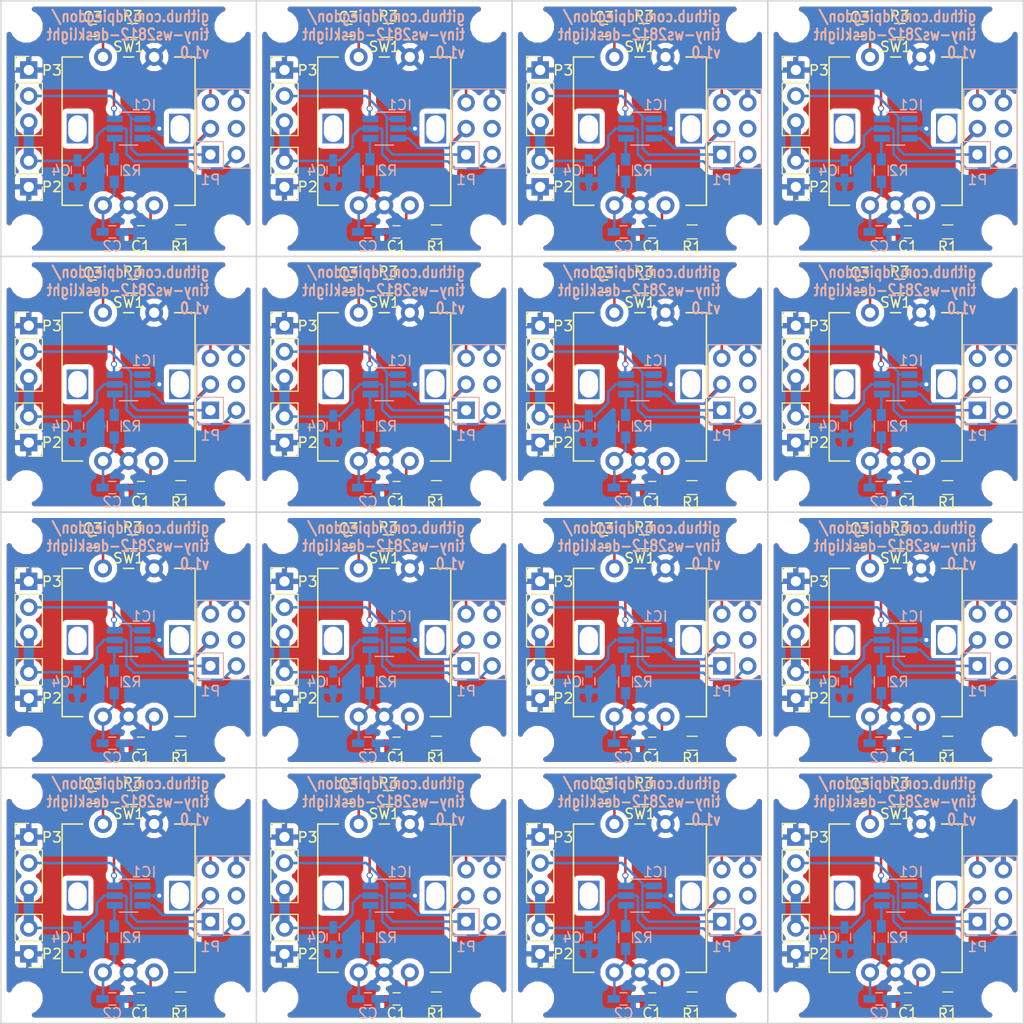
<source format=kicad_pcb>
(kicad_pcb (version 4) (host pcbnew 4.0.7)
  (title_block (title tiny-ws2812-desklight) (date 2018-06-19) (rev v1.0) (comment 1 <dgit@piegdon.de>) (comment 2 "David R. Piegdon") (comment 3 github.com/dpiegdon/tiny-ws2812-desklight) (comment 4 "WS2812-based desktop lamp"))
  (layers (0 F.Cu signal) (31 B.Cu signal) (34 B.Paste user) (35 F.Paste user) (36 B.SilkS user) (37 F.SilkS user) (38 B.Mask user) (39 F.Mask user) (44 Edge.Cuts user))
  (net 0 "")
  (net 1 VCC)
  (net 2 GND)
  (net 3 /DOUT)
  (net 4 /SCK)
  (net 5 /~RESET)
  (net 6 "Net-(C2-Pad1)")
  (net 7 "Net-(C1-Pad1)")
  (net 8 "Net-(C3-Pad1)")
  (net 9 "Net-(IC1-Pad4)")
  (net 10 "Net-(P1-Pad4)")
  (module Pin_Headers:Pin_Header_Straight_2x03_Pitch2.54mm (layer B.Cu) (at 120.5 115.04)
    (fp_text reference P1 (at 0 2.46) (layer B.SilkS) (effects (justify mirror)))
    (fp_text value AVR_TPI)
    (pad 1 thru_hole rect (at 0 0) (size 1.7 1.7) (drill 1) (layers *.Cu *.Mask) (net 3 /DOUT))
    (pad 2 thru_hole oval (at 2.54 0) (size 1.7 1.7) (drill 1) (layers *.Cu *.Mask) (net 1 VCC))
    (pad 3 thru_hole oval (at 0 -2.54) (size 1.7 1.7) (drill 1) (layers *.Cu *.Mask) (net 4 /SCK))
    (pad 4 thru_hole oval (at 2.54 -2.54) (size 1.7 1.7) (drill 1) (layers *.Cu *.Mask) (net 10 "Net-(P1-Pad4)"))
    (pad 5 thru_hole oval (at 0 -5.08) (size 1.7 1.7) (drill 1) (layers *.Cu *.Mask) (net 5 /~RESET))
    (pad 6 thru_hole oval (at 2.54 -5.08) (size 1.7 1.7) (drill 1) (layers *.Cu *.Mask) (net 2 GND))
  )
  (module Capacitors_SMD:C_0603_HandSoldering (layer B.Cu) (at 110.9 122.6)
    (fp_text reference C2 (at 0 1.4 180) (layer B.SilkS) (effects (justify mirror)))
    (fp_text value C)
    (pad 1 smd rect (at -0.95 0) (size 1.2 0.75) (layers B.Cu B.Paste B.Mask) (net 6 "Net-(C2-Pad1)"))
    (pad 2 smd rect (at 0.95 0) (size 1.2 0.75) (layers B.Cu B.Paste B.Mask) (net 2 GND))
  )
  (module Resistors_SMD:R_0603_HandSoldering (layer B.Cu) (at 111.1 116.6 270)
    (fp_text reference R2 (at 0 -1.7 360) (layer B.SilkS) (effects (justify mirror)))
    (fp_text value 1k)
    (pad 1 smd rect (at -1.1 0 270) (size 1.2 0.9) (layers B.Cu B.Paste B.Mask) (net 9 "Net-(IC1-Pad4)"))
    (pad 2 smd rect (at 1.1 0 270) (size 1.2 0.9) (layers B.Cu B.Paste B.Mask) (net 6 "Net-(C2-Pad1)"))
  )
  (module Capacitors_SMD:C_0603_HandSoldering (layer B.Cu) (at 107.5 116.55 270)
    (fp_text reference C4 (at 0.05 1.6 360) (layer B.SilkS) (effects (justify mirror)))
    (fp_text value 100n)
    (pad 1 smd rect (at -0.95 0 270) (size 1.2 0.75) (layers B.Cu B.Paste B.Mask) (net 1 VCC))
    (pad 2 smd rect (at 0.95 0 270) (size 1.2 0.75) (layers B.Cu B.Paste B.Mask) (net 2 GND))
  )
  (module TO_SOT_Packages_SMD:SOT-23-6_Handsoldering (layer B.Cu) (at 112.5 112.5 180)
    (fp_text reference IC1 (at -1.5 2.3 360) (layer B.SilkS) (effects (justify mirror)))
    (fp_text value ATTINY10-TS)
    (pad 1 smd rect (at -1.35 0.95 180) (size 1.56 0.65) (layers B.Cu B.Paste B.Mask) (net 3 /DOUT))
    (pad 2 smd rect (at -1.35 0 180) (size 1.56 0.65) (layers B.Cu B.Paste B.Mask) (net 2 GND))
    (pad 3 smd rect (at -1.35 -0.95 180) (size 1.56 0.65) (layers B.Cu B.Paste B.Mask) (net 4 /SCK))
    (pad 4 smd rect (at 1.35 -0.95 180) (size 1.56 0.65) (layers B.Cu B.Paste B.Mask) (net 9 "Net-(IC1-Pad4)"))
    (pad 6 smd rect (at 1.35 0.95 180) (size 1.56 0.65) (layers B.Cu B.Paste B.Mask) (net 5 /~RESET))
    (pad 5 smd rect (at 1.35 0 180) (size 1.56 0.65) (layers B.Cu B.Paste B.Mask) (net 1 VCC))
  )
  (module Resistors_SMD:R_0603_HandSoldering (layer B.Cu) (at 136.1 116.6 270)
    (fp_text reference R2 (at 0 -1.7 360) (layer B.SilkS) (effects (justify mirror)))
    (fp_text value 1k)
    (pad 1 smd rect (at -1.1 0 270) (size 1.2 0.9) (layers B.Cu B.Paste B.Mask) (net 9 "Net-(IC1-Pad4)"))
    (pad 2 smd rect (at 1.1 0 270) (size 1.2 0.9) (layers B.Cu B.Paste B.Mask) (net 6 "Net-(C2-Pad1)"))
  )
  (module Capacitors_SMD:C_0603_HandSoldering (layer B.Cu) (at 132.5 116.55 270)
    (fp_text reference C4 (at 0.05 1.6 360) (layer B.SilkS) (effects (justify mirror)))
    (fp_text value 100n)
    (pad 1 smd rect (at -0.95 0 270) (size 1.2 0.75) (layers B.Cu B.Paste B.Mask) (net 1 VCC))
    (pad 2 smd rect (at 0.95 0 270) (size 1.2 0.75) (layers B.Cu B.Paste B.Mask) (net 2 GND))
  )
  (module Pin_Headers:Pin_Header_Straight_2x03_Pitch2.54mm (layer B.Cu) (at 145.5 115.04)
    (fp_text reference P1 (at 0 2.46) (layer B.SilkS) (effects (justify mirror)))
    (fp_text value AVR_TPI)
    (pad 1 thru_hole rect (at 0 0) (size 1.7 1.7) (drill 1) (layers *.Cu *.Mask) (net 3 /DOUT))
    (pad 2 thru_hole oval (at 2.54 0) (size 1.7 1.7) (drill 1) (layers *.Cu *.Mask) (net 1 VCC))
    (pad 3 thru_hole oval (at 0 -2.54) (size 1.7 1.7) (drill 1) (layers *.Cu *.Mask) (net 4 /SCK))
    (pad 4 thru_hole oval (at 2.54 -2.54) (size 1.7 1.7) (drill 1) (layers *.Cu *.Mask) (net 10 "Net-(P1-Pad4)"))
    (pad 5 thru_hole oval (at 0 -5.08) (size 1.7 1.7) (drill 1) (layers *.Cu *.Mask) (net 5 /~RESET))
    (pad 6 thru_hole oval (at 2.54 -5.08) (size 1.7 1.7) (drill 1) (layers *.Cu *.Mask) (net 2 GND))
  )
  (module TO_SOT_Packages_SMD:SOT-23-6_Handsoldering (layer B.Cu) (at 137.5 112.5 180)
    (fp_text reference IC1 (at -1.5 2.3 360) (layer B.SilkS) (effects (justify mirror)))
    (fp_text value ATTINY10-TS)
    (pad 1 smd rect (at -1.35 0.95 180) (size 1.56 0.65) (layers B.Cu B.Paste B.Mask) (net 3 /DOUT))
    (pad 2 smd rect (at -1.35 0 180) (size 1.56 0.65) (layers B.Cu B.Paste B.Mask) (net 2 GND))
    (pad 3 smd rect (at -1.35 -0.95 180) (size 1.56 0.65) (layers B.Cu B.Paste B.Mask) (net 4 /SCK))
    (pad 4 smd rect (at 1.35 -0.95 180) (size 1.56 0.65) (layers B.Cu B.Paste B.Mask) (net 9 "Net-(IC1-Pad4)"))
    (pad 6 smd rect (at 1.35 0.95 180) (size 1.56 0.65) (layers B.Cu B.Paste B.Mask) (net 5 /~RESET))
    (pad 5 smd rect (at 1.35 0 180) (size 1.56 0.65) (layers B.Cu B.Paste B.Mask) (net 1 VCC))
  )
  (module Capacitors_SMD:C_0603_HandSoldering (layer B.Cu) (at 135.9 122.6)
    (fp_text reference C2 (at 0 1.4 180) (layer B.SilkS) (effects (justify mirror)))
    (fp_text value C)
    (pad 1 smd rect (at -0.95 0) (size 1.2 0.75) (layers B.Cu B.Paste B.Mask) (net 6 "Net-(C2-Pad1)"))
    (pad 2 smd rect (at 0.95 0) (size 1.2 0.75) (layers B.Cu B.Paste B.Mask) (net 2 GND))
  )
  (module TO_SOT_Packages_SMD:SOT-23-6_Handsoldering (layer B.Cu) (at 87.5 112.5 180)
    (fp_text reference IC1 (at -1.5 2.3 360) (layer B.SilkS) (effects (justify mirror)))
    (fp_text value ATTINY10-TS)
    (pad 1 smd rect (at -1.35 0.95 180) (size 1.56 0.65) (layers B.Cu B.Paste B.Mask) (net 3 /DOUT))
    (pad 2 smd rect (at -1.35 0 180) (size 1.56 0.65) (layers B.Cu B.Paste B.Mask) (net 2 GND))
    (pad 3 smd rect (at -1.35 -0.95 180) (size 1.56 0.65) (layers B.Cu B.Paste B.Mask) (net 4 /SCK))
    (pad 4 smd rect (at 1.35 -0.95 180) (size 1.56 0.65) (layers B.Cu B.Paste B.Mask) (net 9 "Net-(IC1-Pad4)"))
    (pad 6 smd rect (at 1.35 0.95 180) (size 1.56 0.65) (layers B.Cu B.Paste B.Mask) (net 5 /~RESET))
    (pad 5 smd rect (at 1.35 0 180) (size 1.56 0.65) (layers B.Cu B.Paste B.Mask) (net 1 VCC))
  )
  (module Pin_Headers:Pin_Header_Straight_2x03_Pitch2.54mm (layer B.Cu) (at 95.5 115.04)
    (fp_text reference P1 (at 0 2.46) (layer B.SilkS) (effects (justify mirror)))
    (fp_text value AVR_TPI)
    (pad 1 thru_hole rect (at 0 0) (size 1.7 1.7) (drill 1) (layers *.Cu *.Mask) (net 3 /DOUT))
    (pad 2 thru_hole oval (at 2.54 0) (size 1.7 1.7) (drill 1) (layers *.Cu *.Mask) (net 1 VCC))
    (pad 3 thru_hole oval (at 0 -2.54) (size 1.7 1.7) (drill 1) (layers *.Cu *.Mask) (net 4 /SCK))
    (pad 4 thru_hole oval (at 2.54 -2.54) (size 1.7 1.7) (drill 1) (layers *.Cu *.Mask) (net 10 "Net-(P1-Pad4)"))
    (pad 5 thru_hole oval (at 0 -5.08) (size 1.7 1.7) (drill 1) (layers *.Cu *.Mask) (net 5 /~RESET))
    (pad 6 thru_hole oval (at 2.54 -5.08) (size 1.7 1.7) (drill 1) (layers *.Cu *.Mask) (net 2 GND))
  )
  (module Capacitors_SMD:C_0603_HandSoldering (layer B.Cu) (at 85.9 122.6)
    (fp_text reference C2 (at 0 1.4 180) (layer B.SilkS) (effects (justify mirror)))
    (fp_text value C)
    (pad 1 smd rect (at -0.95 0) (size 1.2 0.75) (layers B.Cu B.Paste B.Mask) (net 6 "Net-(C2-Pad1)"))
    (pad 2 smd rect (at 0.95 0) (size 1.2 0.75) (layers B.Cu B.Paste B.Mask) (net 2 GND))
  )
  (module Resistors_SMD:R_0603_HandSoldering (layer B.Cu) (at 86.1 116.6 270)
    (fp_text reference R2 (at 0 -1.7 360) (layer B.SilkS) (effects (justify mirror)))
    (fp_text value 1k)
    (pad 1 smd rect (at -1.1 0 270) (size 1.2 0.9) (layers B.Cu B.Paste B.Mask) (net 9 "Net-(IC1-Pad4)"))
    (pad 2 smd rect (at 1.1 0 270) (size 1.2 0.9) (layers B.Cu B.Paste B.Mask) (net 6 "Net-(C2-Pad1)"))
  )
  (module Capacitors_SMD:C_0603_HandSoldering (layer B.Cu) (at 82.5 116.55 270)
    (fp_text reference C4 (at 0.05 1.6 360) (layer B.SilkS) (effects (justify mirror)))
    (fp_text value 100n)
    (pad 1 smd rect (at -0.95 0 270) (size 1.2 0.75) (layers B.Cu B.Paste B.Mask) (net 1 VCC))
    (pad 2 smd rect (at 0.95 0 270) (size 1.2 0.75) (layers B.Cu B.Paste B.Mask) (net 2 GND))
  )
  (module Capacitors_SMD:C_0603_HandSoldering (layer B.Cu) (at 57.5 116.55 270)
    (fp_text reference C4 (at 0.05 1.6 360) (layer B.SilkS) (effects (justify mirror)))
    (fp_text value 100n)
    (pad 1 smd rect (at -0.95 0 270) (size 1.2 0.75) (layers B.Cu B.Paste B.Mask) (net 1 VCC))
    (pad 2 smd rect (at 0.95 0 270) (size 1.2 0.75) (layers B.Cu B.Paste B.Mask) (net 2 GND))
  )
  (module Resistors_SMD:R_0603_HandSoldering (layer B.Cu) (at 61.1 116.6 270)
    (fp_text reference R2 (at 0 -1.7 360) (layer B.SilkS) (effects (justify mirror)))
    (fp_text value 1k)
    (pad 1 smd rect (at -1.1 0 270) (size 1.2 0.9) (layers B.Cu B.Paste B.Mask) (net 9 "Net-(IC1-Pad4)"))
    (pad 2 smd rect (at 1.1 0 270) (size 1.2 0.9) (layers B.Cu B.Paste B.Mask) (net 6 "Net-(C2-Pad1)"))
  )
  (module Pin_Headers:Pin_Header_Straight_2x03_Pitch2.54mm (layer B.Cu) (at 70.5 115.04)
    (fp_text reference P1 (at 0 2.46) (layer B.SilkS) (effects (justify mirror)))
    (fp_text value AVR_TPI)
    (pad 1 thru_hole rect (at 0 0) (size 1.7 1.7) (drill 1) (layers *.Cu *.Mask) (net 3 /DOUT))
    (pad 2 thru_hole oval (at 2.54 0) (size 1.7 1.7) (drill 1) (layers *.Cu *.Mask) (net 1 VCC))
    (pad 3 thru_hole oval (at 0 -2.54) (size 1.7 1.7) (drill 1) (layers *.Cu *.Mask) (net 4 /SCK))
    (pad 4 thru_hole oval (at 2.54 -2.54) (size 1.7 1.7) (drill 1) (layers *.Cu *.Mask) (net 10 "Net-(P1-Pad4)"))
    (pad 5 thru_hole oval (at 0 -5.08) (size 1.7 1.7) (drill 1) (layers *.Cu *.Mask) (net 5 /~RESET))
    (pad 6 thru_hole oval (at 2.54 -5.08) (size 1.7 1.7) (drill 1) (layers *.Cu *.Mask) (net 2 GND))
  )
  (module Capacitors_SMD:C_0603_HandSoldering (layer B.Cu) (at 60.9 122.6)
    (fp_text reference C2 (at 0 1.4 180) (layer B.SilkS) (effects (justify mirror)))
    (fp_text value C)
    (pad 1 smd rect (at -0.95 0) (size 1.2 0.75) (layers B.Cu B.Paste B.Mask) (net 6 "Net-(C2-Pad1)"))
    (pad 2 smd rect (at 0.95 0) (size 1.2 0.75) (layers B.Cu B.Paste B.Mask) (net 2 GND))
  )
  (module TO_SOT_Packages_SMD:SOT-23-6_Handsoldering (layer B.Cu) (at 62.5 112.5 180)
    (fp_text reference IC1 (at -1.5 2.3 360) (layer B.SilkS) (effects (justify mirror)))
    (fp_text value ATTINY10-TS)
    (pad 1 smd rect (at -1.35 0.95 180) (size 1.56 0.65) (layers B.Cu B.Paste B.Mask) (net 3 /DOUT))
    (pad 2 smd rect (at -1.35 0 180) (size 1.56 0.65) (layers B.Cu B.Paste B.Mask) (net 2 GND))
    (pad 3 smd rect (at -1.35 -0.95 180) (size 1.56 0.65) (layers B.Cu B.Paste B.Mask) (net 4 /SCK))
    (pad 4 smd rect (at 1.35 -0.95 180) (size 1.56 0.65) (layers B.Cu B.Paste B.Mask) (net 9 "Net-(IC1-Pad4)"))
    (pad 6 smd rect (at 1.35 0.95 180) (size 1.56 0.65) (layers B.Cu B.Paste B.Mask) (net 5 /~RESET))
    (pad 5 smd rect (at 1.35 0 180) (size 1.56 0.65) (layers B.Cu B.Paste B.Mask) (net 1 VCC))
  )
  (module Pin_Headers:Pin_Header_Straight_2x03_Pitch2.54mm (layer B.Cu) (at 70.5 140.04)
    (fp_text reference P1 (at 0 2.46) (layer B.SilkS) (effects (justify mirror)))
    (fp_text value AVR_TPI)
    (pad 1 thru_hole rect (at 0 0) (size 1.7 1.7) (drill 1) (layers *.Cu *.Mask) (net 3 /DOUT))
    (pad 2 thru_hole oval (at 2.54 0) (size 1.7 1.7) (drill 1) (layers *.Cu *.Mask) (net 1 VCC))
    (pad 3 thru_hole oval (at 0 -2.54) (size 1.7 1.7) (drill 1) (layers *.Cu *.Mask) (net 4 /SCK))
    (pad 4 thru_hole oval (at 2.54 -2.54) (size 1.7 1.7) (drill 1) (layers *.Cu *.Mask) (net 10 "Net-(P1-Pad4)"))
    (pad 5 thru_hole oval (at 0 -5.08) (size 1.7 1.7) (drill 1) (layers *.Cu *.Mask) (net 5 /~RESET))
    (pad 6 thru_hole oval (at 2.54 -5.08) (size 1.7 1.7) (drill 1) (layers *.Cu *.Mask) (net 2 GND))
  )
  (module Resistors_SMD:R_0603_HandSoldering (layer B.Cu) (at 86.1 141.6 270)
    (fp_text reference R2 (at 0 -1.7 360) (layer B.SilkS) (effects (justify mirror)))
    (fp_text value 1k)
    (pad 1 smd rect (at -1.1 0 270) (size 1.2 0.9) (layers B.Cu B.Paste B.Mask) (net 9 "Net-(IC1-Pad4)"))
    (pad 2 smd rect (at 1.1 0 270) (size 1.2 0.9) (layers B.Cu B.Paste B.Mask) (net 6 "Net-(C2-Pad1)"))
  )
  (module Capacitors_SMD:C_0603_HandSoldering (layer B.Cu) (at 82.5 141.55 270)
    (fp_text reference C4 (at 0.05 1.6 360) (layer B.SilkS) (effects (justify mirror)))
    (fp_text value 100n)
    (pad 1 smd rect (at -0.95 0 270) (size 1.2 0.75) (layers B.Cu B.Paste B.Mask) (net 1 VCC))
    (pad 2 smd rect (at 0.95 0 270) (size 1.2 0.75) (layers B.Cu B.Paste B.Mask) (net 2 GND))
  )
  (module TO_SOT_Packages_SMD:SOT-23-6_Handsoldering (layer B.Cu) (at 87.5 137.5 180)
    (fp_text reference IC1 (at -1.5 2.3 360) (layer B.SilkS) (effects (justify mirror)))
    (fp_text value ATTINY10-TS)
    (pad 1 smd rect (at -1.35 0.95 180) (size 1.56 0.65) (layers B.Cu B.Paste B.Mask) (net 3 /DOUT))
    (pad 2 smd rect (at -1.35 0 180) (size 1.56 0.65) (layers B.Cu B.Paste B.Mask) (net 2 GND))
    (pad 3 smd rect (at -1.35 -0.95 180) (size 1.56 0.65) (layers B.Cu B.Paste B.Mask) (net 4 /SCK))
    (pad 4 smd rect (at 1.35 -0.95 180) (size 1.56 0.65) (layers B.Cu B.Paste B.Mask) (net 9 "Net-(IC1-Pad4)"))
    (pad 6 smd rect (at 1.35 0.95 180) (size 1.56 0.65) (layers B.Cu B.Paste B.Mask) (net 5 /~RESET))
    (pad 5 smd rect (at 1.35 0 180) (size 1.56 0.65) (layers B.Cu B.Paste B.Mask) (net 1 VCC))
  )
  (module Capacitors_SMD:C_0603_HandSoldering (layer B.Cu) (at 85.9 147.6)
    (fp_text reference C2 (at 0 1.4 180) (layer B.SilkS) (effects (justify mirror)))
    (fp_text value C)
    (pad 1 smd rect (at -0.95 0) (size 1.2 0.75) (layers B.Cu B.Paste B.Mask) (net 6 "Net-(C2-Pad1)"))
    (pad 2 smd rect (at 0.95 0) (size 1.2 0.75) (layers B.Cu B.Paste B.Mask) (net 2 GND))
  )
  (module Pin_Headers:Pin_Header_Straight_2x03_Pitch2.54mm (layer B.Cu) (at 145.5 140.04)
    (fp_text reference P1 (at 0 2.46) (layer B.SilkS) (effects (justify mirror)))
    (fp_text value AVR_TPI)
    (pad 1 thru_hole rect (at 0 0) (size 1.7 1.7) (drill 1) (layers *.Cu *.Mask) (net 3 /DOUT))
    (pad 2 thru_hole oval (at 2.54 0) (size 1.7 1.7) (drill 1) (layers *.Cu *.Mask) (net 1 VCC))
    (pad 3 thru_hole oval (at 0 -2.54) (size 1.7 1.7) (drill 1) (layers *.Cu *.Mask) (net 4 /SCK))
    (pad 4 thru_hole oval (at 2.54 -2.54) (size 1.7 1.7) (drill 1) (layers *.Cu *.Mask) (net 10 "Net-(P1-Pad4)"))
    (pad 5 thru_hole oval (at 0 -5.08) (size 1.7 1.7) (drill 1) (layers *.Cu *.Mask) (net 5 /~RESET))
    (pad 6 thru_hole oval (at 2.54 -5.08) (size 1.7 1.7) (drill 1) (layers *.Cu *.Mask) (net 2 GND))
  )
  (module TO_SOT_Packages_SMD:SOT-23-6_Handsoldering (layer B.Cu) (at 137.5 137.5 180)
    (fp_text reference IC1 (at -1.5 2.3 360) (layer B.SilkS) (effects (justify mirror)))
    (fp_text value ATTINY10-TS)
    (pad 1 smd rect (at -1.35 0.95 180) (size 1.56 0.65) (layers B.Cu B.Paste B.Mask) (net 3 /DOUT))
    (pad 2 smd rect (at -1.35 0 180) (size 1.56 0.65) (layers B.Cu B.Paste B.Mask) (net 2 GND))
    (pad 3 smd rect (at -1.35 -0.95 180) (size 1.56 0.65) (layers B.Cu B.Paste B.Mask) (net 4 /SCK))
    (pad 4 smd rect (at 1.35 -0.95 180) (size 1.56 0.65) (layers B.Cu B.Paste B.Mask) (net 9 "Net-(IC1-Pad4)"))
    (pad 6 smd rect (at 1.35 0.95 180) (size 1.56 0.65) (layers B.Cu B.Paste B.Mask) (net 5 /~RESET))
    (pad 5 smd rect (at 1.35 0 180) (size 1.56 0.65) (layers B.Cu B.Paste B.Mask) (net 1 VCC))
  )
  (module Capacitors_SMD:C_0603_HandSoldering (layer B.Cu) (at 135.9 147.6)
    (fp_text reference C2 (at 0 1.4 180) (layer B.SilkS) (effects (justify mirror)))
    (fp_text value C)
    (pad 1 smd rect (at -0.95 0) (size 1.2 0.75) (layers B.Cu B.Paste B.Mask) (net 6 "Net-(C2-Pad1)"))
    (pad 2 smd rect (at 0.95 0) (size 1.2 0.75) (layers B.Cu B.Paste B.Mask) (net 2 GND))
  )
  (module Resistors_SMD:R_0603_HandSoldering (layer B.Cu) (at 136.1 141.6 270)
    (fp_text reference R2 (at 0 -1.7 360) (layer B.SilkS) (effects (justify mirror)))
    (fp_text value 1k)
    (pad 1 smd rect (at -1.1 0 270) (size 1.2 0.9) (layers B.Cu B.Paste B.Mask) (net 9 "Net-(IC1-Pad4)"))
    (pad 2 smd rect (at 1.1 0 270) (size 1.2 0.9) (layers B.Cu B.Paste B.Mask) (net 6 "Net-(C2-Pad1)"))
  )
  (module Capacitors_SMD:C_0603_HandSoldering (layer B.Cu) (at 132.5 141.55 270)
    (fp_text reference C4 (at 0.05 1.6 360) (layer B.SilkS) (effects (justify mirror)))
    (fp_text value 100n)
    (pad 1 smd rect (at -0.95 0 270) (size 1.2 0.75) (layers B.Cu B.Paste B.Mask) (net 1 VCC))
    (pad 2 smd rect (at 0.95 0 270) (size 1.2 0.75) (layers B.Cu B.Paste B.Mask) (net 2 GND))
  )
  (module Resistors_SMD:R_0603_HandSoldering (layer B.Cu) (at 111.1 141.6 270)
    (fp_text reference R2 (at 0 -1.7 360) (layer B.SilkS) (effects (justify mirror)))
    (fp_text value 1k)
    (pad 1 smd rect (at -1.1 0 270) (size 1.2 0.9) (layers B.Cu B.Paste B.Mask) (net 9 "Net-(IC1-Pad4)"))
    (pad 2 smd rect (at 1.1 0 270) (size 1.2 0.9) (layers B.Cu B.Paste B.Mask) (net 6 "Net-(C2-Pad1)"))
  )
  (module Pin_Headers:Pin_Header_Straight_2x03_Pitch2.54mm (layer B.Cu) (at 120.5 140.04)
    (fp_text reference P1 (at 0 2.46) (layer B.SilkS) (effects (justify mirror)))
    (fp_text value AVR_TPI)
    (pad 1 thru_hole rect (at 0 0) (size 1.7 1.7) (drill 1) (layers *.Cu *.Mask) (net 3 /DOUT))
    (pad 2 thru_hole oval (at 2.54 0) (size 1.7 1.7) (drill 1) (layers *.Cu *.Mask) (net 1 VCC))
    (pad 3 thru_hole oval (at 0 -2.54) (size 1.7 1.7) (drill 1) (layers *.Cu *.Mask) (net 4 /SCK))
    (pad 4 thru_hole oval (at 2.54 -2.54) (size 1.7 1.7) (drill 1) (layers *.Cu *.Mask) (net 10 "Net-(P1-Pad4)"))
    (pad 5 thru_hole oval (at 0 -5.08) (size 1.7 1.7) (drill 1) (layers *.Cu *.Mask) (net 5 /~RESET))
    (pad 6 thru_hole oval (at 2.54 -5.08) (size 1.7 1.7) (drill 1) (layers *.Cu *.Mask) (net 2 GND))
  )
  (module TO_SOT_Packages_SMD:SOT-23-6_Handsoldering (layer B.Cu) (at 112.5 137.5 180)
    (fp_text reference IC1 (at -1.5 2.3 360) (layer B.SilkS) (effects (justify mirror)))
    (fp_text value ATTINY10-TS)
    (pad 1 smd rect (at -1.35 0.95 180) (size 1.56 0.65) (layers B.Cu B.Paste B.Mask) (net 3 /DOUT))
    (pad 2 smd rect (at -1.35 0 180) (size 1.56 0.65) (layers B.Cu B.Paste B.Mask) (net 2 GND))
    (pad 3 smd rect (at -1.35 -0.95 180) (size 1.56 0.65) (layers B.Cu B.Paste B.Mask) (net 4 /SCK))
    (pad 4 smd rect (at 1.35 -0.95 180) (size 1.56 0.65) (layers B.Cu B.Paste B.Mask) (net 9 "Net-(IC1-Pad4)"))
    (pad 6 smd rect (at 1.35 0.95 180) (size 1.56 0.65) (layers B.Cu B.Paste B.Mask) (net 5 /~RESET))
    (pad 5 smd rect (at 1.35 0 180) (size 1.56 0.65) (layers B.Cu B.Paste B.Mask) (net 1 VCC))
  )
  (module Capacitors_SMD:C_0603_HandSoldering (layer B.Cu) (at 110.9 147.6)
    (fp_text reference C2 (at 0 1.4 180) (layer B.SilkS) (effects (justify mirror)))
    (fp_text value C)
    (pad 1 smd rect (at -0.95 0) (size 1.2 0.75) (layers B.Cu B.Paste B.Mask) (net 6 "Net-(C2-Pad1)"))
    (pad 2 smd rect (at 0.95 0) (size 1.2 0.75) (layers B.Cu B.Paste B.Mask) (net 2 GND))
  )
  (module Capacitors_SMD:C_0603_HandSoldering (layer B.Cu) (at 107.5 141.55 270)
    (fp_text reference C4 (at 0.05 1.6 360) (layer B.SilkS) (effects (justify mirror)))
    (fp_text value 100n)
    (pad 1 smd rect (at -0.95 0 270) (size 1.2 0.75) (layers B.Cu B.Paste B.Mask) (net 1 VCC))
    (pad 2 smd rect (at 0.95 0 270) (size 1.2 0.75) (layers B.Cu B.Paste B.Mask) (net 2 GND))
  )
  (module Pin_Headers:Pin_Header_Straight_2x03_Pitch2.54mm (layer B.Cu) (at 95.5 140.04)
    (fp_text reference P1 (at 0 2.46) (layer B.SilkS) (effects (justify mirror)))
    (fp_text value AVR_TPI)
    (pad 1 thru_hole rect (at 0 0) (size 1.7 1.7) (drill 1) (layers *.Cu *.Mask) (net 3 /DOUT))
    (pad 2 thru_hole oval (at 2.54 0) (size 1.7 1.7) (drill 1) (layers *.Cu *.Mask) (net 1 VCC))
    (pad 3 thru_hole oval (at 0 -2.54) (size 1.7 1.7) (drill 1) (layers *.Cu *.Mask) (net 4 /SCK))
    (pad 4 thru_hole oval (at 2.54 -2.54) (size 1.7 1.7) (drill 1) (layers *.Cu *.Mask) (net 10 "Net-(P1-Pad4)"))
    (pad 5 thru_hole oval (at 0 -5.08) (size 1.7 1.7) (drill 1) (layers *.Cu *.Mask) (net 5 /~RESET))
    (pad 6 thru_hole oval (at 2.54 -5.08) (size 1.7 1.7) (drill 1) (layers *.Cu *.Mask) (net 2 GND))
  )
  (module Capacitors_SMD:C_0603_HandSoldering (layer B.Cu) (at 60.9 147.6)
    (fp_text reference C2 (at 0 1.4 180) (layer B.SilkS) (effects (justify mirror)))
    (fp_text value C)
    (pad 1 smd rect (at -0.95 0) (size 1.2 0.75) (layers B.Cu B.Paste B.Mask) (net 6 "Net-(C2-Pad1)"))
    (pad 2 smd rect (at 0.95 0) (size 1.2 0.75) (layers B.Cu B.Paste B.Mask) (net 2 GND))
  )
  (module TO_SOT_Packages_SMD:SOT-23-6_Handsoldering (layer B.Cu) (at 62.5 137.5 180)
    (fp_text reference IC1 (at -1.5 2.3 360) (layer B.SilkS) (effects (justify mirror)))
    (fp_text value ATTINY10-TS)
    (pad 1 smd rect (at -1.35 0.95 180) (size 1.56 0.65) (layers B.Cu B.Paste B.Mask) (net 3 /DOUT))
    (pad 2 smd rect (at -1.35 0 180) (size 1.56 0.65) (layers B.Cu B.Paste B.Mask) (net 2 GND))
    (pad 3 smd rect (at -1.35 -0.95 180) (size 1.56 0.65) (layers B.Cu B.Paste B.Mask) (net 4 /SCK))
    (pad 4 smd rect (at 1.35 -0.95 180) (size 1.56 0.65) (layers B.Cu B.Paste B.Mask) (net 9 "Net-(IC1-Pad4)"))
    (pad 6 smd rect (at 1.35 0.95 180) (size 1.56 0.65) (layers B.Cu B.Paste B.Mask) (net 5 /~RESET))
    (pad 5 smd rect (at 1.35 0 180) (size 1.56 0.65) (layers B.Cu B.Paste B.Mask) (net 1 VCC))
  )
  (module Resistors_SMD:R_0603_HandSoldering (layer B.Cu) (at 61.1 141.6 270)
    (fp_text reference R2 (at 0 -1.7 360) (layer B.SilkS) (effects (justify mirror)))
    (fp_text value 1k)
    (pad 1 smd rect (at -1.1 0 270) (size 1.2 0.9) (layers B.Cu B.Paste B.Mask) (net 9 "Net-(IC1-Pad4)"))
    (pad 2 smd rect (at 1.1 0 270) (size 1.2 0.9) (layers B.Cu B.Paste B.Mask) (net 6 "Net-(C2-Pad1)"))
  )
  (module Capacitors_SMD:C_0603_HandSoldering (layer B.Cu) (at 57.5 141.55 270)
    (fp_text reference C4 (at 0.05 1.6 360) (layer B.SilkS) (effects (justify mirror)))
    (fp_text value 100n)
    (pad 1 smd rect (at -0.95 0 270) (size 1.2 0.75) (layers B.Cu B.Paste B.Mask) (net 1 VCC))
    (pad 2 smd rect (at 0.95 0 270) (size 1.2 0.75) (layers B.Cu B.Paste B.Mask) (net 2 GND))
  )
  (module Mounting_Holes:MountingHole_2.2mm_M2 (layer F.Cu) (at 122.5 102.5)
    (fp_text reference REF** hide)
    (fp_text value MountingHole_2.2mm_M2)
    (pad 1 np_thru_hole circle (at 0 0) (size 2.2 2.2) (drill 2.2) (layers *.Cu *.Mask))
  )
  (module projectspecifics:Encoder_PEC11R (layer F.Cu) (at 112.5 112.5)
    (fp_text reference SW1 (at 0 -8 180) (layer F.SilkS))
    (fp_text value Rotary_Encoder_Switch)
    (pad 1 thru_hole circle (at -2.5 7.5) (size 1.75 1.75) (drill 1) (layers *.Cu *.Mask) (net 6 "Net-(C2-Pad1)"))
    (pad 2 thru_hole circle (at 0 7.5) (size 1.75 1.75) (drill 1) (layers *.Cu *.Mask) (net 2 GND))
    (pad 3 thru_hole circle (at 2.5 7.5) (size 1.75 1.75) (drill 1) (layers *.Cu *.Mask) (net 7 "Net-(C1-Pad1)"))
    (pad 4 thru_hole circle (at -2.5 -7) (size 1.75 1.75) (drill 1) (layers *.Cu *.Mask) (net 8 "Net-(C3-Pad1)"))
    (pad 5 thru_hole circle (at 2.5 -7) (size 1.75 1.75) (drill 1) (layers *.Cu *.Mask) (net 2 GND))
    (pad "" np_thru_hole rect (at -5 0) (size 2.1 2.9) (drill oval 1.8 2.6) (layers *.Cu *.Mask))
    (pad "" np_thru_hole rect (at 5 0) (size 2.1 2.9) (drill oval 1.8 2.6) (layers *.Cu *.Mask))
  )
  (module Resistors_SMD:R_0603_HandSoldering (layer F.Cu) (at 112.9 102.9 180)
    (fp_text reference R3 (at 0 1.4 180) (layer F.SilkS))
    (fp_text value 1k)
    (pad 1 smd rect (at -1.1 0 180) (size 1.2 0.9) (layers F.Cu F.Paste F.Mask) (net 5 /~RESET))
    (pad 2 smd rect (at 1.1 0 180) (size 1.2 0.9) (layers F.Cu F.Paste F.Mask) (net 8 "Net-(C3-Pad1)"))
  )
  (module Pin_Headers:Pin_Header_Straight_1x03_Pitch2.54mm (layer F.Cu) (at 102.740001 106.77)
    (fp_text reference P3 (at 2.259999 0.03) (layer F.SilkS))
    (fp_text value WS2812_CON)
    (pad 1 thru_hole rect (at 0 0) (size 1.7 1.7) (drill 1) (layers *.Cu *.Mask) (net 2 GND))
    (pad 2 thru_hole oval (at 0 2.54) (size 1.7 1.7) (drill 1) (layers *.Cu *.Mask) (net 3 /DOUT))
    (pad 3 thru_hole oval (at 0 5.08) (size 1.7 1.7) (drill 1) (layers *.Cu *.Mask) (net 1 VCC))
  )
  (module Pin_Headers:Pin_Header_Straight_1x02_Pitch2.54mm (layer F.Cu) (at 102.74 118.2 180)
    (fp_text reference P2 (at -2.26 0 180) (layer F.SilkS))
    (fp_text value Pwr5V1500mA)
    (pad 1 thru_hole rect (at 0 0 180) (size 1.7 1.7) (drill 1) (layers *.Cu *.Mask) (net 2 GND))
    (pad 2 thru_hole oval (at 0 2.54 180) (size 1.7 1.7) (drill 1) (layers *.Cu *.Mask) (net 1 VCC))
  )
  (module Capacitors_SMD:C_0603_HandSoldering (layer F.Cu) (at 109 102.9 180)
    (fp_text reference C3 (at 0 1.3 180) (layer F.SilkS))
    (fp_text value C)
    (pad 1 smd rect (at -0.95 0 180) (size 1.2 0.75) (layers F.Cu F.Paste F.Mask) (net 8 "Net-(C3-Pad1)"))
    (pad 2 smd rect (at 0.95 0 180) (size 1.2 0.75) (layers F.Cu F.Paste F.Mask) (net 2 GND))
  )
  (module Mounting_Holes:MountingHole_2.2mm_M2 (layer F.Cu) (at 102.5 102.5)
    (fp_text reference REF** hide)
    (fp_text value MountingHole_2.2mm_M2)
    (pad 1 np_thru_hole circle (at 0 0) (size 2.2 2.2) (drill 2.2) (layers *.Cu *.Mask))
  )
  (module Resistors_SMD:R_0603_HandSoldering (layer F.Cu) (at 87.9 102.9 180)
    (fp_text reference R3 (at 0 1.4 180) (layer F.SilkS))
    (fp_text value 1k)
    (pad 1 smd rect (at -1.1 0 180) (size 1.2 0.9) (layers F.Cu F.Paste F.Mask) (net 5 /~RESET))
    (pad 2 smd rect (at 1.1 0 180) (size 1.2 0.9) (layers F.Cu F.Paste F.Mask) (net 8 "Net-(C3-Pad1)"))
  )
  (module projectspecifics:Encoder_PEC11R (layer F.Cu) (at 87.5 112.5)
    (fp_text reference SW1 (at 0 -8 180) (layer F.SilkS))
    (fp_text value Rotary_Encoder_Switch)
    (pad 1 thru_hole circle (at -2.5 7.5) (size 1.75 1.75) (drill 1) (layers *.Cu *.Mask) (net 6 "Net-(C2-Pad1)"))
    (pad 2 thru_hole circle (at 0 7.5) (size 1.75 1.75) (drill 1) (layers *.Cu *.Mask) (net 2 GND))
    (pad 3 thru_hole circle (at 2.5 7.5) (size 1.75 1.75) (drill 1) (layers *.Cu *.Mask) (net 7 "Net-(C1-Pad1)"))
    (pad 4 thru_hole circle (at -2.5 -7) (size 1.75 1.75) (drill 1) (layers *.Cu *.Mask) (net 8 "Net-(C3-Pad1)"))
    (pad 5 thru_hole circle (at 2.5 -7) (size 1.75 1.75) (drill 1) (layers *.Cu *.Mask) (net 2 GND))
    (pad "" np_thru_hole rect (at -5 0) (size 2.1 2.9) (drill oval 1.8 2.6) (layers *.Cu *.Mask))
    (pad "" np_thru_hole rect (at 5 0) (size 2.1 2.9) (drill oval 1.8 2.6) (layers *.Cu *.Mask))
  )
  (module Capacitors_SMD:C_0603_HandSoldering (layer F.Cu) (at 84 102.9 180)
    (fp_text reference C3 (at 0 1.3 180) (layer F.SilkS))
    (fp_text value C)
    (pad 1 smd rect (at -0.95 0 180) (size 1.2 0.75) (layers F.Cu F.Paste F.Mask) (net 8 "Net-(C3-Pad1)"))
    (pad 2 smd rect (at 0.95 0 180) (size 1.2 0.75) (layers F.Cu F.Paste F.Mask) (net 2 GND))
  )
  (module Mounting_Holes:MountingHole_2.2mm_M2 (layer F.Cu) (at 97.5 102.5)
    (fp_text reference REF** hide)
    (fp_text value MountingHole_2.2mm_M2)
    (pad 1 np_thru_hole circle (at 0 0) (size 2.2 2.2) (drill 2.2) (layers *.Cu *.Mask))
  )
  (module Mounting_Holes:MountingHole_2.2mm_M2 (layer F.Cu) (at 102.5 122.5)
    (fp_text reference REF** hide)
    (fp_text value MountingHole_2.2mm_M2)
    (pad 1 np_thru_hole circle (at 0 0) (size 2.2 2.2) (drill 2.2) (layers *.Cu *.Mask))
  )
  (module Mounting_Holes:MountingHole_2.2mm_M2 (layer F.Cu) (at 97.5 122.5)
    (fp_text reference REF** hide)
    (fp_text value MountingHole_2.2mm_M2)
    (pad 1 np_thru_hole circle (at 0 0) (size 2.2 2.2) (drill 2.2) (layers *.Cu *.Mask))
  )
  (module Mounting_Holes:MountingHole_2.2mm_M2 (layer F.Cu) (at 102.5 127.5)
    (fp_text reference REF** hide)
    (fp_text value MountingHole_2.2mm_M2)
    (pad 1 np_thru_hole circle (at 0 0) (size 2.2 2.2) (drill 2.2) (layers *.Cu *.Mask))
  )
  (module Capacitors_SMD:C_0603_HandSoldering (layer F.Cu) (at 84 127.9 180)
    (fp_text reference C3 (at 0 1.3 180) (layer F.SilkS))
    (fp_text value C)
    (pad 1 smd rect (at -0.95 0 180) (size 1.2 0.75) (layers F.Cu F.Paste F.Mask) (net 8 "Net-(C3-Pad1)"))
    (pad 2 smd rect (at 0.95 0 180) (size 1.2 0.75) (layers F.Cu F.Paste F.Mask) (net 2 GND))
  )
  (module Mounting_Holes:MountingHole_2.2mm_M2 (layer F.Cu) (at 97.5 127.5)
    (fp_text reference REF** hide)
    (fp_text value MountingHole_2.2mm_M2)
    (pad 1 np_thru_hole circle (at 0 0) (size 2.2 2.2) (drill 2.2) (layers *.Cu *.Mask))
  )
  (module Resistors_SMD:R_0603_HandSoldering (layer F.Cu) (at 92.6 122.6 180)
    (fp_text reference R1 (at 0 -1.45 180) (layer F.SilkS))
    (fp_text value 1k)
    (pad 1 smd rect (at -1.1 0 180) (size 1.2 0.9) (layers F.Cu F.Paste F.Mask) (net 4 /SCK))
    (pad 2 smd rect (at 1.1 0 180) (size 1.2 0.9) (layers F.Cu F.Paste F.Mask) (net 7 "Net-(C1-Pad1)"))
  )
  (module Resistors_SMD:R_0603_HandSoldering (layer F.Cu) (at 87.9 127.9 180)
    (fp_text reference R3 (at 0 1.4 180) (layer F.SilkS))
    (fp_text value 1k)
    (pad 1 smd rect (at -1.1 0 180) (size 1.2 0.9) (layers F.Cu F.Paste F.Mask) (net 5 /~RESET))
    (pad 2 smd rect (at 1.1 0 180) (size 1.2 0.9) (layers F.Cu F.Paste F.Mask) (net 8 "Net-(C3-Pad1)"))
  )
  (module Capacitors_SMD:C_0603_HandSoldering (layer F.Cu) (at 88.7 122.6 180)
    (fp_text reference C1 (at 0 -1.4 180) (layer F.SilkS))
    (fp_text value C)
    (pad 1 smd rect (at -0.95 0 180) (size 1.2 0.75) (layers F.Cu F.Paste F.Mask) (net 7 "Net-(C1-Pad1)"))
    (pad 2 smd rect (at 0.95 0 180) (size 1.2 0.75) (layers F.Cu F.Paste F.Mask) (net 2 GND))
  )
  (module Capacitors_SMD:C_0603_HandSoldering (layer F.Cu) (at 113.7 147.6 180)
    (fp_text reference C1 (at 0 -1.4 180) (layer F.SilkS))
    (fp_text value C)
    (pad 1 smd rect (at -0.95 0 180) (size 1.2 0.75) (layers F.Cu F.Paste F.Mask) (net 7 "Net-(C1-Pad1)"))
    (pad 2 smd rect (at 0.95 0 180) (size 1.2 0.75) (layers F.Cu F.Paste F.Mask) (net 2 GND))
  )
  (module Mounting_Holes:MountingHole_2.2mm_M2 (layer F.Cu) (at 122.5 147.5)
    (fp_text reference REF** hide)
    (fp_text value MountingHole_2.2mm_M2)
    (pad 1 np_thru_hole circle (at 0 0) (size 2.2 2.2) (drill 2.2) (layers *.Cu *.Mask))
  )
  (module Resistors_SMD:R_0603_HandSoldering (layer F.Cu) (at 117.6 147.6 180)
    (fp_text reference R1 (at 0 -1.45 180) (layer F.SilkS))
    (fp_text value 1k)
    (pad 1 smd rect (at -1.1 0 180) (size 1.2 0.9) (layers F.Cu F.Paste F.Mask) (net 4 /SCK))
    (pad 2 smd rect (at 1.1 0 180) (size 1.2 0.9) (layers F.Cu F.Paste F.Mask) (net 7 "Net-(C1-Pad1)"))
  )
  (module Mounting_Holes:MountingHole_2.2mm_M2 (layer F.Cu) (at 102.5 147.5)
    (fp_text reference REF** hide)
    (fp_text value MountingHole_2.2mm_M2)
    (pad 1 np_thru_hole circle (at 0 0) (size 2.2 2.2) (drill 2.2) (layers *.Cu *.Mask))
  )
  (module projectspecifics:Encoder_PEC11R (layer F.Cu) (at 112.5 137.5)
    (fp_text reference SW1 (at 0 -8 180) (layer F.SilkS))
    (fp_text value Rotary_Encoder_Switch)
    (pad 1 thru_hole circle (at -2.5 7.5) (size 1.75 1.75) (drill 1) (layers *.Cu *.Mask) (net 6 "Net-(C2-Pad1)"))
    (pad 2 thru_hole circle (at 0 7.5) (size 1.75 1.75) (drill 1) (layers *.Cu *.Mask) (net 2 GND))
    (pad 3 thru_hole circle (at 2.5 7.5) (size 1.75 1.75) (drill 1) (layers *.Cu *.Mask) (net 7 "Net-(C1-Pad1)"))
    (pad 4 thru_hole circle (at -2.5 -7) (size 1.75 1.75) (drill 1) (layers *.Cu *.Mask) (net 8 "Net-(C3-Pad1)"))
    (pad 5 thru_hole circle (at 2.5 -7) (size 1.75 1.75) (drill 1) (layers *.Cu *.Mask) (net 2 GND))
    (pad "" np_thru_hole rect (at -5 0) (size 2.1 2.9) (drill oval 1.8 2.6) (layers *.Cu *.Mask))
    (pad "" np_thru_hole rect (at 5 0) (size 2.1 2.9) (drill oval 1.8 2.6) (layers *.Cu *.Mask))
  )
  (module Pin_Headers:Pin_Header_Straight_1x02_Pitch2.54mm (layer F.Cu) (at 102.74 143.2 180)
    (fp_text reference P2 (at -2.26 0 180) (layer F.SilkS))
    (fp_text value Pwr5V1500mA)
    (pad 1 thru_hole rect (at 0 0 180) (size 1.7 1.7) (drill 1) (layers *.Cu *.Mask) (net 2 GND))
    (pad 2 thru_hole oval (at 0 2.54 180) (size 1.7 1.7) (drill 1) (layers *.Cu *.Mask) (net 1 VCC))
  )
  (module Pin_Headers:Pin_Header_Straight_1x03_Pitch2.54mm (layer F.Cu) (at 102.740001 131.77)
    (fp_text reference P3 (at 2.259999 0.03) (layer F.SilkS))
    (fp_text value WS2812_CON)
    (pad 1 thru_hole rect (at 0 0) (size 1.7 1.7) (drill 1) (layers *.Cu *.Mask) (net 2 GND))
    (pad 2 thru_hole oval (at 0 2.54) (size 1.7 1.7) (drill 1) (layers *.Cu *.Mask) (net 3 /DOUT))
    (pad 3 thru_hole oval (at 0 5.08) (size 1.7 1.7) (drill 1) (layers *.Cu *.Mask) (net 1 VCC))
  )
  (module projectspecifics:Encoder_PEC11R (layer F.Cu) (at 87.5 137.5)
    (fp_text reference SW1 (at 0 -8 180) (layer F.SilkS))
    (fp_text value Rotary_Encoder_Switch)
    (pad 1 thru_hole circle (at -2.5 7.5) (size 1.75 1.75) (drill 1) (layers *.Cu *.Mask) (net 6 "Net-(C2-Pad1)"))
    (pad 2 thru_hole circle (at 0 7.5) (size 1.75 1.75) (drill 1) (layers *.Cu *.Mask) (net 2 GND))
    (pad 3 thru_hole circle (at 2.5 7.5) (size 1.75 1.75) (drill 1) (layers *.Cu *.Mask) (net 7 "Net-(C1-Pad1)"))
    (pad 4 thru_hole circle (at -2.5 -7) (size 1.75 1.75) (drill 1) (layers *.Cu *.Mask) (net 8 "Net-(C3-Pad1)"))
    (pad 5 thru_hole circle (at 2.5 -7) (size 1.75 1.75) (drill 1) (layers *.Cu *.Mask) (net 2 GND))
    (pad "" np_thru_hole rect (at -5 0) (size 2.1 2.9) (drill oval 1.8 2.6) (layers *.Cu *.Mask))
    (pad "" np_thru_hole rect (at 5 0) (size 2.1 2.9) (drill oval 1.8 2.6) (layers *.Cu *.Mask))
  )
  (module Mounting_Holes:MountingHole_2.2mm_M2 (layer F.Cu) (at 97.5 147.5)
    (fp_text reference REF** hide)
    (fp_text value MountingHole_2.2mm_M2)
    (pad 1 np_thru_hole circle (at 0 0) (size 2.2 2.2) (drill 2.2) (layers *.Cu *.Mask))
  )
  (module Capacitors_SMD:C_0603_HandSoldering (layer F.Cu) (at 88.7 147.6 180)
    (fp_text reference C1 (at 0 -1.4 180) (layer F.SilkS))
    (fp_text value C)
    (pad 1 smd rect (at -0.95 0 180) (size 1.2 0.75) (layers F.Cu F.Paste F.Mask) (net 7 "Net-(C1-Pad1)"))
    (pad 2 smd rect (at 0.95 0 180) (size 1.2 0.75) (layers F.Cu F.Paste F.Mask) (net 2 GND))
  )
  (module Resistors_SMD:R_0603_HandSoldering (layer F.Cu) (at 92.6 147.6 180)
    (fp_text reference R1 (at 0 -1.45 180) (layer F.SilkS))
    (fp_text value 1k)
    (pad 1 smd rect (at -1.1 0 180) (size 1.2 0.9) (layers F.Cu F.Paste F.Mask) (net 4 /SCK))
    (pad 2 smd rect (at 1.1 0 180) (size 1.2 0.9) (layers F.Cu F.Paste F.Mask) (net 7 "Net-(C1-Pad1)"))
  )
  (module Capacitors_SMD:C_0603_HandSoldering (layer F.Cu) (at 113.7 122.6 180)
    (fp_text reference C1 (at 0 -1.4 180) (layer F.SilkS))
    (fp_text value C)
    (pad 1 smd rect (at -0.95 0 180) (size 1.2 0.75) (layers F.Cu F.Paste F.Mask) (net 7 "Net-(C1-Pad1)"))
    (pad 2 smd rect (at 0.95 0 180) (size 1.2 0.75) (layers F.Cu F.Paste F.Mask) (net 2 GND))
  )
  (module Resistors_SMD:R_0603_HandSoldering (layer F.Cu) (at 112.9 127.9 180)
    (fp_text reference R3 (at 0 1.4 180) (layer F.SilkS))
    (fp_text value 1k)
    (pad 1 smd rect (at -1.1 0 180) (size 1.2 0.9) (layers F.Cu F.Paste F.Mask) (net 5 /~RESET))
    (pad 2 smd rect (at 1.1 0 180) (size 1.2 0.9) (layers F.Cu F.Paste F.Mask) (net 8 "Net-(C3-Pad1)"))
  )
  (module Resistors_SMD:R_0603_HandSoldering (layer F.Cu) (at 117.6 122.6 180)
    (fp_text reference R1 (at 0 -1.45 180) (layer F.SilkS))
    (fp_text value 1k)
    (pad 1 smd rect (at -1.1 0 180) (size 1.2 0.9) (layers F.Cu F.Paste F.Mask) (net 4 /SCK))
    (pad 2 smd rect (at 1.1 0 180) (size 1.2 0.9) (layers F.Cu F.Paste F.Mask) (net 7 "Net-(C1-Pad1)"))
  )
  (module Mounting_Holes:MountingHole_2.2mm_M2 (layer F.Cu) (at 122.5 127.5)
    (fp_text reference REF** hide)
    (fp_text value MountingHole_2.2mm_M2)
    (pad 1 np_thru_hole circle (at 0 0) (size 2.2 2.2) (drill 2.2) (layers *.Cu *.Mask))
  )
  (module Capacitors_SMD:C_0603_HandSoldering (layer F.Cu) (at 109 127.9 180)
    (fp_text reference C3 (at 0 1.3 180) (layer F.SilkS))
    (fp_text value C)
    (pad 1 smd rect (at -0.95 0 180) (size 1.2 0.75) (layers F.Cu F.Paste F.Mask) (net 8 "Net-(C3-Pad1)"))
    (pad 2 smd rect (at 0.95 0 180) (size 1.2 0.75) (layers F.Cu F.Paste F.Mask) (net 2 GND))
  )
  (module Mounting_Holes:MountingHole_2.2mm_M2 (layer F.Cu) (at 122.5 122.5)
    (fp_text reference REF** hide)
    (fp_text value MountingHole_2.2mm_M2)
    (pad 1 np_thru_hole circle (at 0 0) (size 2.2 2.2) (drill 2.2) (layers *.Cu *.Mask))
  )
  (module Capacitors_SMD:C_0603_HandSoldering (layer F.Cu) (at 59 127.9 180)
    (fp_text reference C3 (at 0 1.3 180) (layer F.SilkS))
    (fp_text value C)
    (pad 1 smd rect (at -0.95 0 180) (size 1.2 0.75) (layers F.Cu F.Paste F.Mask) (net 8 "Net-(C3-Pad1)"))
    (pad 2 smd rect (at 0.95 0 180) (size 1.2 0.75) (layers F.Cu F.Paste F.Mask) (net 2 GND))
  )
  (module Pin_Headers:Pin_Header_Straight_1x02_Pitch2.54mm (layer F.Cu) (at 52.74 143.2 180)
    (fp_text reference P2 (at -2.26 0 180) (layer F.SilkS))
    (fp_text value Pwr5V1500mA)
    (pad 1 thru_hole rect (at 0 0 180) (size 1.7 1.7) (drill 1) (layers *.Cu *.Mask) (net 2 GND))
    (pad 2 thru_hole oval (at 0 2.54 180) (size 1.7 1.7) (drill 1) (layers *.Cu *.Mask) (net 1 VCC))
  )
  (module Pin_Headers:Pin_Header_Straight_1x03_Pitch2.54mm (layer F.Cu) (at 52.740001 131.77)
    (fp_text reference P3 (at 2.259999 0.03) (layer F.SilkS))
    (fp_text value WS2812_CON)
    (pad 1 thru_hole rect (at 0 0) (size 1.7 1.7) (drill 1) (layers *.Cu *.Mask) (net 2 GND))
    (pad 2 thru_hole oval (at 0 2.54) (size 1.7 1.7) (drill 1) (layers *.Cu *.Mask) (net 3 /DOUT))
    (pad 3 thru_hole oval (at 0 5.08) (size 1.7 1.7) (drill 1) (layers *.Cu *.Mask) (net 1 VCC))
  )
  (module Mounting_Holes:MountingHole_2.2mm_M2 (layer F.Cu) (at 52.5 127.5)
    (fp_text reference REF** hide)
    (fp_text value MountingHole_2.2mm_M2)
    (pad 1 np_thru_hole circle (at 0 0) (size 2.2 2.2) (drill 2.2) (layers *.Cu *.Mask))
  )
  (module Resistors_SMD:R_0603_HandSoldering (layer F.Cu) (at 62.9 127.9 180)
    (fp_text reference R3 (at 0 1.4 180) (layer F.SilkS))
    (fp_text value 1k)
    (pad 1 smd rect (at -1.1 0 180) (size 1.2 0.9) (layers F.Cu F.Paste F.Mask) (net 5 /~RESET))
    (pad 2 smd rect (at 1.1 0 180) (size 1.2 0.9) (layers F.Cu F.Paste F.Mask) (net 8 "Net-(C3-Pad1)"))
  )
  (module Mounting_Holes:MountingHole_2.2mm_M2 (layer F.Cu) (at 52.5 122.5)
    (fp_text reference REF** hide)
    (fp_text value MountingHole_2.2mm_M2)
    (pad 1 np_thru_hole circle (at 0 0) (size 2.2 2.2) (drill 2.2) (layers *.Cu *.Mask))
  )
  (module Mounting_Holes:MountingHole_2.2mm_M2 (layer F.Cu) (at 77.5 127.5)
    (fp_text reference REF** hide)
    (fp_text value MountingHole_2.2mm_M2)
    (pad 1 np_thru_hole circle (at 0 0) (size 2.2 2.2) (drill 2.2) (layers *.Cu *.Mask))
  )
  (module Capacitors_SMD:C_0603_HandSoldering (layer F.Cu) (at 63.7 122.6 180)
    (fp_text reference C1 (at 0 -1.4 180) (layer F.SilkS))
    (fp_text value C)
    (pad 1 smd rect (at -0.95 0 180) (size 1.2 0.75) (layers F.Cu F.Paste F.Mask) (net 7 "Net-(C1-Pad1)"))
    (pad 2 smd rect (at 0.95 0 180) (size 1.2 0.75) (layers F.Cu F.Paste F.Mask) (net 2 GND))
  )
  (module Mounting_Holes:MountingHole_2.2mm_M2 (layer F.Cu) (at 77.5 122.5)
    (fp_text reference REF** hide)
    (fp_text value MountingHole_2.2mm_M2)
    (pad 1 np_thru_hole circle (at 0 0) (size 2.2 2.2) (drill 2.2) (layers *.Cu *.Mask))
  )
  (module Mounting_Holes:MountingHole_2.2mm_M2 (layer F.Cu) (at 72.5 122.5)
    (fp_text reference REF** hide)
    (fp_text value MountingHole_2.2mm_M2)
    (pad 1 np_thru_hole circle (at 0 0) (size 2.2 2.2) (drill 2.2) (layers *.Cu *.Mask))
  )
  (module Mounting_Holes:MountingHole_2.2mm_M2 (layer F.Cu) (at 72.5 127.5)
    (fp_text reference REF** hide)
    (fp_text value MountingHole_2.2mm_M2)
    (pad 1 np_thru_hole circle (at 0 0) (size 2.2 2.2) (drill 2.2) (layers *.Cu *.Mask))
  )
  (module Resistors_SMD:R_0603_HandSoldering (layer F.Cu) (at 67.6 122.6 180)
    (fp_text reference R1 (at 0 -1.45 180) (layer F.SilkS))
    (fp_text value 1k)
    (pad 1 smd rect (at -1.1 0 180) (size 1.2 0.9) (layers F.Cu F.Paste F.Mask) (net 4 /SCK))
    (pad 2 smd rect (at 1.1 0 180) (size 1.2 0.9) (layers F.Cu F.Paste F.Mask) (net 7 "Net-(C1-Pad1)"))
  )
  (module Mounting_Holes:MountingHole_2.2mm_M2 (layer F.Cu) (at 72.5 147.5)
    (fp_text reference REF** hide)
    (fp_text value MountingHole_2.2mm_M2)
    (pad 1 np_thru_hole circle (at 0 0) (size 2.2 2.2) (drill 2.2) (layers *.Cu *.Mask))
  )
  (module Resistors_SMD:R_0603_HandSoldering (layer F.Cu) (at 67.6 147.6 180)
    (fp_text reference R1 (at 0 -1.45 180) (layer F.SilkS))
    (fp_text value 1k)
    (pad 1 smd rect (at -1.1 0 180) (size 1.2 0.9) (layers F.Cu F.Paste F.Mask) (net 4 /SCK))
    (pad 2 smd rect (at 1.1 0 180) (size 1.2 0.9) (layers F.Cu F.Paste F.Mask) (net 7 "Net-(C1-Pad1)"))
  )
  (module Mounting_Holes:MountingHole_2.2mm_M2 (layer F.Cu) (at 77.5 147.5)
    (fp_text reference REF** hide)
    (fp_text value MountingHole_2.2mm_M2)
    (pad 1 np_thru_hole circle (at 0 0) (size 2.2 2.2) (drill 2.2) (layers *.Cu *.Mask))
  )
  (module Pin_Headers:Pin_Header_Straight_1x02_Pitch2.54mm (layer F.Cu) (at 77.74 143.2 180)
    (fp_text reference P2 (at -2.26 0 180) (layer F.SilkS))
    (fp_text value Pwr5V1500mA)
    (pad 1 thru_hole rect (at 0 0 180) (size 1.7 1.7) (drill 1) (layers *.Cu *.Mask) (net 2 GND))
    (pad 2 thru_hole oval (at 0 2.54 180) (size 1.7 1.7) (drill 1) (layers *.Cu *.Mask) (net 1 VCC))
  )
  (module Mounting_Holes:MountingHole_2.2mm_M2 (layer F.Cu) (at 52.5 147.5)
    (fp_text reference REF** hide)
    (fp_text value MountingHole_2.2mm_M2)
    (pad 1 np_thru_hole circle (at 0 0) (size 2.2 2.2) (drill 2.2) (layers *.Cu *.Mask))
  )
  (module Capacitors_SMD:C_0603_HandSoldering (layer F.Cu) (at 63.7 147.6 180)
    (fp_text reference C1 (at 0 -1.4 180) (layer F.SilkS))
    (fp_text value C)
    (pad 1 smd rect (at -0.95 0 180) (size 1.2 0.75) (layers F.Cu F.Paste F.Mask) (net 7 "Net-(C1-Pad1)"))
    (pad 2 smd rect (at 0.95 0 180) (size 1.2 0.75) (layers F.Cu F.Paste F.Mask) (net 2 GND))
  )
  (module projectspecifics:Encoder_PEC11R (layer F.Cu) (at 62.5 137.5)
    (fp_text reference SW1 (at 0 -8 180) (layer F.SilkS))
    (fp_text value Rotary_Encoder_Switch)
    (pad 1 thru_hole circle (at -2.5 7.5) (size 1.75 1.75) (drill 1) (layers *.Cu *.Mask) (net 6 "Net-(C2-Pad1)"))
    (pad 2 thru_hole circle (at 0 7.5) (size 1.75 1.75) (drill 1) (layers *.Cu *.Mask) (net 2 GND))
    (pad 3 thru_hole circle (at 2.5 7.5) (size 1.75 1.75) (drill 1) (layers *.Cu *.Mask) (net 7 "Net-(C1-Pad1)"))
    (pad 4 thru_hole circle (at -2.5 -7) (size 1.75 1.75) (drill 1) (layers *.Cu *.Mask) (net 8 "Net-(C3-Pad1)"))
    (pad 5 thru_hole circle (at 2.5 -7) (size 1.75 1.75) (drill 1) (layers *.Cu *.Mask) (net 2 GND))
    (pad "" np_thru_hole rect (at -5 0) (size 2.1 2.9) (drill oval 1.8 2.6) (layers *.Cu *.Mask))
    (pad "" np_thru_hole rect (at 5 0) (size 2.1 2.9) (drill oval 1.8 2.6) (layers *.Cu *.Mask))
  )
  (module Pin_Headers:Pin_Header_Straight_1x03_Pitch2.54mm (layer F.Cu) (at 77.740001 131.77)
    (fp_text reference P3 (at 2.259999 0.03) (layer F.SilkS))
    (fp_text value WS2812_CON)
    (pad 1 thru_hole rect (at 0 0) (size 1.7 1.7) (drill 1) (layers *.Cu *.Mask) (net 2 GND))
    (pad 2 thru_hole oval (at 0 2.54) (size 1.7 1.7) (drill 1) (layers *.Cu *.Mask) (net 3 /DOUT))
    (pad 3 thru_hole oval (at 0 5.08) (size 1.7 1.7) (drill 1) (layers *.Cu *.Mask) (net 1 VCC))
  )
  (module Pin_Headers:Pin_Header_Straight_1x03_Pitch2.54mm (layer F.Cu) (at 52.740001 106.77)
    (fp_text reference P3 (at 2.259999 0.03) (layer F.SilkS))
    (fp_text value WS2812_CON)
    (pad 1 thru_hole rect (at 0 0) (size 1.7 1.7) (drill 1) (layers *.Cu *.Mask) (net 2 GND))
    (pad 2 thru_hole oval (at 0 2.54) (size 1.7 1.7) (drill 1) (layers *.Cu *.Mask) (net 3 /DOUT))
    (pad 3 thru_hole oval (at 0 5.08) (size 1.7 1.7) (drill 1) (layers *.Cu *.Mask) (net 1 VCC))
  )
  (module Capacitors_SMD:C_0603_HandSoldering (layer F.Cu) (at 59 102.9 180)
    (fp_text reference C3 (at 0 1.3 180) (layer F.SilkS))
    (fp_text value C)
    (pad 1 smd rect (at -0.95 0 180) (size 1.2 0.75) (layers F.Cu F.Paste F.Mask) (net 8 "Net-(C3-Pad1)"))
    (pad 2 smd rect (at 0.95 0 180) (size 1.2 0.75) (layers F.Cu F.Paste F.Mask) (net 2 GND))
  )
  (module Pin_Headers:Pin_Header_Straight_1x02_Pitch2.54mm (layer F.Cu) (at 52.74 118.2 180)
    (fp_text reference P2 (at -2.26 0 180) (layer F.SilkS))
    (fp_text value Pwr5V1500mA)
    (pad 1 thru_hole rect (at 0 0 180) (size 1.7 1.7) (drill 1) (layers *.Cu *.Mask) (net 2 GND))
    (pad 2 thru_hole oval (at 0 2.54 180) (size 1.7 1.7) (drill 1) (layers *.Cu *.Mask) (net 1 VCC))
  )
  (module Mounting_Holes:MountingHole_2.2mm_M2 (layer F.Cu) (at 52.5 102.5)
    (fp_text reference REF** hide)
    (fp_text value MountingHole_2.2mm_M2)
    (pad 1 np_thru_hole circle (at 0 0) (size 2.2 2.2) (drill 2.2) (layers *.Cu *.Mask))
  )
  (module Resistors_SMD:R_0603_HandSoldering (layer F.Cu) (at 62.9 102.9 180)
    (fp_text reference R3 (at 0 1.4 180) (layer F.SilkS))
    (fp_text value 1k)
    (pad 1 smd rect (at -1.1 0 180) (size 1.2 0.9) (layers F.Cu F.Paste F.Mask) (net 5 /~RESET))
    (pad 2 smd rect (at 1.1 0 180) (size 1.2 0.9) (layers F.Cu F.Paste F.Mask) (net 8 "Net-(C3-Pad1)"))
  )
  (module projectspecifics:Encoder_PEC11R (layer F.Cu) (at 62.5 112.5)
    (fp_text reference SW1 (at 0 -8 180) (layer F.SilkS))
    (fp_text value Rotary_Encoder_Switch)
    (pad 1 thru_hole circle (at -2.5 7.5) (size 1.75 1.75) (drill 1) (layers *.Cu *.Mask) (net 6 "Net-(C2-Pad1)"))
    (pad 2 thru_hole circle (at 0 7.5) (size 1.75 1.75) (drill 1) (layers *.Cu *.Mask) (net 2 GND))
    (pad 3 thru_hole circle (at 2.5 7.5) (size 1.75 1.75) (drill 1) (layers *.Cu *.Mask) (net 7 "Net-(C1-Pad1)"))
    (pad 4 thru_hole circle (at -2.5 -7) (size 1.75 1.75) (drill 1) (layers *.Cu *.Mask) (net 8 "Net-(C3-Pad1)"))
    (pad 5 thru_hole circle (at 2.5 -7) (size 1.75 1.75) (drill 1) (layers *.Cu *.Mask) (net 2 GND))
    (pad "" np_thru_hole rect (at -5 0) (size 2.1 2.9) (drill oval 1.8 2.6) (layers *.Cu *.Mask))
    (pad "" np_thru_hole rect (at 5 0) (size 2.1 2.9) (drill oval 1.8 2.6) (layers *.Cu *.Mask))
  )
  (module Pin_Headers:Pin_Header_Straight_1x02_Pitch2.54mm (layer F.Cu) (at 77.74 118.2 180)
    (fp_text reference P2 (at -2.26 0 180) (layer F.SilkS))
    (fp_text value Pwr5V1500mA)
    (pad 1 thru_hole rect (at 0 0 180) (size 1.7 1.7) (drill 1) (layers *.Cu *.Mask) (net 2 GND))
    (pad 2 thru_hole oval (at 0 2.54 180) (size 1.7 1.7) (drill 1) (layers *.Cu *.Mask) (net 1 VCC))
  )
  (module Pin_Headers:Pin_Header_Straight_1x03_Pitch2.54mm (layer F.Cu) (at 77.740001 106.77)
    (fp_text reference P3 (at 2.259999 0.03) (layer F.SilkS))
    (fp_text value WS2812_CON)
    (pad 1 thru_hole rect (at 0 0) (size 1.7 1.7) (drill 1) (layers *.Cu *.Mask) (net 2 GND))
    (pad 2 thru_hole oval (at 0 2.54) (size 1.7 1.7) (drill 1) (layers *.Cu *.Mask) (net 3 /DOUT))
    (pad 3 thru_hole oval (at 0 5.08) (size 1.7 1.7) (drill 1) (layers *.Cu *.Mask) (net 1 VCC))
  )
  (module Mounting_Holes:MountingHole_2.2mm_M2 (layer F.Cu) (at 72.5 102.5)
    (fp_text reference REF** hide)
    (fp_text value MountingHole_2.2mm_M2)
    (pad 1 np_thru_hole circle (at 0 0) (size 2.2 2.2) (drill 2.2) (layers *.Cu *.Mask))
  )
  (module Mounting_Holes:MountingHole_2.2mm_M2 (layer F.Cu) (at 77.5 102.5)
    (fp_text reference REF** hide)
    (fp_text value MountingHole_2.2mm_M2)
    (pad 1 np_thru_hole circle (at 0 0) (size 2.2 2.2) (drill 2.2) (layers *.Cu *.Mask))
  )
  (module Mounting_Holes:MountingHole_2.2mm_M2 (layer F.Cu) (at 127.5 102.5)
    (fp_text reference REF** hide)
    (fp_text value MountingHole_2.2mm_M2)
    (pad 1 np_thru_hole circle (at 0 0) (size 2.2 2.2) (drill 2.2) (layers *.Cu *.Mask))
  )
  (module Capacitors_SMD:C_0603_HandSoldering (layer F.Cu) (at 134 102.9 180)
    (fp_text reference C3 (at 0 1.3 180) (layer F.SilkS))
    (fp_text value C)
    (pad 1 smd rect (at -0.95 0 180) (size 1.2 0.75) (layers F.Cu F.Paste F.Mask) (net 8 "Net-(C3-Pad1)"))
    (pad 2 smd rect (at 0.95 0 180) (size 1.2 0.75) (layers F.Cu F.Paste F.Mask) (net 2 GND))
  )
  (module Mounting_Holes:MountingHole_2.2mm_M2 (layer F.Cu) (at 127.5 122.5)
    (fp_text reference REF** hide)
    (fp_text value MountingHole_2.2mm_M2)
    (pad 1 np_thru_hole circle (at 0 0) (size 2.2 2.2) (drill 2.2) (layers *.Cu *.Mask))
  )
  (module Resistors_SMD:R_0603_HandSoldering (layer F.Cu) (at 137.9 102.9 180)
    (fp_text reference R3 (at 0 1.4 180) (layer F.SilkS))
    (fp_text value 1k)
    (pad 1 smd rect (at -1.1 0 180) (size 1.2 0.9) (layers F.Cu F.Paste F.Mask) (net 5 /~RESET))
    (pad 2 smd rect (at 1.1 0 180) (size 1.2 0.9) (layers F.Cu F.Paste F.Mask) (net 8 "Net-(C3-Pad1)"))
  )
  (module Pin_Headers:Pin_Header_Straight_1x03_Pitch2.54mm (layer F.Cu) (at 127.740001 106.77)
    (fp_text reference P3 (at 2.259999 0.03) (layer F.SilkS))
    (fp_text value WS2812_CON)
    (pad 1 thru_hole rect (at 0 0) (size 1.7 1.7) (drill 1) (layers *.Cu *.Mask) (net 2 GND))
    (pad 2 thru_hole oval (at 0 2.54) (size 1.7 1.7) (drill 1) (layers *.Cu *.Mask) (net 3 /DOUT))
    (pad 3 thru_hole oval (at 0 5.08) (size 1.7 1.7) (drill 1) (layers *.Cu *.Mask) (net 1 VCC))
  )
  (module Pin_Headers:Pin_Header_Straight_1x02_Pitch2.54mm (layer F.Cu) (at 127.74 118.2 180)
    (fp_text reference P2 (at -2.26 0 180) (layer F.SilkS))
    (fp_text value Pwr5V1500mA)
    (pad 1 thru_hole rect (at 0 0 180) (size 1.7 1.7) (drill 1) (layers *.Cu *.Mask) (net 2 GND))
    (pad 2 thru_hole oval (at 0 2.54 180) (size 1.7 1.7) (drill 1) (layers *.Cu *.Mask) (net 1 VCC))
  )
  (module Pin_Headers:Pin_Header_Straight_1x02_Pitch2.54mm (layer F.Cu) (at 127.74 143.2 180)
    (fp_text reference P2 (at -2.26 0 180) (layer F.SilkS))
    (fp_text value Pwr5V1500mA)
    (pad 1 thru_hole rect (at 0 0 180) (size 1.7 1.7) (drill 1) (layers *.Cu *.Mask) (net 2 GND))
    (pad 2 thru_hole oval (at 0 2.54 180) (size 1.7 1.7) (drill 1) (layers *.Cu *.Mask) (net 1 VCC))
  )
  (module Mounting_Holes:MountingHole_2.2mm_M2 (layer F.Cu) (at 127.5 147.5)
    (fp_text reference REF** hide)
    (fp_text value MountingHole_2.2mm_M2)
    (pad 1 np_thru_hole circle (at 0 0) (size 2.2 2.2) (drill 2.2) (layers *.Cu *.Mask))
  )
  (module Mounting_Holes:MountingHole_2.2mm_M2 (layer F.Cu) (at 127.5 127.5)
    (fp_text reference REF** hide)
    (fp_text value MountingHole_2.2mm_M2)
    (pad 1 np_thru_hole circle (at 0 0) (size 2.2 2.2) (drill 2.2) (layers *.Cu *.Mask))
  )
  (module Pin_Headers:Pin_Header_Straight_1x03_Pitch2.54mm (layer F.Cu) (at 127.740001 131.77)
    (fp_text reference P3 (at 2.259999 0.03) (layer F.SilkS))
    (fp_text value WS2812_CON)
    (pad 1 thru_hole rect (at 0 0) (size 1.7 1.7) (drill 1) (layers *.Cu *.Mask) (net 2 GND))
    (pad 2 thru_hole oval (at 0 2.54) (size 1.7 1.7) (drill 1) (layers *.Cu *.Mask) (net 3 /DOUT))
    (pad 3 thru_hole oval (at 0 5.08) (size 1.7 1.7) (drill 1) (layers *.Cu *.Mask) (net 1 VCC))
  )
  (module Resistors_SMD:R_0603_HandSoldering (layer F.Cu) (at 137.9 127.9 180)
    (fp_text reference R3 (at 0 1.4 180) (layer F.SilkS))
    (fp_text value 1k)
    (pad 1 smd rect (at -1.1 0 180) (size 1.2 0.9) (layers F.Cu F.Paste F.Mask) (net 5 /~RESET))
    (pad 2 smd rect (at 1.1 0 180) (size 1.2 0.9) (layers F.Cu F.Paste F.Mask) (net 8 "Net-(C3-Pad1)"))
  )
  (module Capacitors_SMD:C_0603_HandSoldering (layer F.Cu) (at 134 127.9 180)
    (fp_text reference C3 (at 0 1.3 180) (layer F.SilkS))
    (fp_text value C)
    (pad 1 smd rect (at -0.95 0 180) (size 1.2 0.75) (layers F.Cu F.Paste F.Mask) (net 8 "Net-(C3-Pad1)"))
    (pad 2 smd rect (at 0.95 0 180) (size 1.2 0.75) (layers F.Cu F.Paste F.Mask) (net 2 GND))
  )
  (module Capacitors_SMD:C_0603_HandSoldering (layer F.Cu) (at 138.7 147.6 180)
    (fp_text reference C1 (at 0 -1.4 180) (layer F.SilkS))
    (fp_text value C)
    (pad 1 smd rect (at -0.95 0 180) (size 1.2 0.75) (layers F.Cu F.Paste F.Mask) (net 7 "Net-(C1-Pad1)"))
    (pad 2 smd rect (at 0.95 0 180) (size 1.2 0.75) (layers F.Cu F.Paste F.Mask) (net 2 GND))
  )
  (module Mounting_Holes:MountingHole_2.2mm_M2 (layer F.Cu) (at 147.5 127.5)
    (fp_text reference REF** hide)
    (fp_text value MountingHole_2.2mm_M2)
    (pad 1 np_thru_hole circle (at 0 0) (size 2.2 2.2) (drill 2.2) (layers *.Cu *.Mask))
  )
  (module projectspecifics:Encoder_PEC11R (layer F.Cu) (at 137.5 137.5)
    (fp_text reference SW1 (at 0 -8 180) (layer F.SilkS))
    (fp_text value Rotary_Encoder_Switch)
    (pad 1 thru_hole circle (at -2.5 7.5) (size 1.75 1.75) (drill 1) (layers *.Cu *.Mask) (net 6 "Net-(C2-Pad1)"))
    (pad 2 thru_hole circle (at 0 7.5) (size 1.75 1.75) (drill 1) (layers *.Cu *.Mask) (net 2 GND))
    (pad 3 thru_hole circle (at 2.5 7.5) (size 1.75 1.75) (drill 1) (layers *.Cu *.Mask) (net 7 "Net-(C1-Pad1)"))
    (pad 4 thru_hole circle (at -2.5 -7) (size 1.75 1.75) (drill 1) (layers *.Cu *.Mask) (net 8 "Net-(C3-Pad1)"))
    (pad 5 thru_hole circle (at 2.5 -7) (size 1.75 1.75) (drill 1) (layers *.Cu *.Mask) (net 2 GND))
    (pad "" np_thru_hole rect (at -5 0) (size 2.1 2.9) (drill oval 1.8 2.6) (layers *.Cu *.Mask))
    (pad "" np_thru_hole rect (at 5 0) (size 2.1 2.9) (drill oval 1.8 2.6) (layers *.Cu *.Mask))
  )
  (module Mounting_Holes:MountingHole_2.2mm_M2 (layer F.Cu) (at 147.5 147.5)
    (fp_text reference REF** hide)
    (fp_text value MountingHole_2.2mm_M2)
    (pad 1 np_thru_hole circle (at 0 0) (size 2.2 2.2) (drill 2.2) (layers *.Cu *.Mask))
  )
  (module Resistors_SMD:R_0603_HandSoldering (layer F.Cu) (at 142.6 147.6 180)
    (fp_text reference R1 (at 0 -1.45 180) (layer F.SilkS))
    (fp_text value 1k)
    (pad 1 smd rect (at -1.1 0 180) (size 1.2 0.9) (layers F.Cu F.Paste F.Mask) (net 4 /SCK))
    (pad 2 smd rect (at 1.1 0 180) (size 1.2 0.9) (layers F.Cu F.Paste F.Mask) (net 7 "Net-(C1-Pad1)"))
  )
  (module Mounting_Holes:MountingHole_2.2mm_M2 (layer F.Cu) (at 147.5 122.5)
    (fp_text reference REF** hide)
    (fp_text value MountingHole_2.2mm_M2)
    (pad 1 np_thru_hole circle (at 0 0) (size 2.2 2.2) (drill 2.2) (layers *.Cu *.Mask))
  )
  (module Resistors_SMD:R_0603_HandSoldering (layer F.Cu) (at 142.6 122.6 180)
    (fp_text reference R1 (at 0 -1.45 180) (layer F.SilkS))
    (fp_text value 1k)
    (pad 1 smd rect (at -1.1 0 180) (size 1.2 0.9) (layers F.Cu F.Paste F.Mask) (net 4 /SCK))
    (pad 2 smd rect (at 1.1 0 180) (size 1.2 0.9) (layers F.Cu F.Paste F.Mask) (net 7 "Net-(C1-Pad1)"))
  )
  (module projectspecifics:Encoder_PEC11R (layer F.Cu) (at 137.5 112.5)
    (fp_text reference SW1 (at 0 -8 180) (layer F.SilkS))
    (fp_text value Rotary_Encoder_Switch)
    (pad 1 thru_hole circle (at -2.5 7.5) (size 1.75 1.75) (drill 1) (layers *.Cu *.Mask) (net 6 "Net-(C2-Pad1)"))
    (pad 2 thru_hole circle (at 0 7.5) (size 1.75 1.75) (drill 1) (layers *.Cu *.Mask) (net 2 GND))
    (pad 3 thru_hole circle (at 2.5 7.5) (size 1.75 1.75) (drill 1) (layers *.Cu *.Mask) (net 7 "Net-(C1-Pad1)"))
    (pad 4 thru_hole circle (at -2.5 -7) (size 1.75 1.75) (drill 1) (layers *.Cu *.Mask) (net 8 "Net-(C3-Pad1)"))
    (pad 5 thru_hole circle (at 2.5 -7) (size 1.75 1.75) (drill 1) (layers *.Cu *.Mask) (net 2 GND))
    (pad "" np_thru_hole rect (at -5 0) (size 2.1 2.9) (drill oval 1.8 2.6) (layers *.Cu *.Mask))
    (pad "" np_thru_hole rect (at 5 0) (size 2.1 2.9) (drill oval 1.8 2.6) (layers *.Cu *.Mask))
  )
  (module Mounting_Holes:MountingHole_2.2mm_M2 (layer F.Cu) (at 147.5 102.5)
    (fp_text reference REF** hide)
    (fp_text value MountingHole_2.2mm_M2)
    (pad 1 np_thru_hole circle (at 0 0) (size 2.2 2.2) (drill 2.2) (layers *.Cu *.Mask))
  )
  (module Capacitors_SMD:C_0603_HandSoldering (layer F.Cu) (at 138.7 122.6 180)
    (fp_text reference C1 (at 0 -1.4 180) (layer F.SilkS))
    (fp_text value C)
    (pad 1 smd rect (at -0.95 0 180) (size 1.2 0.75) (layers F.Cu F.Paste F.Mask) (net 7 "Net-(C1-Pad1)"))
    (pad 2 smd rect (at 0.95 0 180) (size 1.2 0.75) (layers F.Cu F.Paste F.Mask) (net 2 GND))
  )
  (module TO_SOT_Packages_SMD:SOT-23-6_Handsoldering (layer B.Cu) (at 137.5 87.5 180)
    (fp_text reference IC1 (at -1.5 2.3 360) (layer B.SilkS) (effects (justify mirror)))
    (fp_text value ATTINY10-TS)
    (pad 1 smd rect (at -1.35 0.95 180) (size 1.56 0.65) (layers B.Cu B.Paste B.Mask) (net 3 /DOUT))
    (pad 2 smd rect (at -1.35 0 180) (size 1.56 0.65) (layers B.Cu B.Paste B.Mask) (net 2 GND))
    (pad 3 smd rect (at -1.35 -0.95 180) (size 1.56 0.65) (layers B.Cu B.Paste B.Mask) (net 4 /SCK))
    (pad 4 smd rect (at 1.35 -0.95 180) (size 1.56 0.65) (layers B.Cu B.Paste B.Mask) (net 9 "Net-(IC1-Pad4)"))
    (pad 6 smd rect (at 1.35 0.95 180) (size 1.56 0.65) (layers B.Cu B.Paste B.Mask) (net 5 /~RESET))
    (pad 5 smd rect (at 1.35 0 180) (size 1.56 0.65) (layers B.Cu B.Paste B.Mask) (net 1 VCC))
  )
  (module Capacitors_SMD:C_0603_HandSoldering (layer B.Cu) (at 132.5 66.55 270)
    (fp_text reference C4 (at 0.05 1.6 360) (layer B.SilkS) (effects (justify mirror)))
    (fp_text value 100n)
    (pad 1 smd rect (at -0.95 0 270) (size 1.2 0.75) (layers B.Cu B.Paste B.Mask) (net 1 VCC))
    (pad 2 smd rect (at 0.95 0 270) (size 1.2 0.75) (layers B.Cu B.Paste B.Mask) (net 2 GND))
  )
  (module Pin_Headers:Pin_Header_Straight_2x03_Pitch2.54mm (layer B.Cu) (at 145.5 65.04)
    (fp_text reference P1 (at 0 2.46) (layer B.SilkS) (effects (justify mirror)))
    (fp_text value AVR_TPI)
    (pad 1 thru_hole rect (at 0 0) (size 1.7 1.7) (drill 1) (layers *.Cu *.Mask) (net 3 /DOUT))
    (pad 2 thru_hole oval (at 2.54 0) (size 1.7 1.7) (drill 1) (layers *.Cu *.Mask) (net 1 VCC))
    (pad 3 thru_hole oval (at 0 -2.54) (size 1.7 1.7) (drill 1) (layers *.Cu *.Mask) (net 4 /SCK))
    (pad 4 thru_hole oval (at 2.54 -2.54) (size 1.7 1.7) (drill 1) (layers *.Cu *.Mask) (net 10 "Net-(P1-Pad4)"))
    (pad 5 thru_hole oval (at 0 -5.08) (size 1.7 1.7) (drill 1) (layers *.Cu *.Mask) (net 5 /~RESET))
    (pad 6 thru_hole oval (at 2.54 -5.08) (size 1.7 1.7) (drill 1) (layers *.Cu *.Mask) (net 2 GND))
  )
  (module Pin_Headers:Pin_Header_Straight_2x03_Pitch2.54mm (layer B.Cu) (at 145.5 90.04)
    (fp_text reference P1 (at 0 2.46) (layer B.SilkS) (effects (justify mirror)))
    (fp_text value AVR_TPI)
    (pad 1 thru_hole rect (at 0 0) (size 1.7 1.7) (drill 1) (layers *.Cu *.Mask) (net 3 /DOUT))
    (pad 2 thru_hole oval (at 2.54 0) (size 1.7 1.7) (drill 1) (layers *.Cu *.Mask) (net 1 VCC))
    (pad 3 thru_hole oval (at 0 -2.54) (size 1.7 1.7) (drill 1) (layers *.Cu *.Mask) (net 4 /SCK))
    (pad 4 thru_hole oval (at 2.54 -2.54) (size 1.7 1.7) (drill 1) (layers *.Cu *.Mask) (net 10 "Net-(P1-Pad4)"))
    (pad 5 thru_hole oval (at 0 -5.08) (size 1.7 1.7) (drill 1) (layers *.Cu *.Mask) (net 5 /~RESET))
    (pad 6 thru_hole oval (at 2.54 -5.08) (size 1.7 1.7) (drill 1) (layers *.Cu *.Mask) (net 2 GND))
  )
  (module Resistors_SMD:R_0603_HandSoldering (layer B.Cu) (at 136.1 66.6 270)
    (fp_text reference R2 (at 0 -1.7 360) (layer B.SilkS) (effects (justify mirror)))
    (fp_text value 1k)
    (pad 1 smd rect (at -1.1 0 270) (size 1.2 0.9) (layers B.Cu B.Paste B.Mask) (net 9 "Net-(IC1-Pad4)"))
    (pad 2 smd rect (at 1.1 0 270) (size 1.2 0.9) (layers B.Cu B.Paste B.Mask) (net 6 "Net-(C2-Pad1)"))
  )
  (module Capacitors_SMD:C_0603_HandSoldering (layer B.Cu) (at 135.9 72.6)
    (fp_text reference C2 (at 0 1.4 180) (layer B.SilkS) (effects (justify mirror)))
    (fp_text value C)
    (pad 1 smd rect (at -0.95 0) (size 1.2 0.75) (layers B.Cu B.Paste B.Mask) (net 6 "Net-(C2-Pad1)"))
    (pad 2 smd rect (at 0.95 0) (size 1.2 0.75) (layers B.Cu B.Paste B.Mask) (net 2 GND))
  )
  (module TO_SOT_Packages_SMD:SOT-23-6_Handsoldering (layer B.Cu) (at 137.5 62.5 180)
    (fp_text reference IC1 (at -1.5 2.3 360) (layer B.SilkS) (effects (justify mirror)))
    (fp_text value ATTINY10-TS)
    (pad 1 smd rect (at -1.35 0.95 180) (size 1.56 0.65) (layers B.Cu B.Paste B.Mask) (net 3 /DOUT))
    (pad 2 smd rect (at -1.35 0 180) (size 1.56 0.65) (layers B.Cu B.Paste B.Mask) (net 2 GND))
    (pad 3 smd rect (at -1.35 -0.95 180) (size 1.56 0.65) (layers B.Cu B.Paste B.Mask) (net 4 /SCK))
    (pad 4 smd rect (at 1.35 -0.95 180) (size 1.56 0.65) (layers B.Cu B.Paste B.Mask) (net 9 "Net-(IC1-Pad4)"))
    (pad 6 smd rect (at 1.35 0.95 180) (size 1.56 0.65) (layers B.Cu B.Paste B.Mask) (net 5 /~RESET))
    (pad 5 smd rect (at 1.35 0 180) (size 1.56 0.65) (layers B.Cu B.Paste B.Mask) (net 1 VCC))
  )
  (module TO_SOT_Packages_SMD:SOT-23-6_Handsoldering (layer B.Cu) (at 112.5 62.5 180)
    (fp_text reference IC1 (at -1.5 2.3 360) (layer B.SilkS) (effects (justify mirror)))
    (fp_text value ATTINY10-TS)
    (pad 1 smd rect (at -1.35 0.95 180) (size 1.56 0.65) (layers B.Cu B.Paste B.Mask) (net 3 /DOUT))
    (pad 2 smd rect (at -1.35 0 180) (size 1.56 0.65) (layers B.Cu B.Paste B.Mask) (net 2 GND))
    (pad 3 smd rect (at -1.35 -0.95 180) (size 1.56 0.65) (layers B.Cu B.Paste B.Mask) (net 4 /SCK))
    (pad 4 smd rect (at 1.35 -0.95 180) (size 1.56 0.65) (layers B.Cu B.Paste B.Mask) (net 9 "Net-(IC1-Pad4)"))
    (pad 6 smd rect (at 1.35 0.95 180) (size 1.56 0.65) (layers B.Cu B.Paste B.Mask) (net 5 /~RESET))
    (pad 5 smd rect (at 1.35 0 180) (size 1.56 0.65) (layers B.Cu B.Paste B.Mask) (net 1 VCC))
  )
  (module Resistors_SMD:R_0603_HandSoldering (layer B.Cu) (at 111.1 66.6 270)
    (fp_text reference R2 (at 0 -1.7 360) (layer B.SilkS) (effects (justify mirror)))
    (fp_text value 1k)
    (pad 1 smd rect (at -1.1 0 270) (size 1.2 0.9) (layers B.Cu B.Paste B.Mask) (net 9 "Net-(IC1-Pad4)"))
    (pad 2 smd rect (at 1.1 0 270) (size 1.2 0.9) (layers B.Cu B.Paste B.Mask) (net 6 "Net-(C2-Pad1)"))
  )
  (module Capacitors_SMD:C_0603_HandSoldering (layer B.Cu) (at 107.5 66.55 270)
    (fp_text reference C4 (at 0.05 1.6 360) (layer B.SilkS) (effects (justify mirror)))
    (fp_text value 100n)
    (pad 1 smd rect (at -0.95 0 270) (size 1.2 0.75) (layers B.Cu B.Paste B.Mask) (net 1 VCC))
    (pad 2 smd rect (at 0.95 0 270) (size 1.2 0.75) (layers B.Cu B.Paste B.Mask) (net 2 GND))
  )
  (module Pin_Headers:Pin_Header_Straight_2x03_Pitch2.54mm (layer B.Cu) (at 120.5 65.04)
    (fp_text reference P1 (at 0 2.46) (layer B.SilkS) (effects (justify mirror)))
    (fp_text value AVR_TPI)
    (pad 1 thru_hole rect (at 0 0) (size 1.7 1.7) (drill 1) (layers *.Cu *.Mask) (net 3 /DOUT))
    (pad 2 thru_hole oval (at 2.54 0) (size 1.7 1.7) (drill 1) (layers *.Cu *.Mask) (net 1 VCC))
    (pad 3 thru_hole oval (at 0 -2.54) (size 1.7 1.7) (drill 1) (layers *.Cu *.Mask) (net 4 /SCK))
    (pad 4 thru_hole oval (at 2.54 -2.54) (size 1.7 1.7) (drill 1) (layers *.Cu *.Mask) (net 10 "Net-(P1-Pad4)"))
    (pad 5 thru_hole oval (at 0 -5.08) (size 1.7 1.7) (drill 1) (layers *.Cu *.Mask) (net 5 /~RESET))
    (pad 6 thru_hole oval (at 2.54 -5.08) (size 1.7 1.7) (drill 1) (layers *.Cu *.Mask) (net 2 GND))
  )
  (module Capacitors_SMD:C_0603_HandSoldering (layer B.Cu) (at 110.9 72.6)
    (fp_text reference C2 (at 0 1.4 180) (layer B.SilkS) (effects (justify mirror)))
    (fp_text value C)
    (pad 1 smd rect (at -0.95 0) (size 1.2 0.75) (layers B.Cu B.Paste B.Mask) (net 6 "Net-(C2-Pad1)"))
    (pad 2 smd rect (at 0.95 0) (size 1.2 0.75) (layers B.Cu B.Paste B.Mask) (net 2 GND))
  )
  (module Capacitors_SMD:C_0603_HandSoldering (layer B.Cu) (at 135.9 97.6)
    (fp_text reference C2 (at 0 1.4 180) (layer B.SilkS) (effects (justify mirror)))
    (fp_text value C)
    (pad 1 smd rect (at -0.95 0) (size 1.2 0.75) (layers B.Cu B.Paste B.Mask) (net 6 "Net-(C2-Pad1)"))
    (pad 2 smd rect (at 0.95 0) (size 1.2 0.75) (layers B.Cu B.Paste B.Mask) (net 2 GND))
  )
  (module Resistors_SMD:R_0603_HandSoldering (layer B.Cu) (at 136.1 91.6 270)
    (fp_text reference R2 (at 0 -1.7 360) (layer B.SilkS) (effects (justify mirror)))
    (fp_text value 1k)
    (pad 1 smd rect (at -1.1 0 270) (size 1.2 0.9) (layers B.Cu B.Paste B.Mask) (net 9 "Net-(IC1-Pad4)"))
    (pad 2 smd rect (at 1.1 0 270) (size 1.2 0.9) (layers B.Cu B.Paste B.Mask) (net 6 "Net-(C2-Pad1)"))
  )
  (module Capacitors_SMD:C_0603_HandSoldering (layer B.Cu) (at 132.5 91.55 270)
    (fp_text reference C4 (at 0.05 1.6 360) (layer B.SilkS) (effects (justify mirror)))
    (fp_text value 100n)
    (pad 1 smd rect (at -0.95 0 270) (size 1.2 0.75) (layers B.Cu B.Paste B.Mask) (net 1 VCC))
    (pad 2 smd rect (at 0.95 0 270) (size 1.2 0.75) (layers B.Cu B.Paste B.Mask) (net 2 GND))
  )
  (module Capacitors_SMD:C_0603_HandSoldering (layer B.Cu) (at 107.5 91.55 270)
    (fp_text reference C4 (at 0.05 1.6 360) (layer B.SilkS) (effects (justify mirror)))
    (fp_text value 100n)
    (pad 1 smd rect (at -0.95 0 270) (size 1.2 0.75) (layers B.Cu B.Paste B.Mask) (net 1 VCC))
    (pad 2 smd rect (at 0.95 0 270) (size 1.2 0.75) (layers B.Cu B.Paste B.Mask) (net 2 GND))
  )
  (module Resistors_SMD:R_0603_HandSoldering (layer B.Cu) (at 111.1 91.6 270)
    (fp_text reference R2 (at 0 -1.7 360) (layer B.SilkS) (effects (justify mirror)))
    (fp_text value 1k)
    (pad 1 smd rect (at -1.1 0 270) (size 1.2 0.9) (layers B.Cu B.Paste B.Mask) (net 9 "Net-(IC1-Pad4)"))
    (pad 2 smd rect (at 1.1 0 270) (size 1.2 0.9) (layers B.Cu B.Paste B.Mask) (net 6 "Net-(C2-Pad1)"))
  )
  (module TO_SOT_Packages_SMD:SOT-23-6_Handsoldering (layer B.Cu) (at 112.5 87.5 180)
    (fp_text reference IC1 (at -1.5 2.3 360) (layer B.SilkS) (effects (justify mirror)))
    (fp_text value ATTINY10-TS)
    (pad 1 smd rect (at -1.35 0.95 180) (size 1.56 0.65) (layers B.Cu B.Paste B.Mask) (net 3 /DOUT))
    (pad 2 smd rect (at -1.35 0 180) (size 1.56 0.65) (layers B.Cu B.Paste B.Mask) (net 2 GND))
    (pad 3 smd rect (at -1.35 -0.95 180) (size 1.56 0.65) (layers B.Cu B.Paste B.Mask) (net 4 /SCK))
    (pad 4 smd rect (at 1.35 -0.95 180) (size 1.56 0.65) (layers B.Cu B.Paste B.Mask) (net 9 "Net-(IC1-Pad4)"))
    (pad 6 smd rect (at 1.35 0.95 180) (size 1.56 0.65) (layers B.Cu B.Paste B.Mask) (net 5 /~RESET))
    (pad 5 smd rect (at 1.35 0 180) (size 1.56 0.65) (layers B.Cu B.Paste B.Mask) (net 1 VCC))
  )
  (module Pin_Headers:Pin_Header_Straight_2x03_Pitch2.54mm (layer B.Cu) (at 120.5 90.04)
    (fp_text reference P1 (at 0 2.46) (layer B.SilkS) (effects (justify mirror)))
    (fp_text value AVR_TPI)
    (pad 1 thru_hole rect (at 0 0) (size 1.7 1.7) (drill 1) (layers *.Cu *.Mask) (net 3 /DOUT))
    (pad 2 thru_hole oval (at 2.54 0) (size 1.7 1.7) (drill 1) (layers *.Cu *.Mask) (net 1 VCC))
    (pad 3 thru_hole oval (at 0 -2.54) (size 1.7 1.7) (drill 1) (layers *.Cu *.Mask) (net 4 /SCK))
    (pad 4 thru_hole oval (at 2.54 -2.54) (size 1.7 1.7) (drill 1) (layers *.Cu *.Mask) (net 10 "Net-(P1-Pad4)"))
    (pad 5 thru_hole oval (at 0 -5.08) (size 1.7 1.7) (drill 1) (layers *.Cu *.Mask) (net 5 /~RESET))
    (pad 6 thru_hole oval (at 2.54 -5.08) (size 1.7 1.7) (drill 1) (layers *.Cu *.Mask) (net 2 GND))
  )
  (module Capacitors_SMD:C_0603_HandSoldering (layer B.Cu) (at 110.9 97.6)
    (fp_text reference C2 (at 0 1.4 180) (layer B.SilkS) (effects (justify mirror)))
    (fp_text value C)
    (pad 1 smd rect (at -0.95 0) (size 1.2 0.75) (layers B.Cu B.Paste B.Mask) (net 6 "Net-(C2-Pad1)"))
    (pad 2 smd rect (at 0.95 0) (size 1.2 0.75) (layers B.Cu B.Paste B.Mask) (net 2 GND))
  )
  (module Resistors_SMD:R_0603_HandSoldering (layer F.Cu) (at 142.6 97.6 180)
    (fp_text reference R1 (at 0 -1.45 180) (layer F.SilkS))
    (fp_text value 1k)
    (pad 1 smd rect (at -1.1 0 180) (size 1.2 0.9) (layers F.Cu F.Paste F.Mask) (net 4 /SCK))
    (pad 2 smd rect (at 1.1 0 180) (size 1.2 0.9) (layers F.Cu F.Paste F.Mask) (net 7 "Net-(C1-Pad1)"))
  )
  (module Capacitors_SMD:C_0603_HandSoldering (layer F.Cu) (at 134 77.9 180)
    (fp_text reference C3 (at 0 1.3 180) (layer F.SilkS))
    (fp_text value C)
    (pad 1 smd rect (at -0.95 0 180) (size 1.2 0.75) (layers F.Cu F.Paste F.Mask) (net 8 "Net-(C3-Pad1)"))
    (pad 2 smd rect (at 0.95 0 180) (size 1.2 0.75) (layers F.Cu F.Paste F.Mask) (net 2 GND))
  )
  (module Capacitors_SMD:C_0603_HandSoldering (layer F.Cu) (at 138.7 97.6 180)
    (fp_text reference C1 (at 0 -1.4 180) (layer F.SilkS))
    (fp_text value C)
    (pad 1 smd rect (at -0.95 0 180) (size 1.2 0.75) (layers F.Cu F.Paste F.Mask) (net 7 "Net-(C1-Pad1)"))
    (pad 2 smd rect (at 0.95 0 180) (size 1.2 0.75) (layers F.Cu F.Paste F.Mask) (net 2 GND))
  )
  (module projectspecifics:Encoder_PEC11R (layer F.Cu) (at 137.5 87.5)
    (fp_text reference SW1 (at 0 -8 180) (layer F.SilkS))
    (fp_text value Rotary_Encoder_Switch)
    (pad 1 thru_hole circle (at -2.5 7.5) (size 1.75 1.75) (drill 1) (layers *.Cu *.Mask) (net 6 "Net-(C2-Pad1)"))
    (pad 2 thru_hole circle (at 0 7.5) (size 1.75 1.75) (drill 1) (layers *.Cu *.Mask) (net 2 GND))
    (pad 3 thru_hole circle (at 2.5 7.5) (size 1.75 1.75) (drill 1) (layers *.Cu *.Mask) (net 7 "Net-(C1-Pad1)"))
    (pad 4 thru_hole circle (at -2.5 -7) (size 1.75 1.75) (drill 1) (layers *.Cu *.Mask) (net 8 "Net-(C3-Pad1)"))
    (pad 5 thru_hole circle (at 2.5 -7) (size 1.75 1.75) (drill 1) (layers *.Cu *.Mask) (net 2 GND))
    (pad "" np_thru_hole rect (at -5 0) (size 2.1 2.9) (drill oval 1.8 2.6) (layers *.Cu *.Mask))
    (pad "" np_thru_hole rect (at 5 0) (size 2.1 2.9) (drill oval 1.8 2.6) (layers *.Cu *.Mask))
  )
  (module Mounting_Holes:MountingHole_2.2mm_M2 (layer F.Cu) (at 147.5 97.5)
    (fp_text reference REF** hide)
    (fp_text value MountingHole_2.2mm_M2)
    (pad 1 np_thru_hole circle (at 0 0) (size 2.2 2.2) (drill 2.2) (layers *.Cu *.Mask))
  )
  (module Mounting_Holes:MountingHole_2.2mm_M2 (layer F.Cu) (at 147.5 52.5)
    (fp_text reference REF** hide)
    (fp_text value MountingHole_2.2mm_M2)
    (pad 1 np_thru_hole circle (at 0 0) (size 2.2 2.2) (drill 2.2) (layers *.Cu *.Mask))
  )
  (module Capacitors_SMD:C_0603_HandSoldering (layer F.Cu) (at 134 52.9 180)
    (fp_text reference C3 (at 0 1.3 180) (layer F.SilkS))
    (fp_text value C)
    (pad 1 smd rect (at -0.95 0 180) (size 1.2 0.75) (layers F.Cu F.Paste F.Mask) (net 8 "Net-(C3-Pad1)"))
    (pad 2 smd rect (at 0.95 0 180) (size 1.2 0.75) (layers F.Cu F.Paste F.Mask) (net 2 GND))
  )
  (module projectspecifics:Encoder_PEC11R (layer F.Cu) (at 137.5 62.5)
    (fp_text reference SW1 (at 0 -8 180) (layer F.SilkS))
    (fp_text value Rotary_Encoder_Switch)
    (pad 1 thru_hole circle (at -2.5 7.5) (size 1.75 1.75) (drill 1) (layers *.Cu *.Mask) (net 6 "Net-(C2-Pad1)"))
    (pad 2 thru_hole circle (at 0 7.5) (size 1.75 1.75) (drill 1) (layers *.Cu *.Mask) (net 2 GND))
    (pad 3 thru_hole circle (at 2.5 7.5) (size 1.75 1.75) (drill 1) (layers *.Cu *.Mask) (net 7 "Net-(C1-Pad1)"))
    (pad 4 thru_hole circle (at -2.5 -7) (size 1.75 1.75) (drill 1) (layers *.Cu *.Mask) (net 8 "Net-(C3-Pad1)"))
    (pad 5 thru_hole circle (at 2.5 -7) (size 1.75 1.75) (drill 1) (layers *.Cu *.Mask) (net 2 GND))
    (pad "" np_thru_hole rect (at -5 0) (size 2.1 2.9) (drill oval 1.8 2.6) (layers *.Cu *.Mask))
    (pad "" np_thru_hole rect (at 5 0) (size 2.1 2.9) (drill oval 1.8 2.6) (layers *.Cu *.Mask))
  )
  (module Resistors_SMD:R_0603_HandSoldering (layer F.Cu) (at 137.9 52.9 180)
    (fp_text reference R3 (at 0 1.4 180) (layer F.SilkS))
    (fp_text value 1k)
    (pad 1 smd rect (at -1.1 0 180) (size 1.2 0.9) (layers F.Cu F.Paste F.Mask) (net 5 /~RESET))
    (pad 2 smd rect (at 1.1 0 180) (size 1.2 0.9) (layers F.Cu F.Paste F.Mask) (net 8 "Net-(C3-Pad1)"))
  )
  (module Mounting_Holes:MountingHole_2.2mm_M2 (layer F.Cu) (at 147.5 77.5)
    (fp_text reference REF** hide)
    (fp_text value MountingHole_2.2mm_M2)
    (pad 1 np_thru_hole circle (at 0 0) (size 2.2 2.2) (drill 2.2) (layers *.Cu *.Mask))
  )
  (module Capacitors_SMD:C_0603_HandSoldering (layer F.Cu) (at 138.7 72.6 180)
    (fp_text reference C1 (at 0 -1.4 180) (layer F.SilkS))
    (fp_text value C)
    (pad 1 smd rect (at -0.95 0 180) (size 1.2 0.75) (layers F.Cu F.Paste F.Mask) (net 7 "Net-(C1-Pad1)"))
    (pad 2 smd rect (at 0.95 0 180) (size 1.2 0.75) (layers F.Cu F.Paste F.Mask) (net 2 GND))
  )
  (module Resistors_SMD:R_0603_HandSoldering (layer F.Cu) (at 142.6 72.6 180)
    (fp_text reference R1 (at 0 -1.45 180) (layer F.SilkS))
    (fp_text value 1k)
    (pad 1 smd rect (at -1.1 0 180) (size 1.2 0.9) (layers F.Cu F.Paste F.Mask) (net 4 /SCK))
    (pad 2 smd rect (at 1.1 0 180) (size 1.2 0.9) (layers F.Cu F.Paste F.Mask) (net 7 "Net-(C1-Pad1)"))
  )
  (module Resistors_SMD:R_0603_HandSoldering (layer F.Cu) (at 137.9 77.9 180)
    (fp_text reference R3 (at 0 1.4 180) (layer F.SilkS))
    (fp_text value 1k)
    (pad 1 smd rect (at -1.1 0 180) (size 1.2 0.9) (layers F.Cu F.Paste F.Mask) (net 5 /~RESET))
    (pad 2 smd rect (at 1.1 0 180) (size 1.2 0.9) (layers F.Cu F.Paste F.Mask) (net 8 "Net-(C3-Pad1)"))
  )
  (module Mounting_Holes:MountingHole_2.2mm_M2 (layer F.Cu) (at 147.5 72.5)
    (fp_text reference REF** hide)
    (fp_text value MountingHole_2.2mm_M2)
    (pad 1 np_thru_hole circle (at 0 0) (size 2.2 2.2) (drill 2.2) (layers *.Cu *.Mask))
  )
  (module Pin_Headers:Pin_Header_Straight_1x03_Pitch2.54mm (layer F.Cu) (at 127.740001 56.77)
    (fp_text reference P3 (at 2.259999 0.03) (layer F.SilkS))
    (fp_text value WS2812_CON)
    (pad 1 thru_hole rect (at 0 0) (size 1.7 1.7) (drill 1) (layers *.Cu *.Mask) (net 2 GND))
    (pad 2 thru_hole oval (at 0 2.54) (size 1.7 1.7) (drill 1) (layers *.Cu *.Mask) (net 3 /DOUT))
    (pad 3 thru_hole oval (at 0 5.08) (size 1.7 1.7) (drill 1) (layers *.Cu *.Mask) (net 1 VCC))
  )
  (module Mounting_Holes:MountingHole_2.2mm_M2 (layer F.Cu) (at 122.5 52.5)
    (fp_text reference REF** hide)
    (fp_text value MountingHole_2.2mm_M2)
    (pad 1 np_thru_hole circle (at 0 0) (size 2.2 2.2) (drill 2.2) (layers *.Cu *.Mask))
  )
  (module Mounting_Holes:MountingHole_2.2mm_M2 (layer F.Cu) (at 127.5 52.5)
    (fp_text reference REF** hide)
    (fp_text value MountingHole_2.2mm_M2)
    (pad 1 np_thru_hole circle (at 0 0) (size 2.2 2.2) (drill 2.2) (layers *.Cu *.Mask))
  )
  (module Resistors_SMD:R_0603_HandSoldering (layer F.Cu) (at 112.9 52.9 180)
    (fp_text reference R3 (at 0 1.4 180) (layer F.SilkS))
    (fp_text value 1k)
    (pad 1 smd rect (at -1.1 0 180) (size 1.2 0.9) (layers F.Cu F.Paste F.Mask) (net 5 /~RESET))
    (pad 2 smd rect (at 1.1 0 180) (size 1.2 0.9) (layers F.Cu F.Paste F.Mask) (net 8 "Net-(C3-Pad1)"))
  )
  (module Pin_Headers:Pin_Header_Straight_1x03_Pitch2.54mm (layer F.Cu) (at 127.740001 81.77)
    (fp_text reference P3 (at 2.259999 0.03) (layer F.SilkS))
    (fp_text value WS2812_CON)
    (pad 1 thru_hole rect (at 0 0) (size 1.7 1.7) (drill 1) (layers *.Cu *.Mask) (net 2 GND))
    (pad 2 thru_hole oval (at 0 2.54) (size 1.7 1.7) (drill 1) (layers *.Cu *.Mask) (net 3 /DOUT))
    (pad 3 thru_hole oval (at 0 5.08) (size 1.7 1.7) (drill 1) (layers *.Cu *.Mask) (net 1 VCC))
  )
  (module Mounting_Holes:MountingHole_2.2mm_M2 (layer F.Cu) (at 122.5 97.5)
    (fp_text reference REF** hide)
    (fp_text value MountingHole_2.2mm_M2)
    (pad 1 np_thru_hole circle (at 0 0) (size 2.2 2.2) (drill 2.2) (layers *.Cu *.Mask))
  )
  (module Pin_Headers:Pin_Header_Straight_1x02_Pitch2.54mm (layer F.Cu) (at 127.74 93.2 180)
    (fp_text reference P2 (at -2.26 0 180) (layer F.SilkS))
    (fp_text value Pwr5V1500mA)
    (pad 1 thru_hole rect (at 0 0 180) (size 1.7 1.7) (drill 1) (layers *.Cu *.Mask) (net 2 GND))
    (pad 2 thru_hole oval (at 0 2.54 180) (size 1.7 1.7) (drill 1) (layers *.Cu *.Mask) (net 1 VCC))
  )
  (module Mounting_Holes:MountingHole_2.2mm_M2 (layer F.Cu) (at 127.5 97.5)
    (fp_text reference REF** hide)
    (fp_text value MountingHole_2.2mm_M2)
    (pad 1 np_thru_hole circle (at 0 0) (size 2.2 2.2) (drill 2.2) (layers *.Cu *.Mask))
  )
  (module Resistors_SMD:R_0603_HandSoldering (layer F.Cu) (at 117.6 97.6 180)
    (fp_text reference R1 (at 0 -1.45 180) (layer F.SilkS))
    (fp_text value 1k)
    (pad 1 smd rect (at -1.1 0 180) (size 1.2 0.9) (layers F.Cu F.Paste F.Mask) (net 4 /SCK))
    (pad 2 smd rect (at 1.1 0 180) (size 1.2 0.9) (layers F.Cu F.Paste F.Mask) (net 7 "Net-(C1-Pad1)"))
  )
  (module Pin_Headers:Pin_Header_Straight_1x02_Pitch2.54mm (layer F.Cu) (at 102.74 68.2 180)
    (fp_text reference P2 (at -2.26 0 180) (layer F.SilkS))
    (fp_text value Pwr5V1500mA)
    (pad 1 thru_hole rect (at 0 0 180) (size 1.7 1.7) (drill 1) (layers *.Cu *.Mask) (net 2 GND))
    (pad 2 thru_hole oval (at 0 2.54 180) (size 1.7 1.7) (drill 1) (layers *.Cu *.Mask) (net 1 VCC))
  )
  (module Pin_Headers:Pin_Header_Straight_1x03_Pitch2.54mm (layer F.Cu) (at 102.740001 56.77)
    (fp_text reference P3 (at 2.259999 0.03) (layer F.SilkS))
    (fp_text value WS2812_CON)
    (pad 1 thru_hole rect (at 0 0) (size 1.7 1.7) (drill 1) (layers *.Cu *.Mask) (net 2 GND))
    (pad 2 thru_hole oval (at 0 2.54) (size 1.7 1.7) (drill 1) (layers *.Cu *.Mask) (net 3 /DOUT))
    (pad 3 thru_hole oval (at 0 5.08) (size 1.7 1.7) (drill 1) (layers *.Cu *.Mask) (net 1 VCC))
  )
  (module projectspecifics:Encoder_PEC11R (layer F.Cu) (at 112.5 62.5)
    (fp_text reference SW1 (at 0 -8 180) (layer F.SilkS))
    (fp_text value Rotary_Encoder_Switch)
    (pad 1 thru_hole circle (at -2.5 7.5) (size 1.75 1.75) (drill 1) (layers *.Cu *.Mask) (net 6 "Net-(C2-Pad1)"))
    (pad 2 thru_hole circle (at 0 7.5) (size 1.75 1.75) (drill 1) (layers *.Cu *.Mask) (net 2 GND))
    (pad 3 thru_hole circle (at 2.5 7.5) (size 1.75 1.75) (drill 1) (layers *.Cu *.Mask) (net 7 "Net-(C1-Pad1)"))
    (pad 4 thru_hole circle (at -2.5 -7) (size 1.75 1.75) (drill 1) (layers *.Cu *.Mask) (net 8 "Net-(C3-Pad1)"))
    (pad 5 thru_hole circle (at 2.5 -7) (size 1.75 1.75) (drill 1) (layers *.Cu *.Mask) (net 2 GND))
    (pad "" np_thru_hole rect (at -5 0) (size 2.1 2.9) (drill oval 1.8 2.6) (layers *.Cu *.Mask))
    (pad "" np_thru_hole rect (at 5 0) (size 2.1 2.9) (drill oval 1.8 2.6) (layers *.Cu *.Mask))
  )
  (module Mounting_Holes:MountingHole_2.2mm_M2 (layer F.Cu) (at 102.5 52.5)
    (fp_text reference REF** hide)
    (fp_text value MountingHole_2.2mm_M2)
    (pad 1 np_thru_hole circle (at 0 0) (size 2.2 2.2) (drill 2.2) (layers *.Cu *.Mask))
  )
  (module Capacitors_SMD:C_0603_HandSoldering (layer F.Cu) (at 109 52.9 180)
    (fp_text reference C3 (at 0 1.3 180) (layer F.SilkS))
    (fp_text value C)
    (pad 1 smd rect (at -0.95 0 180) (size 1.2 0.75) (layers F.Cu F.Paste F.Mask) (net 8 "Net-(C3-Pad1)"))
    (pad 2 smd rect (at 0.95 0 180) (size 1.2 0.75) (layers F.Cu F.Paste F.Mask) (net 2 GND))
  )
  (module Mounting_Holes:MountingHole_2.2mm_M2 (layer F.Cu) (at 127.5 77.5)
    (fp_text reference REF** hide)
    (fp_text value MountingHole_2.2mm_M2)
    (pad 1 np_thru_hole circle (at 0 0) (size 2.2 2.2) (drill 2.2) (layers *.Cu *.Mask))
  )
  (module Mounting_Holes:MountingHole_2.2mm_M2 (layer F.Cu) (at 122.5 72.5)
    (fp_text reference REF** hide)
    (fp_text value MountingHole_2.2mm_M2)
    (pad 1 np_thru_hole circle (at 0 0) (size 2.2 2.2) (drill 2.2) (layers *.Cu *.Mask))
  )
  (module Mounting_Holes:MountingHole_2.2mm_M2 (layer F.Cu) (at 127.5 72.5)
    (fp_text reference REF** hide)
    (fp_text value MountingHole_2.2mm_M2)
    (pad 1 np_thru_hole circle (at 0 0) (size 2.2 2.2) (drill 2.2) (layers *.Cu *.Mask))
  )
  (module Resistors_SMD:R_0603_HandSoldering (layer F.Cu) (at 117.6 72.6 180)
    (fp_text reference R1 (at 0 -1.45 180) (layer F.SilkS))
    (fp_text value 1k)
    (pad 1 smd rect (at -1.1 0 180) (size 1.2 0.9) (layers F.Cu F.Paste F.Mask) (net 4 /SCK))
    (pad 2 smd rect (at 1.1 0 180) (size 1.2 0.9) (layers F.Cu F.Paste F.Mask) (net 7 "Net-(C1-Pad1)"))
  )
  (module Mounting_Holes:MountingHole_2.2mm_M2 (layer F.Cu) (at 122.5 77.5)
    (fp_text reference REF** hide)
    (fp_text value MountingHole_2.2mm_M2)
    (pad 1 np_thru_hole circle (at 0 0) (size 2.2 2.2) (drill 2.2) (layers *.Cu *.Mask))
  )
  (module Pin_Headers:Pin_Header_Straight_1x02_Pitch2.54mm (layer F.Cu) (at 127.74 68.2 180)
    (fp_text reference P2 (at -2.26 0 180) (layer F.SilkS))
    (fp_text value Pwr5V1500mA)
    (pad 1 thru_hole rect (at 0 0 180) (size 1.7 1.7) (drill 1) (layers *.Cu *.Mask) (net 2 GND))
    (pad 2 thru_hole oval (at 0 2.54 180) (size 1.7 1.7) (drill 1) (layers *.Cu *.Mask) (net 1 VCC))
  )
  (module Mounting_Holes:MountingHole_2.2mm_M2 (layer F.Cu) (at 102.5 97.5)
    (fp_text reference REF** hide)
    (fp_text value MountingHole_2.2mm_M2)
    (pad 1 np_thru_hole circle (at 0 0) (size 2.2 2.2) (drill 2.2) (layers *.Cu *.Mask))
  )
  (module Pin_Headers:Pin_Header_Straight_1x02_Pitch2.54mm (layer F.Cu) (at 102.74 93.2 180)
    (fp_text reference P2 (at -2.26 0 180) (layer F.SilkS))
    (fp_text value Pwr5V1500mA)
    (pad 1 thru_hole rect (at 0 0 180) (size 1.7 1.7) (drill 1) (layers *.Cu *.Mask) (net 2 GND))
    (pad 2 thru_hole oval (at 0 2.54 180) (size 1.7 1.7) (drill 1) (layers *.Cu *.Mask) (net 1 VCC))
  )
  (module Pin_Headers:Pin_Header_Straight_1x03_Pitch2.54mm (layer F.Cu) (at 102.740001 81.77)
    (fp_text reference P3 (at 2.259999 0.03) (layer F.SilkS))
    (fp_text value WS2812_CON)
    (pad 1 thru_hole rect (at 0 0) (size 1.7 1.7) (drill 1) (layers *.Cu *.Mask) (net 2 GND))
    (pad 2 thru_hole oval (at 0 2.54) (size 1.7 1.7) (drill 1) (layers *.Cu *.Mask) (net 3 /DOUT))
    (pad 3 thru_hole oval (at 0 5.08) (size 1.7 1.7) (drill 1) (layers *.Cu *.Mask) (net 1 VCC))
  )
  (module Capacitors_SMD:C_0603_HandSoldering (layer F.Cu) (at 113.7 97.6 180)
    (fp_text reference C1 (at 0 -1.4 180) (layer F.SilkS))
    (fp_text value C)
    (pad 1 smd rect (at -0.95 0 180) (size 1.2 0.75) (layers F.Cu F.Paste F.Mask) (net 7 "Net-(C1-Pad1)"))
    (pad 2 smd rect (at 0.95 0 180) (size 1.2 0.75) (layers F.Cu F.Paste F.Mask) (net 2 GND))
  )
  (module projectspecifics:Encoder_PEC11R (layer F.Cu) (at 112.5 87.5)
    (fp_text reference SW1 (at 0 -8 180) (layer F.SilkS))
    (fp_text value Rotary_Encoder_Switch)
    (pad 1 thru_hole circle (at -2.5 7.5) (size 1.75 1.75) (drill 1) (layers *.Cu *.Mask) (net 6 "Net-(C2-Pad1)"))
    (pad 2 thru_hole circle (at 0 7.5) (size 1.75 1.75) (drill 1) (layers *.Cu *.Mask) (net 2 GND))
    (pad 3 thru_hole circle (at 2.5 7.5) (size 1.75 1.75) (drill 1) (layers *.Cu *.Mask) (net 7 "Net-(C1-Pad1)"))
    (pad 4 thru_hole circle (at -2.5 -7) (size 1.75 1.75) (drill 1) (layers *.Cu *.Mask) (net 8 "Net-(C3-Pad1)"))
    (pad 5 thru_hole circle (at 2.5 -7) (size 1.75 1.75) (drill 1) (layers *.Cu *.Mask) (net 2 GND))
    (pad "" np_thru_hole rect (at -5 0) (size 2.1 2.9) (drill oval 1.8 2.6) (layers *.Cu *.Mask))
    (pad "" np_thru_hole rect (at 5 0) (size 2.1 2.9) (drill oval 1.8 2.6) (layers *.Cu *.Mask))
  )
  (module Resistors_SMD:R_0603_HandSoldering (layer F.Cu) (at 112.9 77.9 180)
    (fp_text reference R3 (at 0 1.4 180) (layer F.SilkS))
    (fp_text value 1k)
    (pad 1 smd rect (at -1.1 0 180) (size 1.2 0.9) (layers F.Cu F.Paste F.Mask) (net 5 /~RESET))
    (pad 2 smd rect (at 1.1 0 180) (size 1.2 0.9) (layers F.Cu F.Paste F.Mask) (net 8 "Net-(C3-Pad1)"))
  )
  (module Mounting_Holes:MountingHole_2.2mm_M2 (layer F.Cu) (at 102.5 72.5)
    (fp_text reference REF** hide)
    (fp_text value MountingHole_2.2mm_M2)
    (pad 1 np_thru_hole circle (at 0 0) (size 2.2 2.2) (drill 2.2) (layers *.Cu *.Mask))
  )
  (module Capacitors_SMD:C_0603_HandSoldering (layer F.Cu) (at 109 77.9 180)
    (fp_text reference C3 (at 0 1.3 180) (layer F.SilkS))
    (fp_text value C)
    (pad 1 smd rect (at -0.95 0 180) (size 1.2 0.75) (layers F.Cu F.Paste F.Mask) (net 8 "Net-(C3-Pad1)"))
    (pad 2 smd rect (at 0.95 0 180) (size 1.2 0.75) (layers F.Cu F.Paste F.Mask) (net 2 GND))
  )
  (module Mounting_Holes:MountingHole_2.2mm_M2 (layer F.Cu) (at 102.5 77.5)
    (fp_text reference REF** hide)
    (fp_text value MountingHole_2.2mm_M2)
    (pad 1 np_thru_hole circle (at 0 0) (size 2.2 2.2) (drill 2.2) (layers *.Cu *.Mask))
  )
  (module Capacitors_SMD:C_0603_HandSoldering (layer F.Cu) (at 113.7 72.6 180)
    (fp_text reference C1 (at 0 -1.4 180) (layer F.SilkS))
    (fp_text value C)
    (pad 1 smd rect (at -0.95 0 180) (size 1.2 0.75) (layers F.Cu F.Paste F.Mask) (net 7 "Net-(C1-Pad1)"))
    (pad 2 smd rect (at 0.95 0 180) (size 1.2 0.75) (layers F.Cu F.Paste F.Mask) (net 2 GND))
  )
  (module Capacitors_SMD:C_0603_HandSoldering (layer B.Cu) (at 60.9 97.6)
    (fp_text reference C2 (at 0 1.4 180) (layer B.SilkS) (effects (justify mirror)))
    (fp_text value C)
    (pad 1 smd rect (at -0.95 0) (size 1.2 0.75) (layers B.Cu B.Paste B.Mask) (net 6 "Net-(C2-Pad1)"))
    (pad 2 smd rect (at 0.95 0) (size 1.2 0.75) (layers B.Cu B.Paste B.Mask) (net 2 GND))
  )
  (module Capacitors_SMD:C_0603_HandSoldering (layer B.Cu) (at 57.5 91.55 270)
    (fp_text reference C4 (at 0.05 1.6 360) (layer B.SilkS) (effects (justify mirror)))
    (fp_text value 100n)
    (pad 1 smd rect (at -0.95 0 270) (size 1.2 0.75) (layers B.Cu B.Paste B.Mask) (net 1 VCC))
    (pad 2 smd rect (at 0.95 0 270) (size 1.2 0.75) (layers B.Cu B.Paste B.Mask) (net 2 GND))
  )
  (module Resistors_SMD:R_0603_HandSoldering (layer B.Cu) (at 61.1 91.6 270)
    (fp_text reference R2 (at 0 -1.7 360) (layer B.SilkS) (effects (justify mirror)))
    (fp_text value 1k)
    (pad 1 smd rect (at -1.1 0 270) (size 1.2 0.9) (layers B.Cu B.Paste B.Mask) (net 9 "Net-(IC1-Pad4)"))
    (pad 2 smd rect (at 1.1 0 270) (size 1.2 0.9) (layers B.Cu B.Paste B.Mask) (net 6 "Net-(C2-Pad1)"))
  )
  (module TO_SOT_Packages_SMD:SOT-23-6_Handsoldering (layer B.Cu) (at 62.5 87.5 180)
    (fp_text reference IC1 (at -1.5 2.3 360) (layer B.SilkS) (effects (justify mirror)))
    (fp_text value ATTINY10-TS)
    (pad 1 smd rect (at -1.35 0.95 180) (size 1.56 0.65) (layers B.Cu B.Paste B.Mask) (net 3 /DOUT))
    (pad 2 smd rect (at -1.35 0 180) (size 1.56 0.65) (layers B.Cu B.Paste B.Mask) (net 2 GND))
    (pad 3 smd rect (at -1.35 -0.95 180) (size 1.56 0.65) (layers B.Cu B.Paste B.Mask) (net 4 /SCK))
    (pad 4 smd rect (at 1.35 -0.95 180) (size 1.56 0.65) (layers B.Cu B.Paste B.Mask) (net 9 "Net-(IC1-Pad4)"))
    (pad 6 smd rect (at 1.35 0.95 180) (size 1.56 0.65) (layers B.Cu B.Paste B.Mask) (net 5 /~RESET))
    (pad 5 smd rect (at 1.35 0 180) (size 1.56 0.65) (layers B.Cu B.Paste B.Mask) (net 1 VCC))
  )
  (module TO_SOT_Packages_SMD:SOT-23-6_Handsoldering (layer B.Cu) (at 87.5 87.5 180)
    (fp_text reference IC1 (at -1.5 2.3 360) (layer B.SilkS) (effects (justify mirror)))
    (fp_text value ATTINY10-TS)
    (pad 1 smd rect (at -1.35 0.95 180) (size 1.56 0.65) (layers B.Cu B.Paste B.Mask) (net 3 /DOUT))
    (pad 2 smd rect (at -1.35 0 180) (size 1.56 0.65) (layers B.Cu B.Paste B.Mask) (net 2 GND))
    (pad 3 smd rect (at -1.35 -0.95 180) (size 1.56 0.65) (layers B.Cu B.Paste B.Mask) (net 4 /SCK))
    (pad 4 smd rect (at 1.35 -0.95 180) (size 1.56 0.65) (layers B.Cu B.Paste B.Mask) (net 9 "Net-(IC1-Pad4)"))
    (pad 6 smd rect (at 1.35 0.95 180) (size 1.56 0.65) (layers B.Cu B.Paste B.Mask) (net 5 /~RESET))
    (pad 5 smd rect (at 1.35 0 180) (size 1.56 0.65) (layers B.Cu B.Paste B.Mask) (net 1 VCC))
  )
  (module Capacitors_SMD:C_0603_HandSoldering (layer B.Cu) (at 85.9 97.6)
    (fp_text reference C2 (at 0 1.4 180) (layer B.SilkS) (effects (justify mirror)))
    (fp_text value C)
    (pad 1 smd rect (at -0.95 0) (size 1.2 0.75) (layers B.Cu B.Paste B.Mask) (net 6 "Net-(C2-Pad1)"))
    (pad 2 smd rect (at 0.95 0) (size 1.2 0.75) (layers B.Cu B.Paste B.Mask) (net 2 GND))
  )
  (module Capacitors_SMD:C_0603_HandSoldering (layer B.Cu) (at 82.5 91.55 270)
    (fp_text reference C4 (at 0.05 1.6 360) (layer B.SilkS) (effects (justify mirror)))
    (fp_text value 100n)
    (pad 1 smd rect (at -0.95 0 270) (size 1.2 0.75) (layers B.Cu B.Paste B.Mask) (net 1 VCC))
    (pad 2 smd rect (at 0.95 0 270) (size 1.2 0.75) (layers B.Cu B.Paste B.Mask) (net 2 GND))
  )
  (module Pin_Headers:Pin_Header_Straight_2x03_Pitch2.54mm (layer B.Cu) (at 95.5 90.04)
    (fp_text reference P1 (at 0 2.46) (layer B.SilkS) (effects (justify mirror)))
    (fp_text value AVR_TPI)
    (pad 1 thru_hole rect (at 0 0) (size 1.7 1.7) (drill 1) (layers *.Cu *.Mask) (net 3 /DOUT))
    (pad 2 thru_hole oval (at 2.54 0) (size 1.7 1.7) (drill 1) (layers *.Cu *.Mask) (net 1 VCC))
    (pad 3 thru_hole oval (at 0 -2.54) (size 1.7 1.7) (drill 1) (layers *.Cu *.Mask) (net 4 /SCK))
    (pad 4 thru_hole oval (at 2.54 -2.54) (size 1.7 1.7) (drill 1) (layers *.Cu *.Mask) (net 10 "Net-(P1-Pad4)"))
    (pad 5 thru_hole oval (at 0 -5.08) (size 1.7 1.7) (drill 1) (layers *.Cu *.Mask) (net 5 /~RESET))
    (pad 6 thru_hole oval (at 2.54 -5.08) (size 1.7 1.7) (drill 1) (layers *.Cu *.Mask) (net 2 GND))
  )
  (module Resistors_SMD:R_0603_HandSoldering (layer B.Cu) (at 86.1 91.6 270)
    (fp_text reference R2 (at 0 -1.7 360) (layer B.SilkS) (effects (justify mirror)))
    (fp_text value 1k)
    (pad 1 smd rect (at -1.1 0 270) (size 1.2 0.9) (layers B.Cu B.Paste B.Mask) (net 9 "Net-(IC1-Pad4)"))
    (pad 2 smd rect (at 1.1 0 270) (size 1.2 0.9) (layers B.Cu B.Paste B.Mask) (net 6 "Net-(C2-Pad1)"))
  )
  (module Pin_Headers:Pin_Header_Straight_2x03_Pitch2.54mm (layer B.Cu) (at 70.5 90.04)
    (fp_text reference P1 (at 0 2.46) (layer B.SilkS) (effects (justify mirror)))
    (fp_text value AVR_TPI)
    (pad 1 thru_hole rect (at 0 0) (size 1.7 1.7) (drill 1) (layers *.Cu *.Mask) (net 3 /DOUT))
    (pad 2 thru_hole oval (at 2.54 0) (size 1.7 1.7) (drill 1) (layers *.Cu *.Mask) (net 1 VCC))
    (pad 3 thru_hole oval (at 0 -2.54) (size 1.7 1.7) (drill 1) (layers *.Cu *.Mask) (net 4 /SCK))
    (pad 4 thru_hole oval (at 2.54 -2.54) (size 1.7 1.7) (drill 1) (layers *.Cu *.Mask) (net 10 "Net-(P1-Pad4)"))
    (pad 5 thru_hole oval (at 0 -5.08) (size 1.7 1.7) (drill 1) (layers *.Cu *.Mask) (net 5 /~RESET))
    (pad 6 thru_hole oval (at 2.54 -5.08) (size 1.7 1.7) (drill 1) (layers *.Cu *.Mask) (net 2 GND))
  )
  (module Pin_Headers:Pin_Header_Straight_1x02_Pitch2.54mm (layer F.Cu) (at 77.74 93.2 180)
    (fp_text reference P2 (at -2.26 0 180) (layer F.SilkS))
    (fp_text value Pwr5V1500mA)
    (pad 1 thru_hole rect (at 0 0 180) (size 1.7 1.7) (drill 1) (layers *.Cu *.Mask) (net 2 GND))
    (pad 2 thru_hole oval (at 0 2.54 180) (size 1.7 1.7) (drill 1) (layers *.Cu *.Mask) (net 1 VCC))
  )
  (module Mounting_Holes:MountingHole_2.2mm_M2 (layer F.Cu) (at 72.5 77.5)
    (fp_text reference REF** hide)
    (fp_text value MountingHole_2.2mm_M2)
    (pad 1 np_thru_hole circle (at 0 0) (size 2.2 2.2) (drill 2.2) (layers *.Cu *.Mask))
  )
  (module Mounting_Holes:MountingHole_2.2mm_M2 (layer F.Cu) (at 77.5 97.5)
    (fp_text reference REF** hide)
    (fp_text value MountingHole_2.2mm_M2)
    (pad 1 np_thru_hole circle (at 0 0) (size 2.2 2.2) (drill 2.2) (layers *.Cu *.Mask))
  )
  (module Resistors_SMD:R_0603_HandSoldering (layer F.Cu) (at 67.6 97.6 180)
    (fp_text reference R1 (at 0 -1.45 180) (layer F.SilkS))
    (fp_text value 1k)
    (pad 1 smd rect (at -1.1 0 180) (size 1.2 0.9) (layers F.Cu F.Paste F.Mask) (net 4 /SCK))
    (pad 2 smd rect (at 1.1 0 180) (size 1.2 0.9) (layers F.Cu F.Paste F.Mask) (net 7 "Net-(C1-Pad1)"))
  )
  (module Mounting_Holes:MountingHole_2.2mm_M2 (layer F.Cu) (at 77.5 77.5)
    (fp_text reference REF** hide)
    (fp_text value MountingHole_2.2mm_M2)
    (pad 1 np_thru_hole circle (at 0 0) (size 2.2 2.2) (drill 2.2) (layers *.Cu *.Mask))
  )
  (module Pin_Headers:Pin_Header_Straight_1x03_Pitch2.54mm (layer F.Cu) (at 77.740001 81.77)
    (fp_text reference P3 (at 2.259999 0.03) (layer F.SilkS))
    (fp_text value WS2812_CON)
    (pad 1 thru_hole rect (at 0 0) (size 1.7 1.7) (drill 1) (layers *.Cu *.Mask) (net 2 GND))
    (pad 2 thru_hole oval (at 0 2.54) (size 1.7 1.7) (drill 1) (layers *.Cu *.Mask) (net 3 /DOUT))
    (pad 3 thru_hole oval (at 0 5.08) (size 1.7 1.7) (drill 1) (layers *.Cu *.Mask) (net 1 VCC))
  )
  (module Mounting_Holes:MountingHole_2.2mm_M2 (layer F.Cu) (at 72.5 97.5)
    (fp_text reference REF** hide)
    (fp_text value MountingHole_2.2mm_M2)
    (pad 1 np_thru_hole circle (at 0 0) (size 2.2 2.2) (drill 2.2) (layers *.Cu *.Mask))
  )
  (module Resistors_SMD:R_0603_HandSoldering (layer F.Cu) (at 87.9 77.9 180)
    (fp_text reference R3 (at 0 1.4 180) (layer F.SilkS))
    (fp_text value 1k)
    (pad 1 smd rect (at -1.1 0 180) (size 1.2 0.9) (layers F.Cu F.Paste F.Mask) (net 5 /~RESET))
    (pad 2 smd rect (at 1.1 0 180) (size 1.2 0.9) (layers F.Cu F.Paste F.Mask) (net 8 "Net-(C3-Pad1)"))
  )
  (module Capacitors_SMD:C_0603_HandSoldering (layer F.Cu) (at 84 77.9 180)
    (fp_text reference C3 (at 0 1.3 180) (layer F.SilkS))
    (fp_text value C)
    (pad 1 smd rect (at -0.95 0 180) (size 1.2 0.75) (layers F.Cu F.Paste F.Mask) (net 8 "Net-(C3-Pad1)"))
    (pad 2 smd rect (at 0.95 0 180) (size 1.2 0.75) (layers F.Cu F.Paste F.Mask) (net 2 GND))
  )
  (module Mounting_Holes:MountingHole_2.2mm_M2 (layer F.Cu) (at 97.5 97.5)
    (fp_text reference REF** hide)
    (fp_text value MountingHole_2.2mm_M2)
    (pad 1 np_thru_hole circle (at 0 0) (size 2.2 2.2) (drill 2.2) (layers *.Cu *.Mask))
  )
  (module projectspecifics:Encoder_PEC11R (layer F.Cu) (at 87.5 87.5)
    (fp_text reference SW1 (at 0 -8 180) (layer F.SilkS))
    (fp_text value Rotary_Encoder_Switch)
    (pad 1 thru_hole circle (at -2.5 7.5) (size 1.75 1.75) (drill 1) (layers *.Cu *.Mask) (net 6 "Net-(C2-Pad1)"))
    (pad 2 thru_hole circle (at 0 7.5) (size 1.75 1.75) (drill 1) (layers *.Cu *.Mask) (net 2 GND))
    (pad 3 thru_hole circle (at 2.5 7.5) (size 1.75 1.75) (drill 1) (layers *.Cu *.Mask) (net 7 "Net-(C1-Pad1)"))
    (pad 4 thru_hole circle (at -2.5 -7) (size 1.75 1.75) (drill 1) (layers *.Cu *.Mask) (net 8 "Net-(C3-Pad1)"))
    (pad 5 thru_hole circle (at 2.5 -7) (size 1.75 1.75) (drill 1) (layers *.Cu *.Mask) (net 2 GND))
    (pad "" np_thru_hole rect (at -5 0) (size 2.1 2.9) (drill oval 1.8 2.6) (layers *.Cu *.Mask))
    (pad "" np_thru_hole rect (at 5 0) (size 2.1 2.9) (drill oval 1.8 2.6) (layers *.Cu *.Mask))
  )
  (module Resistors_SMD:R_0603_HandSoldering (layer F.Cu) (at 92.6 97.6 180)
    (fp_text reference R1 (at 0 -1.45 180) (layer F.SilkS))
    (fp_text value 1k)
    (pad 1 smd rect (at -1.1 0 180) (size 1.2 0.9) (layers F.Cu F.Paste F.Mask) (net 4 /SCK))
    (pad 2 smd rect (at 1.1 0 180) (size 1.2 0.9) (layers F.Cu F.Paste F.Mask) (net 7 "Net-(C1-Pad1)"))
  )
  (module Capacitors_SMD:C_0603_HandSoldering (layer F.Cu) (at 88.7 97.6 180)
    (fp_text reference C1 (at 0 -1.4 180) (layer F.SilkS))
    (fp_text value C)
    (pad 1 smd rect (at -0.95 0 180) (size 1.2 0.75) (layers F.Cu F.Paste F.Mask) (net 7 "Net-(C1-Pad1)"))
    (pad 2 smd rect (at 0.95 0 180) (size 1.2 0.75) (layers F.Cu F.Paste F.Mask) (net 2 GND))
  )
  (module Mounting_Holes:MountingHole_2.2mm_M2 (layer F.Cu) (at 97.5 77.5)
    (fp_text reference REF** hide)
    (fp_text value MountingHole_2.2mm_M2)
    (pad 1 np_thru_hole circle (at 0 0) (size 2.2 2.2) (drill 2.2) (layers *.Cu *.Mask))
  )
  (module Resistors_SMD:R_0603_HandSoldering (layer F.Cu) (at 62.9 77.9 180)
    (fp_text reference R3 (at 0 1.4 180) (layer F.SilkS))
    (fp_text value 1k)
    (pad 1 smd rect (at -1.1 0 180) (size 1.2 0.9) (layers F.Cu F.Paste F.Mask) (net 5 /~RESET))
    (pad 2 smd rect (at 1.1 0 180) (size 1.2 0.9) (layers F.Cu F.Paste F.Mask) (net 8 "Net-(C3-Pad1)"))
  )
  (module Capacitors_SMD:C_0603_HandSoldering (layer F.Cu) (at 59 77.9 180)
    (fp_text reference C3 (at 0 1.3 180) (layer F.SilkS))
    (fp_text value C)
    (pad 1 smd rect (at -0.95 0 180) (size 1.2 0.75) (layers F.Cu F.Paste F.Mask) (net 8 "Net-(C3-Pad1)"))
    (pad 2 smd rect (at 0.95 0 180) (size 1.2 0.75) (layers F.Cu F.Paste F.Mask) (net 2 GND))
  )
  (module Mounting_Holes:MountingHole_2.2mm_M2 (layer F.Cu) (at 52.5 77.5)
    (fp_text reference REF** hide)
    (fp_text value MountingHole_2.2mm_M2)
    (pad 1 np_thru_hole circle (at 0 0) (size 2.2 2.2) (drill 2.2) (layers *.Cu *.Mask))
  )
  (module Pin_Headers:Pin_Header_Straight_1x03_Pitch2.54mm (layer F.Cu) (at 52.740001 81.77)
    (fp_text reference P3 (at 2.259999 0.03) (layer F.SilkS))
    (fp_text value WS2812_CON)
    (pad 1 thru_hole rect (at 0 0) (size 1.7 1.7) (drill 1) (layers *.Cu *.Mask) (net 2 GND))
    (pad 2 thru_hole oval (at 0 2.54) (size 1.7 1.7) (drill 1) (layers *.Cu *.Mask) (net 3 /DOUT))
    (pad 3 thru_hole oval (at 0 5.08) (size 1.7 1.7) (drill 1) (layers *.Cu *.Mask) (net 1 VCC))
  )
  (module projectspecifics:Encoder_PEC11R (layer F.Cu) (at 62.5 87.5)
    (fp_text reference SW1 (at 0 -8 180) (layer F.SilkS))
    (fp_text value Rotary_Encoder_Switch)
    (pad 1 thru_hole circle (at -2.5 7.5) (size 1.75 1.75) (drill 1) (layers *.Cu *.Mask) (net 6 "Net-(C2-Pad1)"))
    (pad 2 thru_hole circle (at 0 7.5) (size 1.75 1.75) (drill 1) (layers *.Cu *.Mask) (net 2 GND))
    (pad 3 thru_hole circle (at 2.5 7.5) (size 1.75 1.75) (drill 1) (layers *.Cu *.Mask) (net 7 "Net-(C1-Pad1)"))
    (pad 4 thru_hole circle (at -2.5 -7) (size 1.75 1.75) (drill 1) (layers *.Cu *.Mask) (net 8 "Net-(C3-Pad1)"))
    (pad 5 thru_hole circle (at 2.5 -7) (size 1.75 1.75) (drill 1) (layers *.Cu *.Mask) (net 2 GND))
    (pad "" np_thru_hole rect (at -5 0) (size 2.1 2.9) (drill oval 1.8 2.6) (layers *.Cu *.Mask))
    (pad "" np_thru_hole rect (at 5 0) (size 2.1 2.9) (drill oval 1.8 2.6) (layers *.Cu *.Mask))
  )
  (module Pin_Headers:Pin_Header_Straight_1x02_Pitch2.54mm (layer F.Cu) (at 52.74 93.2 180)
    (fp_text reference P2 (at -2.26 0 180) (layer F.SilkS))
    (fp_text value Pwr5V1500mA)
    (pad 1 thru_hole rect (at 0 0 180) (size 1.7 1.7) (drill 1) (layers *.Cu *.Mask) (net 2 GND))
    (pad 2 thru_hole oval (at 0 2.54 180) (size 1.7 1.7) (drill 1) (layers *.Cu *.Mask) (net 1 VCC))
  )
  (module Capacitors_SMD:C_0603_HandSoldering (layer F.Cu) (at 63.7 97.6 180)
    (fp_text reference C1 (at 0 -1.4 180) (layer F.SilkS))
    (fp_text value C)
    (pad 1 smd rect (at -0.95 0 180) (size 1.2 0.75) (layers F.Cu F.Paste F.Mask) (net 7 "Net-(C1-Pad1)"))
    (pad 2 smd rect (at 0.95 0 180) (size 1.2 0.75) (layers F.Cu F.Paste F.Mask) (net 2 GND))
  )
  (module Mounting_Holes:MountingHole_2.2mm_M2 (layer F.Cu) (at 52.5 97.5)
    (fp_text reference REF** hide)
    (fp_text value MountingHole_2.2mm_M2)
    (pad 1 np_thru_hole circle (at 0 0) (size 2.2 2.2) (drill 2.2) (layers *.Cu *.Mask))
  )
  (module Pin_Headers:Pin_Header_Straight_2x03_Pitch2.54mm (layer B.Cu) (at 95.5 65.04)
    (fp_text reference P1 (at 0 2.46) (layer B.SilkS) (effects (justify mirror)))
    (fp_text value AVR_TPI)
    (pad 1 thru_hole rect (at 0 0) (size 1.7 1.7) (drill 1) (layers *.Cu *.Mask) (net 3 /DOUT))
    (pad 2 thru_hole oval (at 2.54 0) (size 1.7 1.7) (drill 1) (layers *.Cu *.Mask) (net 1 VCC))
    (pad 3 thru_hole oval (at 0 -2.54) (size 1.7 1.7) (drill 1) (layers *.Cu *.Mask) (net 4 /SCK))
    (pad 4 thru_hole oval (at 2.54 -2.54) (size 1.7 1.7) (drill 1) (layers *.Cu *.Mask) (net 10 "Net-(P1-Pad4)"))
    (pad 5 thru_hole oval (at 0 -5.08) (size 1.7 1.7) (drill 1) (layers *.Cu *.Mask) (net 5 /~RESET))
    (pad 6 thru_hole oval (at 2.54 -5.08) (size 1.7 1.7) (drill 1) (layers *.Cu *.Mask) (net 2 GND))
  )
  (module Resistors_SMD:R_0603_HandSoldering (layer B.Cu) (at 86.1 66.6 270)
    (fp_text reference R2 (at 0 -1.7 360) (layer B.SilkS) (effects (justify mirror)))
    (fp_text value 1k)
    (pad 1 smd rect (at -1.1 0 270) (size 1.2 0.9) (layers B.Cu B.Paste B.Mask) (net 9 "Net-(IC1-Pad4)"))
    (pad 2 smd rect (at 1.1 0 270) (size 1.2 0.9) (layers B.Cu B.Paste B.Mask) (net 6 "Net-(C2-Pad1)"))
  )
  (module Capacitors_SMD:C_0603_HandSoldering (layer B.Cu) (at 82.5 66.55 270)
    (fp_text reference C4 (at 0.05 1.6 360) (layer B.SilkS) (effects (justify mirror)))
    (fp_text value 100n)
    (pad 1 smd rect (at -0.95 0 270) (size 1.2 0.75) (layers B.Cu B.Paste B.Mask) (net 1 VCC))
    (pad 2 smd rect (at 0.95 0 270) (size 1.2 0.75) (layers B.Cu B.Paste B.Mask) (net 2 GND))
  )
  (module Capacitors_SMD:C_0603_HandSoldering (layer B.Cu) (at 85.9 72.6)
    (fp_text reference C2 (at 0 1.4 180) (layer B.SilkS) (effects (justify mirror)))
    (fp_text value C)
    (pad 1 smd rect (at -0.95 0) (size 1.2 0.75) (layers B.Cu B.Paste B.Mask) (net 6 "Net-(C2-Pad1)"))
    (pad 2 smd rect (at 0.95 0) (size 1.2 0.75) (layers B.Cu B.Paste B.Mask) (net 2 GND))
  )
  (module TO_SOT_Packages_SMD:SOT-23-6_Handsoldering (layer B.Cu) (at 87.5 62.5 180)
    (fp_text reference IC1 (at -1.5 2.3 360) (layer B.SilkS) (effects (justify mirror)))
    (fp_text value ATTINY10-TS)
    (pad 1 smd rect (at -1.35 0.95 180) (size 1.56 0.65) (layers B.Cu B.Paste B.Mask) (net 3 /DOUT))
    (pad 2 smd rect (at -1.35 0 180) (size 1.56 0.65) (layers B.Cu B.Paste B.Mask) (net 2 GND))
    (pad 3 smd rect (at -1.35 -0.95 180) (size 1.56 0.65) (layers B.Cu B.Paste B.Mask) (net 4 /SCK))
    (pad 4 smd rect (at 1.35 -0.95 180) (size 1.56 0.65) (layers B.Cu B.Paste B.Mask) (net 9 "Net-(IC1-Pad4)"))
    (pad 6 smd rect (at 1.35 0.95 180) (size 1.56 0.65) (layers B.Cu B.Paste B.Mask) (net 5 /~RESET))
    (pad 5 smd rect (at 1.35 0 180) (size 1.56 0.65) (layers B.Cu B.Paste B.Mask) (net 1 VCC))
  )
  (module Mounting_Holes:MountingHole_2.2mm_M2 (layer F.Cu) (at 97.5 72.5)
    (fp_text reference REF** hide)
    (fp_text value MountingHole_2.2mm_M2)
    (pad 1 np_thru_hole circle (at 0 0) (size 2.2 2.2) (drill 2.2) (layers *.Cu *.Mask))
  )
  (module Mounting_Holes:MountingHole_2.2mm_M2 (layer F.Cu) (at 77.5 72.5)
    (fp_text reference REF** hide)
    (fp_text value MountingHole_2.2mm_M2)
    (pad 1 np_thru_hole circle (at 0 0) (size 2.2 2.2) (drill 2.2) (layers *.Cu *.Mask))
  )
  (module Resistors_SMD:R_0603_HandSoldering (layer F.Cu) (at 92.6 72.6 180)
    (fp_text reference R1 (at 0 -1.45 180) (layer F.SilkS))
    (fp_text value 1k)
    (pad 1 smd rect (at -1.1 0 180) (size 1.2 0.9) (layers F.Cu F.Paste F.Mask) (net 4 /SCK))
    (pad 2 smd rect (at 1.1 0 180) (size 1.2 0.9) (layers F.Cu F.Paste F.Mask) (net 7 "Net-(C1-Pad1)"))
  )
  (module Capacitors_SMD:C_0603_HandSoldering (layer F.Cu) (at 88.7 72.6 180)
    (fp_text reference C1 (at 0 -1.4 180) (layer F.SilkS))
    (fp_text value C)
    (pad 1 smd rect (at -0.95 0 180) (size 1.2 0.75) (layers F.Cu F.Paste F.Mask) (net 7 "Net-(C1-Pad1)"))
    (pad 2 smd rect (at 0.95 0 180) (size 1.2 0.75) (layers F.Cu F.Paste F.Mask) (net 2 GND))
  )
  (module projectspecifics:Encoder_PEC11R (layer F.Cu) (at 87.5 62.5)
    (fp_text reference SW1 (at 0 -8 180) (layer F.SilkS))
    (fp_text value Rotary_Encoder_Switch)
    (pad 1 thru_hole circle (at -2.5 7.5) (size 1.75 1.75) (drill 1) (layers *.Cu *.Mask) (net 6 "Net-(C2-Pad1)"))
    (pad 2 thru_hole circle (at 0 7.5) (size 1.75 1.75) (drill 1) (layers *.Cu *.Mask) (net 2 GND))
    (pad 3 thru_hole circle (at 2.5 7.5) (size 1.75 1.75) (drill 1) (layers *.Cu *.Mask) (net 7 "Net-(C1-Pad1)"))
    (pad 4 thru_hole circle (at -2.5 -7) (size 1.75 1.75) (drill 1) (layers *.Cu *.Mask) (net 8 "Net-(C3-Pad1)"))
    (pad 5 thru_hole circle (at 2.5 -7) (size 1.75 1.75) (drill 1) (layers *.Cu *.Mask) (net 2 GND))
    (pad "" np_thru_hole rect (at -5 0) (size 2.1 2.9) (drill oval 1.8 2.6) (layers *.Cu *.Mask))
    (pad "" np_thru_hole rect (at 5 0) (size 2.1 2.9) (drill oval 1.8 2.6) (layers *.Cu *.Mask))
  )
  (module Pin_Headers:Pin_Header_Straight_1x02_Pitch2.54mm (layer F.Cu) (at 77.74 68.2 180)
    (fp_text reference P2 (at -2.26 0 180) (layer F.SilkS))
    (fp_text value Pwr5V1500mA)
    (pad 1 thru_hole rect (at 0 0 180) (size 1.7 1.7) (drill 1) (layers *.Cu *.Mask) (net 2 GND))
    (pad 2 thru_hole oval (at 0 2.54 180) (size 1.7 1.7) (drill 1) (layers *.Cu *.Mask) (net 1 VCC))
  )
  (module Mounting_Holes:MountingHole_2.2mm_M2 (layer F.Cu) (at 77.5 52.5)
    (fp_text reference REF** hide)
    (fp_text value MountingHole_2.2mm_M2)
    (pad 1 np_thru_hole circle (at 0 0) (size 2.2 2.2) (drill 2.2) (layers *.Cu *.Mask))
  )
  (module Pin_Headers:Pin_Header_Straight_1x03_Pitch2.54mm (layer F.Cu) (at 77.740001 56.77)
    (fp_text reference P3 (at 2.259999 0.03) (layer F.SilkS))
    (fp_text value WS2812_CON)
    (pad 1 thru_hole rect (at 0 0) (size 1.7 1.7) (drill 1) (layers *.Cu *.Mask) (net 2 GND))
    (pad 2 thru_hole oval (at 0 2.54) (size 1.7 1.7) (drill 1) (layers *.Cu *.Mask) (net 3 /DOUT))
    (pad 3 thru_hole oval (at 0 5.08) (size 1.7 1.7) (drill 1) (layers *.Cu *.Mask) (net 1 VCC))
  )
  (module Capacitors_SMD:C_0603_HandSoldering (layer F.Cu) (at 84 52.9 180)
    (fp_text reference C3 (at 0 1.3 180) (layer F.SilkS))
    (fp_text value C)
    (pad 1 smd rect (at -0.95 0 180) (size 1.2 0.75) (layers F.Cu F.Paste F.Mask) (net 8 "Net-(C3-Pad1)"))
    (pad 2 smd rect (at 0.95 0 180) (size 1.2 0.75) (layers F.Cu F.Paste F.Mask) (net 2 GND))
  )
  (module Mounting_Holes:MountingHole_2.2mm_M2 (layer F.Cu) (at 97.5 52.5)
    (fp_text reference REF** hide)
    (fp_text value MountingHole_2.2mm_M2)
    (pad 1 np_thru_hole circle (at 0 0) (size 2.2 2.2) (drill 2.2) (layers *.Cu *.Mask))
  )
  (module Resistors_SMD:R_0603_HandSoldering (layer F.Cu) (at 87.9 52.9 180)
    (fp_text reference R3 (at 0 1.4 180) (layer F.SilkS))
    (fp_text value 1k)
    (pad 1 smd rect (at -1.1 0 180) (size 1.2 0.9) (layers F.Cu F.Paste F.Mask) (net 5 /~RESET))
    (pad 2 smd rect (at 1.1 0 180) (size 1.2 0.9) (layers F.Cu F.Paste F.Mask) (net 8 "Net-(C3-Pad1)"))
  )
  (module projectspecifics:Encoder_PEC11R (layer F.Cu) (at 62.5 62.5)
    (fp_text reference SW1 (at 0 -8 180) (layer F.SilkS))
    (fp_text value Rotary_Encoder_Switch)
    (pad 1 thru_hole circle (at -2.5 7.5) (size 1.75 1.75) (drill 1) (layers *.Cu *.Mask) (net 6 "Net-(C2-Pad1)"))
    (pad 2 thru_hole circle (at 0 7.5) (size 1.75 1.75) (drill 1) (layers *.Cu *.Mask) (net 2 GND))
    (pad 3 thru_hole circle (at 2.5 7.5) (size 1.75 1.75) (drill 1) (layers *.Cu *.Mask) (net 7 "Net-(C1-Pad1)"))
    (pad 4 thru_hole circle (at -2.5 -7) (size 1.75 1.75) (drill 1) (layers *.Cu *.Mask) (net 8 "Net-(C3-Pad1)"))
    (pad 5 thru_hole circle (at 2.5 -7) (size 1.75 1.75) (drill 1) (layers *.Cu *.Mask) (net 2 GND))
    (pad "" np_thru_hole rect (at -5 0) (size 2.1 2.9) (drill oval 1.8 2.6) (layers *.Cu *.Mask))
    (pad "" np_thru_hole rect (at 5 0) (size 2.1 2.9) (drill oval 1.8 2.6) (layers *.Cu *.Mask))
  )
  (module Mounting_Holes:MountingHole_2.2mm_M2 (layer F.Cu) (at 52.5 72.5)
    (fp_text reference REF** hide)
    (fp_text value MountingHole_2.2mm_M2)
    (pad 1 np_thru_hole circle (at 0 0) (size 2.2 2.2) (drill 2.2) (layers *.Cu *.Mask))
  )
  (module Mounting_Holes:MountingHole_2.2mm_M2 (layer F.Cu) (at 72.5 72.5)
    (fp_text reference REF** hide)
    (fp_text value MountingHole_2.2mm_M2)
    (pad 1 np_thru_hole circle (at 0 0) (size 2.2 2.2) (drill 2.2) (layers *.Cu *.Mask))
  )
  (module TO_SOT_Packages_SMD:SOT-23-6_Handsoldering (layer B.Cu) (at 62.5 62.5 180)
    (fp_text reference IC1 (at -1.5 2.3 360) (layer B.SilkS) (effects (justify mirror)))
    (fp_text value ATTINY10-TS)
    (pad 1 smd rect (at -1.35 0.95 180) (size 1.56 0.65) (layers B.Cu B.Paste B.Mask) (net 3 /DOUT))
    (pad 2 smd rect (at -1.35 0 180) (size 1.56 0.65) (layers B.Cu B.Paste B.Mask) (net 2 GND))
    (pad 3 smd rect (at -1.35 -0.95 180) (size 1.56 0.65) (layers B.Cu B.Paste B.Mask) (net 4 /SCK))
    (pad 4 smd rect (at 1.35 -0.95 180) (size 1.56 0.65) (layers B.Cu B.Paste B.Mask) (net 9 "Net-(IC1-Pad4)"))
    (pad 6 smd rect (at 1.35 0.95 180) (size 1.56 0.65) (layers B.Cu B.Paste B.Mask) (net 5 /~RESET))
    (pad 5 smd rect (at 1.35 0 180) (size 1.56 0.65) (layers B.Cu B.Paste B.Mask) (net 1 VCC))
  )
  (module Pin_Headers:Pin_Header_Straight_2x03_Pitch2.54mm (layer B.Cu) (at 70.5 65.04)
    (fp_text reference P1 (at 0 2.46) (layer B.SilkS) (effects (justify mirror)))
    (fp_text value AVR_TPI)
    (pad 1 thru_hole rect (at 0 0) (size 1.7 1.7) (drill 1) (layers *.Cu *.Mask) (net 3 /DOUT))
    (pad 2 thru_hole oval (at 2.54 0) (size 1.7 1.7) (drill 1) (layers *.Cu *.Mask) (net 1 VCC))
    (pad 3 thru_hole oval (at 0 -2.54) (size 1.7 1.7) (drill 1) (layers *.Cu *.Mask) (net 4 /SCK))
    (pad 4 thru_hole oval (at 2.54 -2.54) (size 1.7 1.7) (drill 1) (layers *.Cu *.Mask) (net 10 "Net-(P1-Pad4)"))
    (pad 5 thru_hole oval (at 0 -5.08) (size 1.7 1.7) (drill 1) (layers *.Cu *.Mask) (net 5 /~RESET))
    (pad 6 thru_hole oval (at 2.54 -5.08) (size 1.7 1.7) (drill 1) (layers *.Cu *.Mask) (net 2 GND))
  )
  (module Pin_Headers:Pin_Header_Straight_1x02_Pitch2.54mm (layer F.Cu) (at 52.74 68.2 180)
    (fp_text reference P2 (at -2.26 0 180) (layer F.SilkS))
    (fp_text value Pwr5V1500mA)
    (pad 1 thru_hole rect (at 0 0 180) (size 1.7 1.7) (drill 1) (layers *.Cu *.Mask) (net 2 GND))
    (pad 2 thru_hole oval (at 0 2.54 180) (size 1.7 1.7) (drill 1) (layers *.Cu *.Mask) (net 1 VCC))
  )
  (module Pin_Headers:Pin_Header_Straight_1x03_Pitch2.54mm (layer F.Cu) (at 52.740001 56.77)
    (fp_text reference P3 (at 2.259999 0.03) (layer F.SilkS))
    (fp_text value WS2812_CON)
    (pad 1 thru_hole rect (at 0 0) (size 1.7 1.7) (drill 1) (layers *.Cu *.Mask) (net 2 GND))
    (pad 2 thru_hole oval (at 0 2.54) (size 1.7 1.7) (drill 1) (layers *.Cu *.Mask) (net 3 /DOUT))
    (pad 3 thru_hole oval (at 0 5.08) (size 1.7 1.7) (drill 1) (layers *.Cu *.Mask) (net 1 VCC))
  )
  (module Mounting_Holes:MountingHole_2.2mm_M2 (layer F.Cu) (at 52.5 52.5)
    (fp_text reference REF** hide)
    (fp_text value MountingHole_2.2mm_M2)
    (pad 1 np_thru_hole circle (at 0 0) (size 2.2 2.2) (drill 2.2) (layers *.Cu *.Mask))
  )
  (module Mounting_Holes:MountingHole_2.2mm_M2 (layer F.Cu) (at 72.5 52.5)
    (fp_text reference REF** hide)
    (fp_text value MountingHole_2.2mm_M2)
    (pad 1 np_thru_hole circle (at 0 0) (size 2.2 2.2) (drill 2.2) (layers *.Cu *.Mask))
  )
  (module Capacitors_SMD:C_0603_HandSoldering (layer F.Cu) (at 63.7 72.6 180)
    (fp_text reference C1 (at 0 -1.4 180) (layer F.SilkS))
    (fp_text value C)
    (pad 1 smd rect (at -0.95 0 180) (size 1.2 0.75) (layers F.Cu F.Paste F.Mask) (net 7 "Net-(C1-Pad1)"))
    (pad 2 smd rect (at 0.95 0 180) (size 1.2 0.75) (layers F.Cu F.Paste F.Mask) (net 2 GND))
  )
  (module Capacitors_SMD:C_0603_HandSoldering (layer B.Cu) (at 60.9 72.6)
    (fp_text reference C2 (at 0 1.4 180) (layer B.SilkS) (effects (justify mirror)))
    (fp_text value C)
    (pad 1 smd rect (at -0.95 0) (size 1.2 0.75) (layers B.Cu B.Paste B.Mask) (net 6 "Net-(C2-Pad1)"))
    (pad 2 smd rect (at 0.95 0) (size 1.2 0.75) (layers B.Cu B.Paste B.Mask) (net 2 GND))
  )
  (module Capacitors_SMD:C_0603_HandSoldering (layer F.Cu) (at 59 52.9 180)
    (fp_text reference C3 (at 0 1.3 180) (layer F.SilkS))
    (fp_text value C)
    (pad 1 smd rect (at -0.95 0 180) (size 1.2 0.75) (layers F.Cu F.Paste F.Mask) (net 8 "Net-(C3-Pad1)"))
    (pad 2 smd rect (at 0.95 0 180) (size 1.2 0.75) (layers F.Cu F.Paste F.Mask) (net 2 GND))
  )
  (module Capacitors_SMD:C_0603_HandSoldering (layer B.Cu) (at 57.5 66.55 270)
    (fp_text reference C4 (at 0.05 1.6 360) (layer B.SilkS) (effects (justify mirror)))
    (fp_text value 100n)
    (pad 1 smd rect (at -0.95 0 270) (size 1.2 0.75) (layers B.Cu B.Paste B.Mask) (net 1 VCC))
    (pad 2 smd rect (at 0.95 0 270) (size 1.2 0.75) (layers B.Cu B.Paste B.Mask) (net 2 GND))
  )
  (module Resistors_SMD:R_0603_HandSoldering (layer F.Cu) (at 67.6 72.6 180)
    (fp_text reference R1 (at 0 -1.45 180) (layer F.SilkS))
    (fp_text value 1k)
    (pad 1 smd rect (at -1.1 0 180) (size 1.2 0.9) (layers F.Cu F.Paste F.Mask) (net 4 /SCK))
    (pad 2 smd rect (at 1.1 0 180) (size 1.2 0.9) (layers F.Cu F.Paste F.Mask) (net 7 "Net-(C1-Pad1)"))
  )
  (module Resistors_SMD:R_0603_HandSoldering (layer B.Cu) (at 61.1 66.6 270)
    (fp_text reference R2 (at 0 -1.7 360) (layer B.SilkS) (effects (justify mirror)))
    (fp_text value 1k)
    (pad 1 smd rect (at -1.1 0 270) (size 1.2 0.9) (layers B.Cu B.Paste B.Mask) (net 9 "Net-(IC1-Pad4)"))
    (pad 2 smd rect (at 1.1 0 270) (size 1.2 0.9) (layers B.Cu B.Paste B.Mask) (net 6 "Net-(C2-Pad1)"))
  )
  (module Resistors_SMD:R_0603_HandSoldering (layer F.Cu) (at 62.9 52.9 180)
    (fp_text reference R3 (at 0 1.4 180) (layer F.SilkS))
    (fp_text value 1k)
    (pad 1 smd rect (at -1.1 0 180) (size 1.2 0.9) (layers F.Cu F.Paste F.Mask) (net 5 /~RESET))
    (pad 2 smd rect (at 1.1 0 180) (size 1.2 0.9) (layers F.Cu F.Paste F.Mask) (net 8 "Net-(C3-Pad1)"))
  )
  (gr_line (start 150 50) (end 150 150) (layer Edge.Cuts) (width 0.15))
  (gr_line (start 125 50) (end 125 150) (layer Edge.Cuts) (width 0.15))
  (gr_line (start 100 50) (end 100 150) (layer Edge.Cuts) (width 0.15))
  (gr_line (start 75 50) (end 75 150) (layer Edge.Cuts) (width 0.15))
  (gr_line (start 150 150) (end 50 150) (layer Edge.Cuts) (width 0.15))
  (gr_line (start 150 125) (end 50 125) (layer Edge.Cuts) (width 0.15))
  (gr_line (start 150 100) (end 50 100) (layer Edge.Cuts) (width 0.15))
  (gr_line (start 150 75) (end 50 75) (layer Edge.Cuts) (width 0.15))
  (gr_text "github.com/dpiegdon/\ntiny-ws2812-desklight\nv1.0" (at 95.5 103.3) (layer B.SilkS) (effects (font (size 1.1 0.9) (thickness 0.2)) (justify left mirror)))
  (gr_text "github.com/dpiegdon/\ntiny-ws2812-desklight\nv1.0" (at 120.5 103.3) (layer B.SilkS) (effects (font (size 1.1 0.9) (thickness 0.2)) (justify left mirror)))
  (gr_text "github.com/dpiegdon/\ntiny-ws2812-desklight\nv1.0" (at 120.5 128.3) (layer B.SilkS) (effects (font (size 1.1 0.9) (thickness 0.2)) (justify left mirror)))
  (gr_text "github.com/dpiegdon/\ntiny-ws2812-desklight\nv1.0" (at 70.5 103.3) (layer B.SilkS) (effects (font (size 1.1 0.9) (thickness 0.2)) (justify left mirror)))
  (gr_text "github.com/dpiegdon/\ntiny-ws2812-desklight\nv1.0" (at 70.5 128.3) (layer B.SilkS) (effects (font (size 1.1 0.9) (thickness 0.2)) (justify left mirror)))
  (gr_text "github.com/dpiegdon/\ntiny-ws2812-desklight\nv1.0" (at 95.5 128.3) (layer B.SilkS) (effects (font (size 1.1 0.9) (thickness 0.2)) (justify left mirror)))
  (gr_text "github.com/dpiegdon/\ntiny-ws2812-desklight\nv1.0" (at 145.5 128.3) (layer B.SilkS) (effects (font (size 1.1 0.9) (thickness 0.2)) (justify left mirror)))
  (gr_text "github.com/dpiegdon/\ntiny-ws2812-desklight\nv1.0" (at 145.5 103.3) (layer B.SilkS) (effects (font (size 1.1 0.9) (thickness 0.2)) (justify left mirror)))
  (gr_text "github.com/dpiegdon/\ntiny-ws2812-desklight\nv1.0" (at 120.5 78.3) (layer B.SilkS) (effects (font (size 1.1 0.9) (thickness 0.2)) (justify left mirror)))
  (gr_text "github.com/dpiegdon/\ntiny-ws2812-desklight\nv1.0" (at 120.5 53.3) (layer B.SilkS) (effects (font (size 1.1 0.9) (thickness 0.2)) (justify left mirror)))
  (gr_text "github.com/dpiegdon/\ntiny-ws2812-desklight\nv1.0" (at 145.5 53.3) (layer B.SilkS) (effects (font (size 1.1 0.9) (thickness 0.2)) (justify left mirror)))
  (gr_text "github.com/dpiegdon/\ntiny-ws2812-desklight\nv1.0" (at 145.5 78.3) (layer B.SilkS) (effects (font (size 1.1 0.9) (thickness 0.2)) (justify left mirror)))
  (gr_text "github.com/dpiegdon/\ntiny-ws2812-desklight\nv1.0" (at 95.5 78.3) (layer B.SilkS) (effects (font (size 1.1 0.9) (thickness 0.2)) (justify left mirror)))
  (gr_text "github.com/dpiegdon/\ntiny-ws2812-desklight\nv1.0" (at 70.5 78.3) (layer B.SilkS) (effects (font (size 1.1 0.9) (thickness 0.2)) (justify left mirror)))
  (gr_text "github.com/dpiegdon/\ntiny-ws2812-desklight\nv1.0" (at 95.5 53.3) (layer B.SilkS) (effects (font (size 1.1 0.9) (thickness 0.2)) (justify left mirror)))
  (gr_text "github.com/dpiegdon/\ntiny-ws2812-desklight\nv1.0" (at 70.5 53.3) (layer B.SilkS) (effects (font (size 1.1 0.9) (thickness 0.2)) (justify left mirror)))
  (gr_line (start 50 50) (end 50 150) (layer Edge.Cuts) (width 0.15))
  (gr_line (start 150 50) (end 50 50) (layer Edge.Cuts) (width 0.15))
  (segment (start 102.74 115.66) (end 102.74 111.850001) (width 1) (layer B.Cu) (net 1))
  (segment (start 102.74 111.850001) (end 102.740001 111.85) (width 1) (layer B.Cu) (net 1))
  (segment (start 109.4 113.22) (end 110.12 112.5) (width 0.25) (layer B.Cu) (net 1))
  (segment (start 109.4 114.325) (end 109.4 113.22) (width 0.25) (layer B.Cu) (net 1))
  (segment (start 107.5 115.6) (end 108.125 115.6) (width 0.25) (layer B.Cu) (net 1))
  (segment (start 107.44 115.66) (end 107.5 115.6) (width 0.25) (layer B.Cu) (net 1))
  (segment (start 108.125 115.6) (end 109.4 114.325) (width 0.25) (layer B.Cu) (net 1))
  (segment (start 112.18 112.5) (end 112.294989 112.614989) (width 0.25) (layer B.Cu) (net 1))
  (segment (start 112.294989 112.614989) (end 112.29499 114.99499) (width 0.25) (layer B.Cu) (net 1))
  (segment (start 110.12 112.5) (end 111.15 112.5) (width 0.25) (layer B.Cu) (net 1))
  (segment (start 111.15 112.5) (end 112.18 112.5) (width 0.25) (layer B.Cu) (net 1))
  (segment (start 112.29499 114.99499) (end 113 115.7) (width 0.25) (layer B.Cu) (net 1))
  (segment (start 113 115.7) (end 118.7 115.7) (width 0.25) (layer B.Cu) (net 1))
  (segment (start 121.68 116.4) (end 122.190001 115.889999) (width 0.25) (layer B.Cu) (net 1))
  (segment (start 122.190001 115.889999) (end 123.04 115.04) (width 0.25) (layer B.Cu) (net 1))
  (segment (start 118.7 115.7) (end 119.4 116.4) (width 0.25) (layer B.Cu) (net 1))
  (segment (start 119.4 116.4) (end 121.68 116.4) (width 0.25) (layer B.Cu) (net 1))
  (segment (start 102.74 115.66) (end 107.44 115.66) (width 0.25) (layer B.Cu) (net 1))
  (segment (start 111.15 137.5) (end 112.18 137.5) (width 0.25) (layer B.Cu) (net 1))
  (segment (start 112.18 137.5) (end 112.294989 137.614989) (width 0.25) (layer B.Cu) (net 1))
  (segment (start 108.125 140.6) (end 109.4 139.325) (width 0.25) (layer B.Cu) (net 1))
  (segment (start 107.5 140.6) (end 108.125 140.6) (width 0.25) (layer B.Cu) (net 1))
  (segment (start 107.44 140.66) (end 107.5 140.6) (width 0.25) (layer B.Cu) (net 1))
  (segment (start 109.4 139.325) (end 109.4 138.22) (width 0.25) (layer B.Cu) (net 1))
  (segment (start 102.74 136.850001) (end 102.740001 136.85) (width 1) (layer B.Cu) (net 1))
  (segment (start 102.74 140.66) (end 102.74 136.850001) (width 1) (layer B.Cu) (net 1))
  (segment (start 102.74 140.66) (end 107.44 140.66) (width 0.25) (layer B.Cu) (net 1))
  (segment (start 113 140.7) (end 118.7 140.7) (width 0.25) (layer B.Cu) (net 1))
  (segment (start 121.68 141.4) (end 122.190001 140.889999) (width 0.25) (layer B.Cu) (net 1))
  (segment (start 118.7 140.7) (end 119.4 141.4) (width 0.25) (layer B.Cu) (net 1))
  (segment (start 119.4 141.4) (end 121.68 141.4) (width 0.25) (layer B.Cu) (net 1))
  (segment (start 122.190001 140.889999) (end 123.04 140.04) (width 0.25) (layer B.Cu) (net 1))
  (segment (start 110.12 137.5) (end 111.15 137.5) (width 0.25) (layer B.Cu) (net 1))
  (segment (start 112.294989 137.614989) (end 112.29499 139.99499) (width 0.25) (layer B.Cu) (net 1))
  (segment (start 112.29499 139.99499) (end 113 140.7) (width 0.25) (layer B.Cu) (net 1))
  (segment (start 109.4 138.22) (end 110.12 137.5) (width 0.25) (layer B.Cu) (net 1))
  (segment (start 133.125 115.6) (end 134.4 114.325) (width 0.25) (layer B.Cu) (net 1))
  (segment (start 135.12 112.5) (end 136.15 112.5) (width 0.25) (layer B.Cu) (net 1))
  (segment (start 134.4 114.325) (end 134.4 113.22) (width 0.25) (layer B.Cu) (net 1))
  (segment (start 134.4 113.22) (end 135.12 112.5) (width 0.25) (layer B.Cu) (net 1))
  (segment (start 138 115.7) (end 143.7 115.7) (width 0.25) (layer B.Cu) (net 1))
  (segment (start 143.7 115.7) (end 144.4 116.4) (width 0.25) (layer B.Cu) (net 1))
  (segment (start 137.18 112.5) (end 137.294989 112.614989) (width 0.25) (layer B.Cu) (net 1))
  (segment (start 137.294989 112.614989) (end 137.29499 114.99499) (width 0.25) (layer B.Cu) (net 1))
  (segment (start 137.29499 114.99499) (end 138 115.7) (width 0.25) (layer B.Cu) (net 1))
  (segment (start 136.15 112.5) (end 137.18 112.5) (width 0.25) (layer B.Cu) (net 1))
  (segment (start 136.15 137.5) (end 137.18 137.5) (width 0.25) (layer B.Cu) (net 1))
  (segment (start 137.294989 137.614989) (end 137.29499 139.99499) (width 0.25) (layer B.Cu) (net 1))
  (segment (start 137.18 137.5) (end 137.294989 137.614989) (width 0.25) (layer B.Cu) (net 1))
  (segment (start 134.4 139.325) (end 134.4 138.22) (width 0.25) (layer B.Cu) (net 1))
  (segment (start 134.4 138.22) (end 135.12 137.5) (width 0.25) (layer B.Cu) (net 1))
  (segment (start 146.68 141.4) (end 147.190001 140.889999) (width 0.25) (layer B.Cu) (net 1))
  (segment (start 144.4 141.4) (end 146.68 141.4) (width 0.25) (layer B.Cu) (net 1))
  (segment (start 143.7 140.7) (end 144.4 141.4) (width 0.25) (layer B.Cu) (net 1))
  (segment (start 132.5 140.6) (end 133.125 140.6) (width 0.25) (layer B.Cu) (net 1))
  (segment (start 132.44 140.66) (end 132.5 140.6) (width 0.25) (layer B.Cu) (net 1))
  (segment (start 127.74 140.66) (end 127.74 136.850001) (width 1) (layer B.Cu) (net 1))
  (segment (start 127.74 140.66) (end 132.44 140.66) (width 0.25) (layer B.Cu) (net 1))
  (segment (start 127.74 136.850001) (end 127.740001 136.85) (width 1) (layer B.Cu) (net 1))
  (segment (start 135.12 137.5) (end 136.15 137.5) (width 0.25) (layer B.Cu) (net 1))
  (segment (start 138 140.7) (end 143.7 140.7) (width 0.25) (layer B.Cu) (net 1))
  (segment (start 147.190001 140.889999) (end 148.04 140.04) (width 0.25) (layer B.Cu) (net 1))
  (segment (start 137.29499 139.99499) (end 138 140.7) (width 0.25) (layer B.Cu) (net 1))
  (segment (start 133.125 140.6) (end 134.4 139.325) (width 0.25) (layer B.Cu) (net 1))
  (segment (start 132.5 115.6) (end 133.125 115.6) (width 0.25) (layer B.Cu) (net 1))
  (segment (start 127.74 115.66) (end 132.44 115.66) (width 0.25) (layer B.Cu) (net 1))
  (segment (start 127.74 115.66) (end 127.74 111.850001) (width 1) (layer B.Cu) (net 1))
  (segment (start 127.74 111.850001) (end 127.740001 111.85) (width 1) (layer B.Cu) (net 1))
  (segment (start 132.44 115.66) (end 132.5 115.6) (width 0.25) (layer B.Cu) (net 1))
  (segment (start 144.4 116.4) (end 146.68 116.4) (width 0.25) (layer B.Cu) (net 1))
  (segment (start 146.68 116.4) (end 147.190001 115.889999) (width 0.25) (layer B.Cu) (net 1))
  (segment (start 147.190001 115.889999) (end 148.04 115.04) (width 0.25) (layer B.Cu) (net 1))
  (segment (start 57.5 115.6) (end 58.125 115.6) (width 0.25) (layer B.Cu) (net 1))
  (segment (start 58.125 115.6) (end 59.4 114.325) (width 0.25) (layer B.Cu) (net 1))
  (segment (start 59.4 114.325) (end 59.4 113.22) (width 0.25) (layer B.Cu) (net 1))
  (segment (start 57.44 115.66) (end 57.5 115.6) (width 0.25) (layer B.Cu) (net 1))
  (segment (start 52.74 115.66) (end 52.74 111.850001) (width 1) (layer B.Cu) (net 1))
  (segment (start 59.4 113.22) (end 60.12 112.5) (width 0.25) (layer B.Cu) (net 1))
  (segment (start 52.74 115.66) (end 57.44 115.66) (width 0.25) (layer B.Cu) (net 1))
  (segment (start 52.74 111.850001) (end 52.740001 111.85) (width 1) (layer B.Cu) (net 1))
  (segment (start 77.74 115.66) (end 77.74 111.850001) (width 1) (layer B.Cu) (net 1))
  (segment (start 77.74 115.66) (end 82.44 115.66) (width 0.25) (layer B.Cu) (net 1))
  (segment (start 77.74 111.850001) (end 77.740001 111.85) (width 1) (layer B.Cu) (net 1))
  (segment (start 85.12 112.5) (end 86.15 112.5) (width 0.25) (layer B.Cu) (net 1))
  (segment (start 84.4 114.325) (end 84.4 113.22) (width 0.25) (layer B.Cu) (net 1))
  (segment (start 84.4 113.22) (end 85.12 112.5) (width 0.25) (layer B.Cu) (net 1))
  (segment (start 82.44 115.66) (end 82.5 115.6) (width 0.25) (layer B.Cu) (net 1))
  (segment (start 87.18 112.5) (end 87.294989 112.614989) (width 0.25) (layer B.Cu) (net 1))
  (segment (start 87.294989 112.614989) (end 87.29499 114.99499) (width 0.25) (layer B.Cu) (net 1))
  (segment (start 87.29499 114.99499) (end 88 115.7) (width 0.25) (layer B.Cu) (net 1))
  (segment (start 88 115.7) (end 93.7 115.7) (width 0.25) (layer B.Cu) (net 1))
  (segment (start 86.15 112.5) (end 87.18 112.5) (width 0.25) (layer B.Cu) (net 1))
  (segment (start 83.125 115.6) (end 84.4 114.325) (width 0.25) (layer B.Cu) (net 1))
  (segment (start 82.5 115.6) (end 83.125 115.6) (width 0.25) (layer B.Cu) (net 1))
  (segment (start 97.190001 115.889999) (end 98.04 115.04) (width 0.25) (layer B.Cu) (net 1))
  (segment (start 94.4 116.4) (end 96.68 116.4) (width 0.25) (layer B.Cu) (net 1))
  (segment (start 93.7 115.7) (end 94.4 116.4) (width 0.25) (layer B.Cu) (net 1))
  (segment (start 96.68 116.4) (end 97.190001 115.889999) (width 0.25) (layer B.Cu) (net 1))
  (segment (start 87.29499 139.99499) (end 88 140.7) (width 0.25) (layer B.Cu) (net 1))
  (segment (start 77.74 140.66) (end 77.74 136.850001) (width 1) (layer B.Cu) (net 1))
  (segment (start 88 140.7) (end 93.7 140.7) (width 0.25) (layer B.Cu) (net 1))
  (segment (start 96.68 141.4) (end 97.190001 140.889999) (width 0.25) (layer B.Cu) (net 1))
  (segment (start 94.4 141.4) (end 96.68 141.4) (width 0.25) (layer B.Cu) (net 1))
  (segment (start 93.7 140.7) (end 94.4 141.4) (width 0.25) (layer B.Cu) (net 1))
  (segment (start 97.190001 140.889999) (end 98.04 140.04) (width 0.25) (layer B.Cu) (net 1))
  (segment (start 52.74 140.66) (end 57.44 140.66) (width 0.25) (layer B.Cu) (net 1))
  (segment (start 52.74 140.66) (end 52.74 136.850001) (width 1) (layer B.Cu) (net 1))
  (segment (start 52.74 136.850001) (end 52.740001 136.85) (width 1) (layer B.Cu) (net 1))
  (segment (start 63 140.7) (end 68.7 140.7) (width 0.25) (layer B.Cu) (net 1))
  (segment (start 62.29499 139.99499) (end 63 140.7) (width 0.25) (layer B.Cu) (net 1))
  (segment (start 69.4 141.4) (end 71.68 141.4) (width 0.25) (layer B.Cu) (net 1))
  (segment (start 71.68 141.4) (end 72.190001 140.889999) (width 0.25) (layer B.Cu) (net 1))
  (segment (start 72.190001 140.889999) (end 73.04 140.04) (width 0.25) (layer B.Cu) (net 1))
  (segment (start 68.7 140.7) (end 69.4 141.4) (width 0.25) (layer B.Cu) (net 1))
  (segment (start 77.74 136.850001) (end 77.740001 136.85) (width 1) (layer B.Cu) (net 1))
  (segment (start 82.5 140.6) (end 83.125 140.6) (width 0.25) (layer B.Cu) (net 1))
  (segment (start 83.125 140.6) (end 84.4 139.325) (width 0.25) (layer B.Cu) (net 1))
  (segment (start 82.44 140.66) (end 82.5 140.6) (width 0.25) (layer B.Cu) (net 1))
  (segment (start 84.4 138.22) (end 85.12 137.5) (width 0.25) (layer B.Cu) (net 1))
  (segment (start 77.74 140.66) (end 82.44 140.66) (width 0.25) (layer B.Cu) (net 1))
  (segment (start 84.4 139.325) (end 84.4 138.22) (width 0.25) (layer B.Cu) (net 1))
  (segment (start 87.294989 137.614989) (end 87.29499 139.99499) (width 0.25) (layer B.Cu) (net 1))
  (segment (start 85.12 137.5) (end 86.15 137.5) (width 0.25) (layer B.Cu) (net 1))
  (segment (start 86.15 137.5) (end 87.18 137.5) (width 0.25) (layer B.Cu) (net 1))
  (segment (start 87.18 137.5) (end 87.294989 137.614989) (width 0.25) (layer B.Cu) (net 1))
  (segment (start 63 115.7) (end 68.7 115.7) (width 0.25) (layer B.Cu) (net 1))
  (segment (start 62.294989 112.614989) (end 62.29499 114.99499) (width 0.25) (layer B.Cu) (net 1))
  (segment (start 61.15 112.5) (end 62.18 112.5) (width 0.25) (layer B.Cu) (net 1))
  (segment (start 60.12 112.5) (end 61.15 112.5) (width 0.25) (layer B.Cu) (net 1))
  (segment (start 62.18 112.5) (end 62.294989 112.614989) (width 0.25) (layer B.Cu) (net 1))
  (segment (start 62.29499 114.99499) (end 63 115.7) (width 0.25) (layer B.Cu) (net 1))
  (segment (start 71.68 116.4) (end 72.190001 115.889999) (width 0.25) (layer B.Cu) (net 1))
  (segment (start 72.190001 115.889999) (end 73.04 115.04) (width 0.25) (layer B.Cu) (net 1))
  (segment (start 69.4 116.4) (end 71.68 116.4) (width 0.25) (layer B.Cu) (net 1))
  (segment (start 68.7 115.7) (end 69.4 116.4) (width 0.25) (layer B.Cu) (net 1))
  (segment (start 60.12 137.5) (end 61.15 137.5) (width 0.25) (layer B.Cu) (net 1))
  (segment (start 59.4 138.22) (end 60.12 137.5) (width 0.25) (layer B.Cu) (net 1))
  (segment (start 61.15 137.5) (end 62.18 137.5) (width 0.25) (layer B.Cu) (net 1))
  (segment (start 62.294989 137.614989) (end 62.29499 139.99499) (width 0.25) (layer B.Cu) (net 1))
  (segment (start 62.18 137.5) (end 62.294989 137.614989) (width 0.25) (layer B.Cu) (net 1))
  (segment (start 57.5 140.6) (end 58.125 140.6) (width 0.25) (layer B.Cu) (net 1))
  (segment (start 59.4 139.325) (end 59.4 138.22) (width 0.25) (layer B.Cu) (net 1))
  (segment (start 57.44 140.66) (end 57.5 140.6) (width 0.25) (layer B.Cu) (net 1))
  (segment (start 58.125 140.6) (end 59.4 139.325) (width 0.25) (layer B.Cu) (net 1))
  (segment (start 121.68 91.4) (end 122.190001 90.889999) (width 0.25) (layer B.Cu) (net 1))
  (segment (start 122.190001 90.889999) (end 123.04 90.04) (width 0.25) (layer B.Cu) (net 1))
  (segment (start 119.4 91.4) (end 121.68 91.4) (width 0.25) (layer B.Cu) (net 1))
  (segment (start 118.7 90.7) (end 119.4 91.4) (width 0.25) (layer B.Cu) (net 1))
  (segment (start 112.18 87.5) (end 112.294989 87.614989) (width 0.25) (layer B.Cu) (net 1))
  (segment (start 112.294989 87.614989) (end 112.29499 89.99499) (width 0.25) (layer B.Cu) (net 1))
  (segment (start 111.15 87.5) (end 112.18 87.5) (width 0.25) (layer B.Cu) (net 1))
  (segment (start 113 90.7) (end 118.7 90.7) (width 0.25) (layer B.Cu) (net 1))
  (segment (start 107.44 65.66) (end 107.5 65.6) (width 0.25) (layer B.Cu) (net 1))
  (segment (start 108.125 65.6) (end 109.4 64.325) (width 0.25) (layer B.Cu) (net 1))
  (segment (start 107.5 65.6) (end 108.125 65.6) (width 0.25) (layer B.Cu) (net 1))
  (segment (start 109.4 64.325) (end 109.4 63.22) (width 0.25) (layer B.Cu) (net 1))
  (segment (start 110.12 62.5) (end 111.15 62.5) (width 0.25) (layer B.Cu) (net 1))
  (segment (start 102.74 65.66) (end 102.74 61.850001) (width 1) (layer B.Cu) (net 1))
  (segment (start 102.74 61.850001) (end 102.740001 61.85) (width 1) (layer B.Cu) (net 1))
  (segment (start 102.74 65.66) (end 107.44 65.66) (width 0.25) (layer B.Cu) (net 1))
  (segment (start 109.4 63.22) (end 110.12 62.5) (width 0.25) (layer B.Cu) (net 1))
  (segment (start 112.29499 64.99499) (end 113 65.7) (width 0.25) (layer B.Cu) (net 1))
  (segment (start 136.15 62.5) (end 137.18 62.5) (width 0.25) (layer B.Cu) (net 1))
  (segment (start 137.18 62.5) (end 137.294989 62.614989) (width 0.25) (layer B.Cu) (net 1))
  (segment (start 137.294989 62.614989) (end 137.29499 64.99499) (width 0.25) (layer B.Cu) (net 1))
  (segment (start 135.12 62.5) (end 136.15 62.5) (width 0.25) (layer B.Cu) (net 1))
  (segment (start 134.4 63.22) (end 135.12 62.5) (width 0.25) (layer B.Cu) (net 1))
  (segment (start 127.74 65.66) (end 132.44 65.66) (width 0.25) (layer B.Cu) (net 1))
  (segment (start 127.74 65.66) (end 127.74 61.850001) (width 1) (layer B.Cu) (net 1))
  (segment (start 127.74 61.850001) (end 127.740001 61.85) (width 1) (layer B.Cu) (net 1))
  (segment (start 132.44 65.66) (end 132.5 65.6) (width 0.25) (layer B.Cu) (net 1))
  (segment (start 132.5 65.6) (end 133.125 65.6) (width 0.25) (layer B.Cu) (net 1))
  (segment (start 133.125 65.6) (end 134.4 64.325) (width 0.25) (layer B.Cu) (net 1))
  (segment (start 147.190001 90.889999) (end 148.04 90.04) (width 0.25) (layer B.Cu) (net 1))
  (segment (start 143.7 90.7) (end 144.4 91.4) (width 0.25) (layer B.Cu) (net 1))
  (segment (start 146.68 91.4) (end 147.190001 90.889999) (width 0.25) (layer B.Cu) (net 1))
  (segment (start 144.4 91.4) (end 146.68 91.4) (width 0.25) (layer B.Cu) (net 1))
  (segment (start 134.4 89.325) (end 134.4 88.22) (width 0.25) (layer B.Cu) (net 1))
  (segment (start 134.4 88.22) (end 135.12 87.5) (width 0.25) (layer B.Cu) (net 1))
  (segment (start 132.44 90.66) (end 132.5 90.6) (width 0.25) (layer B.Cu) (net 1))
  (segment (start 127.74 90.66) (end 127.74 86.850001) (width 1) (layer B.Cu) (net 1))
  (segment (start 127.74 90.66) (end 132.44 90.66) (width 0.25) (layer B.Cu) (net 1))
  (segment (start 127.74 86.850001) (end 127.740001 86.85) (width 1) (layer B.Cu) (net 1))
  (segment (start 137.29499 89.99499) (end 138 90.7) (width 0.25) (layer B.Cu) (net 1))
  (segment (start 135.12 87.5) (end 136.15 87.5) (width 0.25) (layer B.Cu) (net 1))
  (segment (start 136.15 87.5) (end 137.18 87.5) (width 0.25) (layer B.Cu) (net 1))
  (segment (start 137.294989 87.614989) (end 137.29499 89.99499) (width 0.25) (layer B.Cu) (net 1))
  (segment (start 137.18 87.5) (end 137.294989 87.614989) (width 0.25) (layer B.Cu) (net 1))
  (segment (start 138 90.7) (end 143.7 90.7) (width 0.25) (layer B.Cu) (net 1))
  (segment (start 132.5 90.6) (end 133.125 90.6) (width 0.25) (layer B.Cu) (net 1))
  (segment (start 133.125 90.6) (end 134.4 89.325) (width 0.25) (layer B.Cu) (net 1))
  (segment (start 112.18 62.5) (end 112.294989 62.614989) (width 0.25) (layer B.Cu) (net 1))
  (segment (start 112.294989 62.614989) (end 112.29499 64.99499) (width 0.25) (layer B.Cu) (net 1))
  (segment (start 111.15 62.5) (end 112.18 62.5) (width 0.25) (layer B.Cu) (net 1))
  (segment (start 119.4 66.4) (end 121.68 66.4) (width 0.25) (layer B.Cu) (net 1))
  (segment (start 121.68 66.4) (end 122.190001 65.889999) (width 0.25) (layer B.Cu) (net 1))
  (segment (start 118.7 65.7) (end 119.4 66.4) (width 0.25) (layer B.Cu) (net 1))
  (segment (start 122.190001 65.889999) (end 123.04 65.04) (width 0.25) (layer B.Cu) (net 1))
  (segment (start 113 65.7) (end 118.7 65.7) (width 0.25) (layer B.Cu) (net 1))
  (segment (start 102.74 86.850001) (end 102.740001 86.85) (width 1) (layer B.Cu) (net 1))
  (segment (start 102.74 90.66) (end 102.74 86.850001) (width 1) (layer B.Cu) (net 1))
  (segment (start 102.74 90.66) (end 107.44 90.66) (width 0.25) (layer B.Cu) (net 1))
  (segment (start 109.4 88.22) (end 110.12 87.5) (width 0.25) (layer B.Cu) (net 1))
  (segment (start 112.29499 89.99499) (end 113 90.7) (width 0.25) (layer B.Cu) (net 1))
  (segment (start 110.12 87.5) (end 111.15 87.5) (width 0.25) (layer B.Cu) (net 1))
  (segment (start 108.125 90.6) (end 109.4 89.325) (width 0.25) (layer B.Cu) (net 1))
  (segment (start 109.4 89.325) (end 109.4 88.22) (width 0.25) (layer B.Cu) (net 1))
  (segment (start 107.5 90.6) (end 108.125 90.6) (width 0.25) (layer B.Cu) (net 1))
  (segment (start 107.44 90.66) (end 107.5 90.6) (width 0.25) (layer B.Cu) (net 1))
  (segment (start 146.68 66.4) (end 147.190001 65.889999) (width 0.25) (layer B.Cu) (net 1))
  (segment (start 143.7 65.7) (end 144.4 66.4) (width 0.25) (layer B.Cu) (net 1))
  (segment (start 147.190001 65.889999) (end 148.04 65.04) (width 0.25) (layer B.Cu) (net 1))
  (segment (start 144.4 66.4) (end 146.68 66.4) (width 0.25) (layer B.Cu) (net 1))
  (segment (start 134.4 64.325) (end 134.4 63.22) (width 0.25) (layer B.Cu) (net 1))
  (segment (start 138 65.7) (end 143.7 65.7) (width 0.25) (layer B.Cu) (net 1))
  (segment (start 137.29499 64.99499) (end 138 65.7) (width 0.25) (layer B.Cu) (net 1))
  (segment (start 62.294989 87.614989) (end 62.29499 89.99499) (width 0.25) (layer B.Cu) (net 1))
  (segment (start 68.7 90.7) (end 69.4 91.4) (width 0.25) (layer B.Cu) (net 1))
  (segment (start 69.4 91.4) (end 71.68 91.4) (width 0.25) (layer B.Cu) (net 1))
  (segment (start 71.68 91.4) (end 72.190001 90.889999) (width 0.25) (layer B.Cu) (net 1))
  (segment (start 63 90.7) (end 68.7 90.7) (width 0.25) (layer B.Cu) (net 1))
  (segment (start 72.190001 90.889999) (end 73.04 90.04) (width 0.25) (layer B.Cu) (net 1))
  (segment (start 62.29499 89.99499) (end 63 90.7) (width 0.25) (layer B.Cu) (net 1))
  (segment (start 52.74 86.850001) (end 52.740001 86.85) (width 1) (layer B.Cu) (net 1))
  (segment (start 52.74 90.66) (end 52.74 86.850001) (width 1) (layer B.Cu) (net 1))
  (segment (start 52.74 90.66) (end 57.44 90.66) (width 0.25) (layer B.Cu) (net 1))
  (segment (start 59.4 88.22) (end 60.12 87.5) (width 0.25) (layer B.Cu) (net 1))
  (segment (start 61.15 87.5) (end 62.18 87.5) (width 0.25) (layer B.Cu) (net 1))
  (segment (start 62.18 87.5) (end 62.294989 87.614989) (width 0.25) (layer B.Cu) (net 1))
  (segment (start 60.12 87.5) (end 61.15 87.5) (width 0.25) (layer B.Cu) (net 1))
  (segment (start 59.4 89.325) (end 59.4 88.22) (width 0.25) (layer B.Cu) (net 1))
  (segment (start 58.125 90.6) (end 59.4 89.325) (width 0.25) (layer B.Cu) (net 1))
  (segment (start 57.44 90.66) (end 57.5 90.6) (width 0.25) (layer B.Cu) (net 1))
  (segment (start 57.5 90.6) (end 58.125 90.6) (width 0.25) (layer B.Cu) (net 1))
  (segment (start 94.4 91.4) (end 96.68 91.4) (width 0.25) (layer B.Cu) (net 1))
  (segment (start 96.68 91.4) (end 97.190001 90.889999) (width 0.25) (layer B.Cu) (net 1))
  (segment (start 93.7 90.7) (end 94.4 91.4) (width 0.25) (layer B.Cu) (net 1))
  (segment (start 97.190001 90.889999) (end 98.04 90.04) (width 0.25) (layer B.Cu) (net 1))
  (segment (start 87.294989 87.614989) (end 87.29499 89.99499) (width 0.25) (layer B.Cu) (net 1))
  (segment (start 88 90.7) (end 93.7 90.7) (width 0.25) (layer B.Cu) (net 1))
  (segment (start 87.29499 89.99499) (end 88 90.7) (width 0.25) (layer B.Cu) (net 1))
  (segment (start 82.5 90.6) (end 83.125 90.6) (width 0.25) (layer B.Cu) (net 1))
  (segment (start 82.44 90.66) (end 82.5 90.6) (width 0.25) (layer B.Cu) (net 1))
  (segment (start 77.74 90.66) (end 77.74 86.850001) (width 1) (layer B.Cu) (net 1))
  (segment (start 77.74 90.66) (end 82.44 90.66) (width 0.25) (layer B.Cu) (net 1))
  (segment (start 77.74 86.850001) (end 77.740001 86.85) (width 1) (layer B.Cu) (net 1))
  (segment (start 84.4 88.22) (end 85.12 87.5) (width 0.25) (layer B.Cu) (net 1))
  (segment (start 84.4 89.325) (end 84.4 88.22) (width 0.25) (layer B.Cu) (net 1))
  (segment (start 85.12 87.5) (end 86.15 87.5) (width 0.25) (layer B.Cu) (net 1))
  (segment (start 83.125 90.6) (end 84.4 89.325) (width 0.25) (layer B.Cu) (net 1))
  (segment (start 87.18 87.5) (end 87.294989 87.614989) (width 0.25) (layer B.Cu) (net 1))
  (segment (start 86.15 87.5) (end 87.18 87.5) (width 0.25) (layer B.Cu) (net 1))
  (segment (start 77.74 65.66) (end 77.74 61.850001) (width 1) (layer B.Cu) (net 1))
  (segment (start 97.190001 65.889999) (end 98.04 65.04) (width 0.25) (layer B.Cu) (net 1))
  (segment (start 85.12 62.5) (end 86.15 62.5) (width 0.25) (layer B.Cu) (net 1))
  (segment (start 84.4 63.22) (end 85.12 62.5) (width 0.25) (layer B.Cu) (net 1))
  (segment (start 87.294989 62.614989) (end 87.29499 64.99499) (width 0.25) (layer B.Cu) (net 1))
  (segment (start 87.18 62.5) (end 87.294989 62.614989) (width 0.25) (layer B.Cu) (net 1))
  (segment (start 86.15 62.5) (end 87.18 62.5) (width 0.25) (layer B.Cu) (net 1))
  (segment (start 82.5 65.6) (end 83.125 65.6) (width 0.25) (layer B.Cu) (net 1))
  (segment (start 82.44 65.66) (end 82.5 65.6) (width 0.25) (layer B.Cu) (net 1))
  (segment (start 84.4 64.325) (end 84.4 63.22) (width 0.25) (layer B.Cu) (net 1))
  (segment (start 77.74 61.850001) (end 77.740001 61.85) (width 1) (layer B.Cu) (net 1))
  (segment (start 83.125 65.6) (end 84.4 64.325) (width 0.25) (layer B.Cu) (net 1))
  (segment (start 77.74 65.66) (end 82.44 65.66) (width 0.25) (layer B.Cu) (net 1))
  (segment (start 88 65.7) (end 93.7 65.7) (width 0.25) (layer B.Cu) (net 1))
  (segment (start 87.29499 64.99499) (end 88 65.7) (width 0.25) (layer B.Cu) (net 1))
  (segment (start 96.68 66.4) (end 97.190001 65.889999) (width 0.25) (layer B.Cu) (net 1))
  (segment (start 93.7 65.7) (end 94.4 66.4) (width 0.25) (layer B.Cu) (net 1))
  (segment (start 94.4 66.4) (end 96.68 66.4) (width 0.25) (layer B.Cu) (net 1))
  (segment (start 61.15 62.5) (end 62.18 62.5) (width 0.25) (layer B.Cu) (net 1))
  (segment (start 62.18 62.5) (end 62.294989 62.614989) (width 0.25) (layer B.Cu) (net 1))
  (segment (start 62.294989 62.614989) (end 62.29499 64.99499) (width 0.25) (layer B.Cu) (net 1))
  (segment (start 62.29499 64.99499) (end 63 65.7) (width 0.25) (layer B.Cu) (net 1))
  (segment (start 63 65.7) (end 68.7 65.7) (width 0.25) (layer B.Cu) (net 1))
  (segment (start 68.7 65.7) (end 69.4 66.4) (width 0.25) (layer B.Cu) (net 1))
  (segment (start 71.68 66.4) (end 72.190001 65.889999) (width 0.25) (layer B.Cu) (net 1))
  (segment (start 69.4 66.4) (end 71.68 66.4) (width 0.25) (layer B.Cu) (net 1))
  (segment (start 72.190001 65.889999) (end 73.04 65.04) (width 0.25) (layer B.Cu) (net 1))
  (segment (start 52.74 61.850001) (end 52.740001 61.85) (width 1) (layer B.Cu) (net 1))
  (segment (start 52.74 65.66) (end 52.74 61.850001) (width 1) (layer B.Cu) (net 1))
  (segment (start 57.5 65.6) (end 58.125 65.6) (width 0.25) (layer B.Cu) (net 1))
  (segment (start 59.4 63.22) (end 60.12 62.5) (width 0.25) (layer B.Cu) (net 1))
  (segment (start 58.125 65.6) (end 59.4 64.325) (width 0.25) (layer B.Cu) (net 1))
  (segment (start 60.12 62.5) (end 61.15 62.5) (width 0.25) (layer B.Cu) (net 1))
  (segment (start 59.4 64.325) (end 59.4 63.22) (width 0.25) (layer B.Cu) (net 1))
  (segment (start 52.74 65.66) (end 57.44 65.66) (width 0.25) (layer B.Cu) (net 1))
  (segment (start 57.44 65.66) (end 57.5 65.6) (width 0.25) (layer B.Cu) (net 1))
  (segment (start 113.85 112.5) (end 115.5 112.5) (width 0.25) (layer B.Cu) (net 2))
  (segment (start 113.85 137.5) (end 115.5 137.5) (width 0.25) (layer B.Cu) (net 2))
  (segment (start 138.85 112.5) (end 140.5 112.5) (width 0.25) (layer B.Cu) (net 2))
  (segment (start 138.85 137.5) (end 140.5 137.5) (width 0.25) (layer B.Cu) (net 2))
  (segment (start 88.85 112.5) (end 90.5 112.5) (width 0.25) (layer B.Cu) (net 2))
  (segment (start 88.85 137.5) (end 90.5 137.5) (width 0.25) (layer B.Cu) (net 2))
  (segment (start 63.85 137.5) (end 65.5 137.5) (width 0.25) (layer B.Cu) (net 2))
  (segment (start 63.85 112.5) (end 65.5 112.5) (width 0.25) (layer B.Cu) (net 2))
  (via (at 90.5 112.5) (size 0.6) (drill 0.4) (layers F.Cu B.Cu) (net 2))
  (via (at 90.5 137.5) (size 0.6) (drill 0.4) (layers F.Cu B.Cu) (net 2))
  (via (at 65.5 112.5) (size 0.6) (drill 0.4) (layers F.Cu B.Cu) (net 2))
  (via (at 65.5 137.5) (size 0.6) (drill 0.4) (layers F.Cu B.Cu) (net 2))
  (via (at 115.5 112.5) (size 0.6) (drill 0.4) (layers F.Cu B.Cu) (net 2))
  (via (at 140.5 137.5) (size 0.6) (drill 0.4) (layers F.Cu B.Cu) (net 2))
  (via (at 140.5 112.5) (size 0.6) (drill 0.4) (layers F.Cu B.Cu) (net 2))
  (via (at 115.5 137.5) (size 0.6) (drill 0.4) (layers F.Cu B.Cu) (net 2))
  (segment (start 113.85 87.5) (end 115.5 87.5) (width 0.25) (layer B.Cu) (net 2))
  (segment (start 138.85 87.5) (end 140.5 87.5) (width 0.25) (layer B.Cu) (net 2))
  (segment (start 113.85 62.5) (end 115.5 62.5) (width 0.25) (layer B.Cu) (net 2))
  (segment (start 138.85 62.5) (end 140.5 62.5) (width 0.25) (layer B.Cu) (net 2))
  (via (at 115.5 62.5) (size 0.6) (drill 0.4) (layers F.Cu B.Cu) (net 2))
  (via (at 140.5 87.5) (size 0.6) (drill 0.4) (layers F.Cu B.Cu) (net 2))
  (via (at 115.5 87.5) (size 0.6) (drill 0.4) (layers F.Cu B.Cu) (net 2))
  (via (at 140.5 62.5) (size 0.6) (drill 0.4) (layers F.Cu B.Cu) (net 2))
  (segment (start 63.85 87.5) (end 65.5 87.5) (width 0.25) (layer B.Cu) (net 2))
  (segment (start 88.85 87.5) (end 90.5 87.5) (width 0.25) (layer B.Cu) (net 2))
  (via (at 90.5 87.5) (size 0.6) (drill 0.4) (layers F.Cu B.Cu) (net 2))
  (via (at 65.5 87.5) (size 0.6) (drill 0.4) (layers F.Cu B.Cu) (net 2))
  (segment (start 88.85 62.5) (end 90.5 62.5) (width 0.25) (layer B.Cu) (net 2))
  (via (at 90.5 62.5) (size 0.6) (drill 0.4) (layers F.Cu B.Cu) (net 2))
  (segment (start 63.85 62.5) (end 65.5 62.5) (width 0.25) (layer B.Cu) (net 2))
  (via (at 65.5 62.5) (size 0.6) (drill 0.4) (layers F.Cu B.Cu) (net 2))
  (segment (start 112.744999 111.319997) (end 112.744999 111.5) (width 0.25) (layer B.Cu) (net 3))
  (segment (start 113.85 111.55) (end 112.82 111.55) (width 0.25) (layer B.Cu) (net 3))
  (segment (start 112.82 111.55) (end 112.77 111.5) (width 0.25) (layer B.Cu) (net 3))
  (segment (start 110.735002 109.31) (end 112.744999 111.319997) (width 0.25) (layer B.Cu) (net 3))
  (segment (start 102.740001 109.31) (end 110.735002 109.31) (width 0.25) (layer B.Cu) (net 3))
  (segment (start 112.744999 114.444999) (end 113.34 115.04) (width 0.25) (layer B.Cu) (net 3))
  (segment (start 113.34 115.04) (end 120.5 115.04) (width 0.25) (layer B.Cu) (net 3))
  (segment (start 112.77 111.5) (end 112.744999 111.5) (width 0.25) (layer B.Cu) (net 3))
  (segment (start 112.744999 111.5) (end 112.744999 114.444999) (width 0.25) (layer B.Cu) (net 3))
  (segment (start 112.744999 136.319997) (end 112.744999 136.5) (width 0.25) (layer B.Cu) (net 3))
  (segment (start 110.735002 134.31) (end 112.744999 136.319997) (width 0.25) (layer B.Cu) (net 3))
  (segment (start 112.77 136.5) (end 112.744999 136.5) (width 0.25) (layer B.Cu) (net 3))
  (segment (start 112.744999 136.5) (end 112.744999 139.444999) (width 0.25) (layer B.Cu) (net 3))
  (segment (start 112.82 136.55) (end 112.77 136.5) (width 0.25) (layer B.Cu) (net 3))
  (segment (start 113.85 136.55) (end 112.82 136.55) (width 0.25) (layer B.Cu) (net 3))
  (segment (start 112.744999 139.444999) (end 113.34 140.04) (width 0.25) (layer B.Cu) (net 3))
  (segment (start 102.740001 134.31) (end 110.735002 134.31) (width 0.25) (layer B.Cu) (net 3))
  (segment (start 113.34 140.04) (end 120.5 140.04) (width 0.25) (layer B.Cu) (net 3))
  (segment (start 138.34 115.04) (end 145.5 115.04) (width 0.25) (layer B.Cu) (net 3))
  (segment (start 138.85 136.55) (end 137.82 136.55) (width 0.25) (layer B.Cu) (net 3))
  (segment (start 137.77 136.5) (end 137.744999 136.5) (width 0.25) (layer B.Cu) (net 3))
  (segment (start 137.744999 136.319997) (end 137.744999 136.5) (width 0.25) (layer B.Cu) (net 3))
  (segment (start 135.735002 134.31) (end 137.744999 136.319997) (width 0.25) (layer B.Cu) (net 3))
  (segment (start 137.82 136.55) (end 137.77 136.5) (width 0.25) (layer B.Cu) (net 3))
  (segment (start 137.744999 114.444999) (end 138.34 115.04) (width 0.25) (layer B.Cu) (net 3))
  (segment (start 137.744999 136.5) (end 137.744999 139.444999) (width 0.25) (layer B.Cu) (net 3))
  (segment (start 138.34 140.04) (end 145.5 140.04) (width 0.25) (layer B.Cu) (net 3))
  (segment (start 127.740001 134.31) (end 135.735002 134.31) (width 0.25) (layer B.Cu) (net 3))
  (segment (start 137.744999 139.444999) (end 138.34 140.04) (width 0.25) (layer B.Cu) (net 3))
  (segment (start 137.77 111.5) (end 137.744999 111.5) (width 0.25) (layer B.Cu) (net 3))
  (segment (start 137.744999 111.5) (end 137.744999 114.444999) (width 0.25) (layer B.Cu) (net 3))
  (segment (start 137.82 111.55) (end 137.77 111.5) (width 0.25) (layer B.Cu) (net 3))
  (segment (start 137.744999 111.319997) (end 137.744999 111.5) (width 0.25) (layer B.Cu) (net 3))
  (segment (start 127.740001 109.31) (end 135.735002 109.31) (width 0.25) (layer B.Cu) (net 3))
  (segment (start 135.735002 109.31) (end 137.744999 111.319997) (width 0.25) (layer B.Cu) (net 3))
  (segment (start 138.85 111.55) (end 137.82 111.55) (width 0.25) (layer B.Cu) (net 3))
  (segment (start 62.744999 111.319997) (end 62.744999 111.5) (width 0.25) (layer B.Cu) (net 3))
  (segment (start 60.735002 109.31) (end 62.744999 111.319997) (width 0.25) (layer B.Cu) (net 3))
  (segment (start 63.85 111.55) (end 62.82 111.55) (width 0.25) (layer B.Cu) (net 3))
  (segment (start 52.740001 109.31) (end 60.735002 109.31) (width 0.25) (layer B.Cu) (net 3))
  (segment (start 62.82 111.55) (end 62.77 111.5) (width 0.25) (layer B.Cu) (net 3))
  (segment (start 62.77 111.5) (end 62.744999 111.5) (width 0.25) (layer B.Cu) (net 3))
  (segment (start 62.744999 111.5) (end 62.744999 114.444999) (width 0.25) (layer B.Cu) (net 3))
  (segment (start 87.744999 111.5) (end 87.744999 114.444999) (width 0.25) (layer B.Cu) (net 3))
  (segment (start 85.735002 109.31) (end 87.744999 111.319997) (width 0.25) (layer B.Cu) (net 3))
  (segment (start 88.34 115.04) (end 95.5 115.04) (width 0.25) (layer B.Cu) (net 3))
  (segment (start 77.740001 109.31) (end 85.735002 109.31) (width 0.25) (layer B.Cu) (net 3))
  (segment (start 87.82 111.55) (end 87.77 111.5) (width 0.25) (layer B.Cu) (net 3))
  (segment (start 88.85 111.55) (end 87.82 111.55) (width 0.25) (layer B.Cu) (net 3))
  (segment (start 87.744999 111.319997) (end 87.744999 111.5) (width 0.25) (layer B.Cu) (net 3))
  (segment (start 87.77 111.5) (end 87.744999 111.5) (width 0.25) (layer B.Cu) (net 3))
  (segment (start 87.744999 114.444999) (end 88.34 115.04) (width 0.25) (layer B.Cu) (net 3))
  (segment (start 87.744999 139.444999) (end 88.34 140.04) (width 0.25) (layer B.Cu) (net 3))
  (segment (start 88.85 136.55) (end 87.82 136.55) (width 0.25) (layer B.Cu) (net 3))
  (segment (start 88.34 140.04) (end 95.5 140.04) (width 0.25) (layer B.Cu) (net 3))
  (segment (start 52.740001 134.31) (end 60.735002 134.31) (width 0.25) (layer B.Cu) (net 3))
  (segment (start 63.34 140.04) (end 70.5 140.04) (width 0.25) (layer B.Cu) (net 3))
  (segment (start 63.85 136.55) (end 62.82 136.55) (width 0.25) (layer B.Cu) (net 3))
  (segment (start 77.740001 134.31) (end 85.735002 134.31) (width 0.25) (layer B.Cu) (net 3))
  (segment (start 85.735002 134.31) (end 87.744999 136.319997) (width 0.25) (layer B.Cu) (net 3))
  (segment (start 87.744999 136.319997) (end 87.744999 136.5) (width 0.25) (layer B.Cu) (net 3))
  (segment (start 87.744999 136.5) (end 87.744999 139.444999) (width 0.25) (layer B.Cu) (net 3))
  (segment (start 87.77 136.5) (end 87.744999 136.5) (width 0.25) (layer B.Cu) (net 3))
  (segment (start 87.82 136.55) (end 87.77 136.5) (width 0.25) (layer B.Cu) (net 3))
  (segment (start 63.34 115.04) (end 70.5 115.04) (width 0.25) (layer B.Cu) (net 3))
  (segment (start 62.744999 114.444999) (end 63.34 115.04) (width 0.25) (layer B.Cu) (net 3))
  (segment (start 60.735002 134.31) (end 62.744999 136.319997) (width 0.25) (layer B.Cu) (net 3))
  (segment (start 62.744999 136.319997) (end 62.744999 136.5) (width 0.25) (layer B.Cu) (net 3))
  (segment (start 62.77 136.5) (end 62.744999 136.5) (width 0.25) (layer B.Cu) (net 3))
  (segment (start 62.82 136.55) (end 62.77 136.5) (width 0.25) (layer B.Cu) (net 3))
  (segment (start 62.744999 139.444999) (end 63.34 140.04) (width 0.25) (layer B.Cu) (net 3))
  (segment (start 62.744999 136.5) (end 62.744999 139.444999) (width 0.25) (layer B.Cu) (net 3))
  (segment (start 113.34 90.04) (end 120.5 90.04) (width 0.25) (layer B.Cu) (net 3))
  (segment (start 112.744999 89.444999) (end 113.34 90.04) (width 0.25) (layer B.Cu) (net 3))
  (segment (start 110.735002 59.31) (end 112.744999 61.319997) (width 0.25) (layer B.Cu) (net 3))
  (segment (start 112.744999 61.319997) (end 112.744999 61.5) (width 0.25) (layer B.Cu) (net 3))
  (segment (start 112.744999 64.444999) (end 113.34 65.04) (width 0.25) (layer B.Cu) (net 3))
  (segment (start 112.744999 61.5) (end 112.744999 64.444999) (width 0.25) (layer B.Cu) (net 3))
  (segment (start 102.740001 59.31) (end 110.735002 59.31) (width 0.25) (layer B.Cu) (net 3))
  (segment (start 112.77 61.5) (end 112.744999 61.5) (width 0.25) (layer B.Cu) (net 3))
  (segment (start 112.82 61.55) (end 112.77 61.5) (width 0.25) (layer B.Cu) (net 3))
  (segment (start 137.77 61.5) (end 137.744999 61.5) (width 0.25) (layer B.Cu) (net 3))
  (segment (start 137.82 61.55) (end 137.77 61.5) (width 0.25) (layer B.Cu) (net 3))
  (segment (start 137.744999 61.5) (end 137.744999 64.444999) (width 0.25) (layer B.Cu) (net 3))
  (segment (start 137.744999 64.444999) (end 138.34 65.04) (width 0.25) (layer B.Cu) (net 3))
  (segment (start 127.740001 84.31) (end 135.735002 84.31) (width 0.25) (layer B.Cu) (net 3))
  (segment (start 137.82 86.55) (end 137.77 86.5) (width 0.25) (layer B.Cu) (net 3))
  (segment (start 137.744999 86.5) (end 137.744999 89.444999) (width 0.25) (layer B.Cu) (net 3))
  (segment (start 137.77 86.5) (end 137.744999 86.5) (width 0.25) (layer B.Cu) (net 3))
  (segment (start 137.744999 86.319997) (end 137.744999 86.5) (width 0.25) (layer B.Cu) (net 3))
  (segment (start 135.735002 84.31) (end 137.744999 86.319997) (width 0.25) (layer B.Cu) (net 3))
  (segment (start 138.34 90.04) (end 145.5 90.04) (width 0.25) (layer B.Cu) (net 3))
  (segment (start 138.85 86.55) (end 137.82 86.55) (width 0.25) (layer B.Cu) (net 3))
  (segment (start 137.744999 89.444999) (end 138.34 90.04) (width 0.25) (layer B.Cu) (net 3))
  (segment (start 113.85 61.55) (end 112.82 61.55) (width 0.25) (layer B.Cu) (net 3))
  (segment (start 113.34 65.04) (end 120.5 65.04) (width 0.25) (layer B.Cu) (net 3))
  (segment (start 112.744999 86.319997) (end 112.744999 86.5) (width 0.25) (layer B.Cu) (net 3))
  (segment (start 110.735002 84.31) (end 112.744999 86.319997) (width 0.25) (layer B.Cu) (net 3))
  (segment (start 102.740001 84.31) (end 110.735002 84.31) (width 0.25) (layer B.Cu) (net 3))
  (segment (start 112.77 86.5) (end 112.744999 86.5) (width 0.25) (layer B.Cu) (net 3))
  (segment (start 112.744999 86.5) (end 112.744999 89.444999) (width 0.25) (layer B.Cu) (net 3))
  (segment (start 112.82 86.55) (end 112.77 86.5) (width 0.25) (layer B.Cu) (net 3))
  (segment (start 113.85 86.55) (end 112.82 86.55) (width 0.25) (layer B.Cu) (net 3))
  (segment (start 138.34 65.04) (end 145.5 65.04) (width 0.25) (layer B.Cu) (net 3))
  (segment (start 138.85 61.55) (end 137.82 61.55) (width 0.25) (layer B.Cu) (net 3))
  (segment (start 137.744999 61.319997) (end 137.744999 61.5) (width 0.25) (layer B.Cu) (net 3))
  (segment (start 127.740001 59.31) (end 135.735002 59.31) (width 0.25) (layer B.Cu) (net 3))
  (segment (start 135.735002 59.31) (end 137.744999 61.319997) (width 0.25) (layer B.Cu) (net 3))
  (segment (start 63.34 90.04) (end 70.5 90.04) (width 0.25) (layer B.Cu) (net 3))
  (segment (start 62.744999 89.444999) (end 63.34 90.04) (width 0.25) (layer B.Cu) (net 3))
  (segment (start 63.85 86.55) (end 62.82 86.55) (width 0.25) (layer B.Cu) (net 3))
  (segment (start 62.82 86.55) (end 62.77 86.5) (width 0.25) (layer B.Cu) (net 3))
  (segment (start 62.77 86.5) (end 62.744999 86.5) (width 0.25) (layer B.Cu) (net 3))
  (segment (start 62.744999 86.5) (end 62.744999 89.444999) (width 0.25) (layer B.Cu) (net 3))
  (segment (start 52.740001 84.31) (end 60.735002 84.31) (width 0.25) (layer B.Cu) (net 3))
  (segment (start 62.744999 86.319997) (end 62.744999 86.5) (width 0.25) (layer B.Cu) (net 3))
  (segment (start 60.735002 84.31) (end 62.744999 86.319997) (width 0.25) (layer B.Cu) (net 3))
  (segment (start 87.744999 86.319997) (end 87.744999 86.5) (width 0.25) (layer B.Cu) (net 3))
  (segment (start 85.735002 84.31) (end 87.744999 86.319997) (width 0.25) (layer B.Cu) (net 3))
  (segment (start 88.34 90.04) (end 95.5 90.04) (width 0.25) (layer B.Cu) (net 3))
  (segment (start 77.740001 84.31) (end 85.735002 84.31) (width 0.25) (layer B.Cu) (net 3))
  (segment (start 87.82 86.55) (end 87.77 86.5) (width 0.25) (layer B.Cu) (net 3))
  (segment (start 87.77 86.5) (end 87.744999 86.5) (width 0.25) (layer B.Cu) (net 3))
  (segment (start 87.744999 89.444999) (end 88.34 90.04) (width 0.25) (layer B.Cu) (net 3))
  (segment (start 87.744999 86.5) (end 87.744999 89.444999) (width 0.25) (layer B.Cu) (net 3))
  (segment (start 88.85 86.55) (end 87.82 86.55) (width 0.25) (layer B.Cu) (net 3))
  (segment (start 85.735002 59.31) (end 87.744999 61.319997) (width 0.25) (layer B.Cu) (net 3))
  (segment (start 77.740001 59.31) (end 85.735002 59.31) (width 0.25) (layer B.Cu) (net 3))
  (segment (start 87.744999 61.319997) (end 87.744999 61.5) (width 0.25) (layer B.Cu) (net 3))
  (segment (start 87.744999 61.5) (end 87.744999 64.444999) (width 0.25) (layer B.Cu) (net 3))
  (segment (start 87.744999 64.444999) (end 88.34 65.04) (width 0.25) (layer B.Cu) (net 3))
  (segment (start 88.34 65.04) (end 95.5 65.04) (width 0.25) (layer B.Cu) (net 3))
  (segment (start 87.77 61.5) (end 87.744999 61.5) (width 0.25) (layer B.Cu) (net 3))
  (segment (start 88.85 61.55) (end 87.82 61.55) (width 0.25) (layer B.Cu) (net 3))
  (segment (start 87.82 61.55) (end 87.77 61.5) (width 0.25) (layer B.Cu) (net 3))
  (segment (start 62.744999 61.5) (end 62.744999 64.444999) (width 0.25) (layer B.Cu) (net 3))
  (segment (start 62.744999 64.444999) (end 63.34 65.04) (width 0.25) (layer B.Cu) (net 3))
  (segment (start 63.34 65.04) (end 70.5 65.04) (width 0.25) (layer B.Cu) (net 3))
  (segment (start 62.744999 61.319997) (end 62.744999 61.5) (width 0.25) (layer B.Cu) (net 3))
  (segment (start 63.85 61.55) (end 62.82 61.55) (width 0.25) (layer B.Cu) (net 3))
  (segment (start 62.82 61.55) (end 62.77 61.5) (width 0.25) (layer B.Cu) (net 3))
  (segment (start 62.77 61.5) (end 62.744999 61.5) (width 0.25) (layer B.Cu) (net 3))
  (segment (start 52.740001 59.31) (end 60.735002 59.31) (width 0.25) (layer B.Cu) (net 3))
  (segment (start 60.735002 59.31) (end 62.744999 61.319997) (width 0.25) (layer B.Cu) (net 3))
  (segment (start 120.5 112.7) (end 120.5 112.5) (width 0.25) (layer B.Cu) (net 4))
  (segment (start 113.85 113.45) (end 114.88 113.45) (width 0.25) (layer B.Cu) (net 4))
  (segment (start 114.305 113.45) (end 113.85 113.45) (width 0.25) (layer B.Cu) (net 4))
  (segment (start 115.83 114.4) (end 118.8 114.4) (width 0.25) (layer B.Cu) (net 4))
  (segment (start 114.88 113.45) (end 115.83 114.4) (width 0.25) (layer B.Cu) (net 4))
  (segment (start 118.8 114.4) (end 120.5 112.7) (width 0.25) (layer B.Cu) (net 4))
  (segment (start 118.8 139.4) (end 120.5 137.7) (width 0.25) (layer B.Cu) (net 4))
  (segment (start 114.305 138.45) (end 113.85 138.45) (width 0.25) (layer B.Cu) (net 4))
  (segment (start 114.88 138.45) (end 115.83 139.4) (width 0.25) (layer B.Cu) (net 4))
  (segment (start 113.85 138.45) (end 114.88 138.45) (width 0.25) (layer B.Cu) (net 4))
  (segment (start 115.83 139.4) (end 118.8 139.4) (width 0.25) (layer B.Cu) (net 4))
  (segment (start 120.5 137.7) (end 120.5 137.5) (width 0.25) (layer B.Cu) (net 4))
  (segment (start 139.88 113.45) (end 140.83 114.4) (width 0.25) (layer B.Cu) (net 4))
  (segment (start 138.85 113.45) (end 139.88 113.45) (width 0.25) (layer B.Cu) (net 4))
  (segment (start 139.305 113.45) (end 138.85 113.45) (width 0.25) (layer B.Cu) (net 4))
  (segment (start 143.8 114.4) (end 145.5 112.7) (width 0.25) (layer B.Cu) (net 4))
  (segment (start 140.83 114.4) (end 143.8 114.4) (width 0.25) (layer B.Cu) (net 4))
  (segment (start 145.5 112.7) (end 145.5 112.5) (width 0.25) (layer B.Cu) (net 4))
  (segment (start 138.85 138.45) (end 139.88 138.45) (width 0.25) (layer B.Cu) (net 4))
  (segment (start 139.305 138.45) (end 138.85 138.45) (width 0.25) (layer B.Cu) (net 4))
  (segment (start 139.88 138.45) (end 140.83 139.4) (width 0.25) (layer B.Cu) (net 4))
  (segment (start 145.5 137.7) (end 145.5 137.5) (width 0.25) (layer B.Cu) (net 4))
  (segment (start 140.83 139.4) (end 143.8 139.4) (width 0.25) (layer B.Cu) (net 4))
  (segment (start 143.8 139.4) (end 145.5 137.7) (width 0.25) (layer B.Cu) (net 4))
  (segment (start 90.83 114.4) (end 93.8 114.4) (width 0.25) (layer B.Cu) (net 4))
  (segment (start 95.5 112.7) (end 95.5 112.5) (width 0.25) (layer B.Cu) (net 4))
  (segment (start 93.8 114.4) (end 95.5 112.7) (width 0.25) (layer B.Cu) (net 4))
  (segment (start 88.85 113.45) (end 89.88 113.45) (width 0.25) (layer B.Cu) (net 4))
  (segment (start 89.305 113.45) (end 88.85 113.45) (width 0.25) (layer B.Cu) (net 4))
  (segment (start 89.88 113.45) (end 90.83 114.4) (width 0.25) (layer B.Cu) (net 4))
  (segment (start 93.8 139.4) (end 95.5 137.7) (width 0.25) (layer B.Cu) (net 4))
  (segment (start 95.5 137.7) (end 95.5 137.5) (width 0.25) (layer B.Cu) (net 4))
  (segment (start 90.83 139.4) (end 93.8 139.4) (width 0.25) (layer B.Cu) (net 4))
  (segment (start 88.85 138.45) (end 89.88 138.45) (width 0.25) (layer B.Cu) (net 4))
  (segment (start 89.88 138.45) (end 90.83 139.4) (width 0.25) (layer B.Cu) (net 4))
  (segment (start 89.305 138.45) (end 88.85 138.45) (width 0.25) (layer B.Cu) (net 4))
  (segment (start 65.83 139.4) (end 68.8 139.4) (width 0.25) (layer B.Cu) (net 4))
  (segment (start 63.85 138.45) (end 64.88 138.45) (width 0.25) (layer B.Cu) (net 4))
  (segment (start 64.305 138.45) (end 63.85 138.45) (width 0.25) (layer B.Cu) (net 4))
  (segment (start 64.88 138.45) (end 65.83 139.4) (width 0.25) (layer B.Cu) (net 4))
  (segment (start 70.5 137.7) (end 70.5 137.5) (width 0.25) (layer B.Cu) (net 4))
  (segment (start 68.8 139.4) (end 70.5 137.7) (width 0.25) (layer B.Cu) (net 4))
  (segment (start 70.5 112.7) (end 70.5 112.5) (width 0.25) (layer B.Cu) (net 4))
  (segment (start 68.8 114.4) (end 70.5 112.7) (width 0.25) (layer B.Cu) (net 4))
  (segment (start 65.83 114.4) (end 68.8 114.4) (width 0.25) (layer B.Cu) (net 4))
  (segment (start 63.85 113.45) (end 64.88 113.45) (width 0.25) (layer B.Cu) (net 4))
  (segment (start 64.305 113.45) (end 63.85 113.45) (width 0.25) (layer B.Cu) (net 4))
  (segment (start 64.88 113.45) (end 65.83 114.4) (width 0.25) (layer B.Cu) (net 4))
  (segment (start 119 114) (end 120.5 112.5) (width 0.25) (layer F.Cu) (net 4))
  (segment (start 119 122.3) (end 119 114) (width 0.25) (layer F.Cu) (net 4))
  (segment (start 143.7 122.6) (end 144 122.3) (width 0.25) (layer F.Cu) (net 4))
  (segment (start 144 122.3) (end 144 114) (width 0.25) (layer F.Cu) (net 4))
  (segment (start 144 114) (end 145.5 112.5) (width 0.25) (layer F.Cu) (net 4))
  (segment (start 118.7 122.6) (end 119 122.3) (width 0.25) (layer F.Cu) (net 4))
  (segment (start 144 139) (end 145.5 137.5) (width 0.25) (layer F.Cu) (net 4))
  (segment (start 143.7 147.6) (end 144 147.3) (width 0.25) (layer F.Cu) (net 4))
  (segment (start 144 147.3) (end 144 139) (width 0.25) (layer F.Cu) (net 4))
  (segment (start 119 139) (end 120.5 137.5) (width 0.25) (layer F.Cu) (net 4))
  (segment (start 119 147.3) (end 119 139) (width 0.25) (layer F.Cu) (net 4))
  (segment (start 118.7 147.6) (end 119 147.3) (width 0.25) (layer F.Cu) (net 4))
  (segment (start 93.7 122.6) (end 94 122.3) (width 0.25) (layer F.Cu) (net 4))
  (segment (start 94 139) (end 95.5 137.5) (width 0.25) (layer F.Cu) (net 4))
  (segment (start 94 114) (end 95.5 112.5) (width 0.25) (layer F.Cu) (net 4))
  (segment (start 94 122.3) (end 94 114) (width 0.25) (layer F.Cu) (net 4))
  (segment (start 94 147.3) (end 94 139) (width 0.25) (layer F.Cu) (net 4))
  (segment (start 93.7 147.6) (end 94 147.3) (width 0.25) (layer F.Cu) (net 4))
  (segment (start 68.7 147.6) (end 69 147.3) (width 0.25) (layer F.Cu) (net 4))
  (segment (start 69 147.3) (end 69 139) (width 0.25) (layer F.Cu) (net 4))
  (segment (start 69 139) (end 70.5 137.5) (width 0.25) (layer F.Cu) (net 4))
  (segment (start 68.7 122.6) (end 69 122.3) (width 0.25) (layer F.Cu) (net 4))
  (segment (start 69 122.3) (end 69 114) (width 0.25) (layer F.Cu) (net 4))
  (segment (start 69 114) (end 70.5 112.5) (width 0.25) (layer F.Cu) (net 4))
  (segment (start 118.8 89.4) (end 120.5 87.7) (width 0.25) (layer B.Cu) (net 4))
  (segment (start 120.5 87.7) (end 120.5 87.5) (width 0.25) (layer B.Cu) (net 4))
  (segment (start 115.83 89.4) (end 118.8 89.4) (width 0.25) (layer B.Cu) (net 4))
  (segment (start 114.88 88.45) (end 115.83 89.4) (width 0.25) (layer B.Cu) (net 4))
  (segment (start 113.85 88.45) (end 114.88 88.45) (width 0.25) (layer B.Cu) (net 4))
  (segment (start 114.305 88.45) (end 113.85 88.45) (width 0.25) (layer B.Cu) (net 4))
  (segment (start 118.8 64.4) (end 120.5 62.7) (width 0.25) (layer B.Cu) (net 4))
  (segment (start 120.5 62.7) (end 120.5 62.5) (width 0.25) (layer B.Cu) (net 4))
  (segment (start 145.5 87.7) (end 145.5 87.5) (width 0.25) (layer B.Cu) (net 4))
  (segment (start 140.83 89.4) (end 143.8 89.4) (width 0.25) (layer B.Cu) (net 4))
  (segment (start 143.8 89.4) (end 145.5 87.7) (width 0.25) (layer B.Cu) (net 4))
  (segment (start 139.305 88.45) (end 138.85 88.45) (width 0.25) (layer B.Cu) (net 4))
  (segment (start 138.85 88.45) (end 139.88 88.45) (width 0.25) (layer B.Cu) (net 4))
  (segment (start 139.88 88.45) (end 140.83 89.4) (width 0.25) (layer B.Cu) (net 4))
  (segment (start 114.305 63.45) (end 113.85 63.45) (width 0.25) (layer B.Cu) (net 4))
  (segment (start 113.85 63.45) (end 114.88 63.45) (width 0.25) (layer B.Cu) (net 4))
  (segment (start 115.83 64.4) (end 118.8 64.4) (width 0.25) (layer B.Cu) (net 4))
  (segment (start 114.88 63.45) (end 115.83 64.4) (width 0.25) (layer B.Cu) (net 4))
  (segment (start 139.88 63.45) (end 140.83 64.4) (width 0.25) (layer B.Cu) (net 4))
  (segment (start 138.85 63.45) (end 139.88 63.45) (width 0.25) (layer B.Cu) (net 4))
  (segment (start 139.305 63.45) (end 138.85 63.45) (width 0.25) (layer B.Cu) (net 4))
  (segment (start 143.8 64.4) (end 145.5 62.7) (width 0.25) (layer B.Cu) (net 4))
  (segment (start 140.83 64.4) (end 143.8 64.4) (width 0.25) (layer B.Cu) (net 4))
  (segment (start 145.5 62.7) (end 145.5 62.5) (width 0.25) (layer B.Cu) (net 4))
  (segment (start 144 89) (end 145.5 87.5) (width 0.25) (layer F.Cu) (net 4))
  (segment (start 143.7 97.6) (end 144 97.3) (width 0.25) (layer F.Cu) (net 4))
  (segment (start 144 97.3) (end 144 89) (width 0.25) (layer F.Cu) (net 4))
  (segment (start 143.7 72.6) (end 144 72.3) (width 0.25) (layer F.Cu) (net 4))
  (segment (start 144 72.3) (end 144 64) (width 0.25) (layer F.Cu) (net 4))
  (segment (start 144 64) (end 145.5 62.5) (width 0.25) (layer F.Cu) (net 4))
  (segment (start 119 89) (end 120.5 87.5) (width 0.25) (layer F.Cu) (net 4))
  (segment (start 119 72.3) (end 119 64) (width 0.25) (layer F.Cu) (net 4))
  (segment (start 119 64) (end 120.5 62.5) (width 0.25) (layer F.Cu) (net 4))
  (segment (start 118.7 72.6) (end 119 72.3) (width 0.25) (layer F.Cu) (net 4))
  (segment (start 118.7 97.6) (end 119 97.3) (width 0.25) (layer F.Cu) (net 4))
  (segment (start 119 97.3) (end 119 89) (width 0.25) (layer F.Cu) (net 4))
  (segment (start 63.85 88.45) (end 64.88 88.45) (width 0.25) (layer B.Cu) (net 4))
  (segment (start 65.83 89.4) (end 68.8 89.4) (width 0.25) (layer B.Cu) (net 4))
  (segment (start 64.88 88.45) (end 65.83 89.4) (width 0.25) (layer B.Cu) (net 4))
  (segment (start 64.305 88.45) (end 63.85 88.45) (width 0.25) (layer B.Cu) (net 4))
  (segment (start 70.5 87.7) (end 70.5 87.5) (width 0.25) (layer B.Cu) (net 4))
  (segment (start 68.8 89.4) (end 70.5 87.7) (width 0.25) (layer B.Cu) (net 4))
  (segment (start 89.305 88.45) (end 88.85 88.45) (width 0.25) (layer B.Cu) (net 4))
  (segment (start 88.85 88.45) (end 89.88 88.45) (width 0.25) (layer B.Cu) (net 4))
  (segment (start 95.5 87.7) (end 95.5 87.5) (width 0.25) (layer B.Cu) (net 4))
  (segment (start 89.88 88.45) (end 90.83 89.4) (width 0.25) (layer B.Cu) (net 4))
  (segment (start 93.8 89.4) (end 95.5 87.7) (width 0.25) (layer B.Cu) (net 4))
  (segment (start 90.83 89.4) (end 93.8 89.4) (width 0.25) (layer B.Cu) (net 4))
  (segment (start 69 97.3) (end 69 89) (width 0.25) (layer F.Cu) (net 4))
  (segment (start 69 89) (end 70.5 87.5) (width 0.25) (layer F.Cu) (net 4))
  (segment (start 68.7 97.6) (end 69 97.3) (width 0.25) (layer F.Cu) (net 4))
  (segment (start 94 89) (end 95.5 87.5) (width 0.25) (layer F.Cu) (net 4))
  (segment (start 94 97.3) (end 94 89) (width 0.25) (layer F.Cu) (net 4))
  (segment (start 93.7 97.6) (end 94 97.3) (width 0.25) (layer F.Cu) (net 4))
  (segment (start 89.88 63.45) (end 90.83 64.4) (width 0.25) (layer B.Cu) (net 4))
  (segment (start 90.83 64.4) (end 93.8 64.4) (width 0.25) (layer B.Cu) (net 4))
  (segment (start 95.5 62.7) (end 95.5 62.5) (width 0.25) (layer B.Cu) (net 4))
  (segment (start 93.8 64.4) (end 95.5 62.7) (width 0.25) (layer B.Cu) (net 4))
  (segment (start 89.305 63.45) (end 88.85 63.45) (width 0.25) (layer B.Cu) (net 4))
  (segment (start 88.85 63.45) (end 89.88 63.45) (width 0.25) (layer B.Cu) (net 4))
  (segment (start 94 64) (end 95.5 62.5) (width 0.25) (layer F.Cu) (net 4))
  (segment (start 94 72.3) (end 94 64) (width 0.25) (layer F.Cu) (net 4))
  (segment (start 93.7 72.6) (end 94 72.3) (width 0.25) (layer F.Cu) (net 4))
  (segment (start 63.85 63.45) (end 64.88 63.45) (width 0.25) (layer B.Cu) (net 4))
  (segment (start 64.88 63.45) (end 65.83 64.4) (width 0.25) (layer B.Cu) (net 4))
  (segment (start 65.83 64.4) (end 68.8 64.4) (width 0.25) (layer B.Cu) (net 4))
  (segment (start 68.8 64.4) (end 70.5 62.7) (width 0.25) (layer B.Cu) (net 4))
  (segment (start 70.5 62.7) (end 70.5 62.5) (width 0.25) (layer B.Cu) (net 4))
  (segment (start 68.7 72.6) (end 69 72.3) (width 0.25) (layer F.Cu) (net 4))
  (segment (start 69 72.3) (end 69 64) (width 0.25) (layer F.Cu) (net 4))
  (segment (start 69 64) (end 70.5 62.5) (width 0.25) (layer F.Cu) (net 4))
  (segment (start 64.305 63.45) (end 63.85 63.45) (width 0.25) (layer B.Cu) (net 4))
  (segment (start 111.070559 111.470559) (end 111.15 111.55) (width 0.25) (layer B.Cu) (net 5))
  (segment (start 111.070559 110.529441) (end 111.070559 111.470559) (width 0.25) (layer B.Cu) (net 5))
  (segment (start 111.070559 136.470559) (end 111.15 136.55) (width 0.25) (layer B.Cu) (net 5))
  (segment (start 111.070559 135.529441) (end 111.070559 136.470559) (width 0.25) (layer B.Cu) (net 5))
  (segment (start 136.070559 136.470559) (end 136.15 136.55) (width 0.25) (layer B.Cu) (net 5))
  (segment (start 136.070559 135.529441) (end 136.070559 136.470559) (width 0.25) (layer B.Cu) (net 5))
  (segment (start 136.070559 111.470559) (end 136.15 111.55) (width 0.25) (layer B.Cu) (net 5))
  (segment (start 136.070559 110.529441) (end 136.070559 111.470559) (width 0.25) (layer B.Cu) (net 5))
  (segment (start 61.070559 110.529441) (end 61.070559 111.470559) (width 0.25) (layer B.Cu) (net 5))
  (segment (start 61.070559 111.470559) (end 61.15 111.55) (width 0.25) (layer B.Cu) (net 5))
  (segment (start 86.070559 111.470559) (end 86.15 111.55) (width 0.25) (layer B.Cu) (net 5))
  (segment (start 86.070559 110.529441) (end 86.070559 111.470559) (width 0.25) (layer B.Cu) (net 5))
  (segment (start 86.070559 135.529441) (end 86.070559 136.470559) (width 0.25) (layer B.Cu) (net 5))
  (segment (start 86.070559 136.470559) (end 86.15 136.55) (width 0.25) (layer B.Cu) (net 5))
  (segment (start 61.070559 136.470559) (end 61.15 136.55) (width 0.25) (layer B.Cu) (net 5))
  (segment (start 61.070559 135.529441) (end 61.070559 136.470559) (width 0.25) (layer B.Cu) (net 5))
  (segment (start 114 102.9) (end 114.85 102.9) (width 0.25) (layer F.Cu) (net 5))
  (segment (start 114 102.9) (end 114 104.2) (width 0.25) (layer F.Cu) (net 5))
  (segment (start 114.85 102.9) (end 120.5 108.55) (width 0.25) (layer F.Cu) (net 5))
  (segment (start 120.5 108.757919) (end 120.5 109.96) (width 0.25) (layer F.Cu) (net 5))
  (segment (start 139.85 102.9) (end 145.5 108.55) (width 0.25) (layer F.Cu) (net 5))
  (segment (start 145.5 108.757919) (end 145.5 109.96) (width 0.25) (layer F.Cu) (net 5))
  (segment (start 136.070559 107.129441) (end 136.070559 110.529441) (width 0.25) (layer F.Cu) (net 5))
  (segment (start 145.5 108.55) (end 145.5 108.757919) (width 0.25) (layer F.Cu) (net 5))
  (segment (start 139 102.9) (end 139.85 102.9) (width 0.25) (layer F.Cu) (net 5))
  (segment (start 139 104.2) (end 136.070559 107.129441) (width 0.25) (layer F.Cu) (net 5))
  (segment (start 139 102.9) (end 139 104.2) (width 0.25) (layer F.Cu) (net 5))
  (segment (start 120.5 108.55) (end 120.5 108.757919) (width 0.25) (layer F.Cu) (net 5))
  (segment (start 114 104.2) (end 111.070559 107.129441) (width 0.25) (layer F.Cu) (net 5))
  (segment (start 111.070559 107.129441) (end 111.070559 110.529441) (width 0.25) (layer F.Cu) (net 5))
  (segment (start 114 129.2) (end 111.070559 132.129441) (width 0.25) (layer F.Cu) (net 5))
  (segment (start 114 127.9) (end 114 129.2) (width 0.25) (layer F.Cu) (net 5))
  (segment (start 111.070559 132.129441) (end 111.070559 135.529441) (width 0.25) (layer F.Cu) (net 5))
  (segment (start 139 127.9) (end 139 129.2) (width 0.25) (layer F.Cu) (net 5))
  (segment (start 139 129.2) (end 136.070559 132.129441) (width 0.25) (layer F.Cu) (net 5))
  (segment (start 139 127.9) (end 139.85 127.9) (width 0.25) (layer F.Cu) (net 5))
  (segment (start 145.5 133.757919) (end 145.5 134.96) (width 0.25) (layer F.Cu) (net 5))
  (segment (start 145.5 133.55) (end 145.5 133.757919) (width 0.25) (layer F.Cu) (net 5))
  (segment (start 136.070559 132.129441) (end 136.070559 135.529441) (width 0.25) (layer F.Cu) (net 5))
  (segment (start 139.85 127.9) (end 145.5 133.55) (width 0.25) (layer F.Cu) (net 5))
  (segment (start 114 127.9) (end 114.85 127.9) (width 0.25) (layer F.Cu) (net 5))
  (segment (start 120.5 133.757919) (end 120.5 134.96) (width 0.25) (layer F.Cu) (net 5))
  (segment (start 120.5 133.55) (end 120.5 133.757919) (width 0.25) (layer F.Cu) (net 5))
  (segment (start 114.85 127.9) (end 120.5 133.55) (width 0.25) (layer F.Cu) (net 5))
  (segment (start 95.5 108.757919) (end 95.5 109.96) (width 0.25) (layer F.Cu) (net 5))
  (segment (start 89.85 102.9) (end 95.5 108.55) (width 0.25) (layer F.Cu) (net 5))
  (segment (start 95.5 108.55) (end 95.5 108.757919) (width 0.25) (layer F.Cu) (net 5))
  (segment (start 89 102.9) (end 89.85 102.9) (width 0.25) (layer F.Cu) (net 5))
  (segment (start 95.5 133.55) (end 95.5 133.757919) (width 0.25) (layer F.Cu) (net 5))
  (segment (start 95.5 133.757919) (end 95.5 134.96) (width 0.25) (layer F.Cu) (net 5))
  (segment (start 86.070559 132.129441) (end 86.070559 135.529441) (width 0.25) (layer F.Cu) (net 5))
  (segment (start 89 127.9) (end 89.85 127.9) (width 0.25) (layer F.Cu) (net 5))
  (segment (start 89 127.9) (end 89 129.2) (width 0.25) (layer F.Cu) (net 5))
  (segment (start 89 129.2) (end 86.070559 132.129441) (width 0.25) (layer F.Cu) (net 5))
  (segment (start 89.85 127.9) (end 95.5 133.55) (width 0.25) (layer F.Cu) (net 5))
  (segment (start 86.070559 107.129441) (end 86.070559 110.529441) (width 0.25) (layer F.Cu) (net 5))
  (segment (start 89 104.2) (end 86.070559 107.129441) (width 0.25) (layer F.Cu) (net 5))
  (segment (start 89 102.9) (end 89 104.2) (width 0.25) (layer F.Cu) (net 5))
  (segment (start 61.070559 132.129441) (end 61.070559 135.529441) (width 0.25) (layer F.Cu) (net 5))
  (segment (start 64 127.9) (end 64.85 127.9) (width 0.25) (layer F.Cu) (net 5))
  (segment (start 64.85 127.9) (end 70.5 133.55) (width 0.25) (layer F.Cu) (net 5))
  (segment (start 70.5 133.55) (end 70.5 133.757919) (width 0.25) (layer F.Cu) (net 5))
  (segment (start 70.5 133.757919) (end 70.5 134.96) (width 0.25) (layer F.Cu) (net 5))
  (segment (start 64 102.9) (end 64.85 102.9) (width 0.25) (layer F.Cu) (net 5))
  (segment (start 64 104.2) (end 61.070559 107.129441) (width 0.25) (layer F.Cu) (net 5))
  (segment (start 61.070559 107.129441) (end 61.070559 110.529441) (width 0.25) (layer F.Cu) (net 5))
  (segment (start 70.5 108.55) (end 70.5 108.757919) (width 0.25) (layer F.Cu) (net 5))
  (segment (start 64.85 102.9) (end 70.5 108.55) (width 0.25) (layer F.Cu) (net 5))
  (segment (start 70.5 108.757919) (end 70.5 109.96) (width 0.25) (layer F.Cu) (net 5))
  (segment (start 64 127.9) (end 64 129.2) (width 0.25) (layer F.Cu) (net 5))
  (segment (start 64 129.2) (end 61.070559 132.129441) (width 0.25) (layer F.Cu) (net 5))
  (segment (start 64 102.9) (end 64 104.2) (width 0.25) (layer F.Cu) (net 5))
  (via (at 86.070559 135.529441) (size 0.6) (drill 0.4) (layers F.Cu B.Cu) (net 5))
  (via (at 86.070559 110.529441) (size 0.6) (drill 0.4) (layers F.Cu B.Cu) (net 5))
  (via (at 61.070559 135.529441) (size 0.6) (drill 0.4) (layers F.Cu B.Cu) (net 5))
  (via (at 61.070559 110.529441) (size 0.6) (drill 0.4) (layers F.Cu B.Cu) (net 5))
  (via (at 111.070559 135.529441) (size 0.6) (drill 0.4) (layers F.Cu B.Cu) (net 5))
  (via (at 136.070559 135.529441) (size 0.6) (drill 0.4) (layers F.Cu B.Cu) (net 5))
  (via (at 111.070559 110.529441) (size 0.6) (drill 0.4) (layers F.Cu B.Cu) (net 5))
  (via (at 136.070559 110.529441) (size 0.6) (drill 0.4) (layers F.Cu B.Cu) (net 5))
  (segment (start 111.070559 61.470559) (end 111.15 61.55) (width 0.25) (layer B.Cu) (net 5))
  (segment (start 111.070559 60.529441) (end 111.070559 61.470559) (width 0.25) (layer B.Cu) (net 5))
  (segment (start 136.070559 61.470559) (end 136.15 61.55) (width 0.25) (layer B.Cu) (net 5))
  (segment (start 136.070559 86.470559) (end 136.15 86.55) (width 0.25) (layer B.Cu) (net 5))
  (segment (start 136.070559 85.529441) (end 136.070559 86.470559) (width 0.25) (layer B.Cu) (net 5))
  (segment (start 111.070559 85.529441) (end 111.070559 86.470559) (width 0.25) (layer B.Cu) (net 5))
  (segment (start 111.070559 86.470559) (end 111.15 86.55) (width 0.25) (layer B.Cu) (net 5))
  (segment (start 136.070559 60.529441) (end 136.070559 61.470559) (width 0.25) (layer B.Cu) (net 5))
  (segment (start 139.85 77.9) (end 145.5 83.55) (width 0.25) (layer F.Cu) (net 5))
  (segment (start 136.070559 82.129441) (end 136.070559 85.529441) (width 0.25) (layer F.Cu) (net 5))
  (segment (start 139 77.9) (end 139.85 77.9) (width 0.25) (layer F.Cu) (net 5))
  (segment (start 145.5 83.55) (end 145.5 83.757919) (width 0.25) (layer F.Cu) (net 5))
  (segment (start 145.5 83.757919) (end 145.5 84.96) (width 0.25) (layer F.Cu) (net 5))
  (segment (start 145.5 58.757919) (end 145.5 59.96) (width 0.25) (layer F.Cu) (net 5))
  (segment (start 139.85 52.9) (end 145.5 58.55) (width 0.25) (layer F.Cu) (net 5))
  (segment (start 145.5 58.55) (end 145.5 58.757919) (width 0.25) (layer F.Cu) (net 5))
  (segment (start 139 54.2) (end 136.070559 57.129441) (width 0.25) (layer F.Cu) (net 5))
  (segment (start 139 52.9) (end 139.85 52.9) (width 0.25) (layer F.Cu) (net 5))
  (segment (start 136.070559 57.129441) (end 136.070559 60.529441) (width 0.25) (layer F.Cu) (net 5))
  (segment (start 139 77.9) (end 139 79.2) (width 0.25) (layer F.Cu) (net 5))
  (segment (start 139 79.2) (end 136.070559 82.129441) (width 0.25) (layer F.Cu) (net 5))
  (segment (start 139 52.9) (end 139 54.2) (width 0.25) (layer F.Cu) (net 5))
  (segment (start 120.5 83.55) (end 120.5 83.757919) (width 0.25) (layer F.Cu) (net 5))
  (segment (start 120.5 83.757919) (end 120.5 84.96) (width 0.25) (layer F.Cu) (net 5))
  (segment (start 120.5 58.55) (end 120.5 58.757919) (width 0.25) (layer F.Cu) (net 5))
  (segment (start 120.5 58.757919) (end 120.5 59.96) (width 0.25) (layer F.Cu) (net 5))
  (segment (start 114.85 52.9) (end 120.5 58.55) (width 0.25) (layer F.Cu) (net 5))
  (segment (start 114 54.2) (end 111.070559 57.129441) (width 0.25) (layer F.Cu) (net 5))
  (segment (start 114 52.9) (end 114.85 52.9) (width 0.25) (layer F.Cu) (net 5))
  (segment (start 111.070559 57.129441) (end 111.070559 60.529441) (width 0.25) (layer F.Cu) (net 5))
  (segment (start 114.85 77.9) (end 120.5 83.55) (width 0.25) (layer F.Cu) (net 5))
  (segment (start 114 77.9) (end 114 79.2) (width 0.25) (layer F.Cu) (net 5))
  (segment (start 114 77.9) (end 114.85 77.9) (width 0.25) (layer F.Cu) (net 5))
  (segment (start 114 79.2) (end 111.070559 82.129441) (width 0.25) (layer F.Cu) (net 5))
  (segment (start 111.070559 82.129441) (end 111.070559 85.529441) (width 0.25) (layer F.Cu) (net 5))
  (segment (start 114 52.9) (end 114 54.2) (width 0.25) (layer F.Cu) (net 5))
  (via (at 136.070559 85.529441) (size 0.6) (drill 0.4) (layers F.Cu B.Cu) (net 5))
  (via (at 111.070559 60.529441) (size 0.6) (drill 0.4) (layers F.Cu B.Cu) (net 5))
  (via (at 136.070559 60.529441) (size 0.6) (drill 0.4) (layers F.Cu B.Cu) (net 5))
  (via (at 111.070559 85.529441) (size 0.6) (drill 0.4) (layers F.Cu B.Cu) (net 5))
  (segment (start 61.070559 85.529441) (end 61.070559 86.470559) (width 0.25) (layer B.Cu) (net 5))
  (segment (start 61.070559 86.470559) (end 61.15 86.55) (width 0.25) (layer B.Cu) (net 5))
  (segment (start 86.070559 86.470559) (end 86.15 86.55) (width 0.25) (layer B.Cu) (net 5))
  (segment (start 86.070559 85.529441) (end 86.070559 86.470559) (width 0.25) (layer B.Cu) (net 5))
  (segment (start 89 77.9) (end 89.85 77.9) (width 0.25) (layer F.Cu) (net 5))
  (segment (start 89.85 77.9) (end 95.5 83.55) (width 0.25) (layer F.Cu) (net 5))
  (segment (start 95.5 83.55) (end 95.5 83.757919) (width 0.25) (layer F.Cu) (net 5))
  (segment (start 89 79.2) (end 86.070559 82.129441) (width 0.25) (layer F.Cu) (net 5))
  (segment (start 86.070559 82.129441) (end 86.070559 85.529441) (width 0.25) (layer F.Cu) (net 5))
  (segment (start 70.5 83.55) (end 70.5 83.757919) (width 0.25) (layer F.Cu) (net 5))
  (segment (start 64 77.9) (end 64.85 77.9) (width 0.25) (layer F.Cu) (net 5))
  (segment (start 64.85 77.9) (end 70.5 83.55) (width 0.25) (layer F.Cu) (net 5))
  (segment (start 70.5 83.757919) (end 70.5 84.96) (width 0.25) (layer F.Cu) (net 5))
  (segment (start 64 79.2) (end 61.070559 82.129441) (width 0.25) (layer F.Cu) (net 5))
  (segment (start 61.070559 82.129441) (end 61.070559 85.529441) (width 0.25) (layer F.Cu) (net 5))
  (segment (start 89 77.9) (end 89 79.2) (width 0.25) (layer F.Cu) (net 5))
  (segment (start 95.5 83.757919) (end 95.5 84.96) (width 0.25) (layer F.Cu) (net 5))
  (segment (start 64 77.9) (end 64 79.2) (width 0.25) (layer F.Cu) (net 5))
  (via (at 61.070559 85.529441) (size 0.6) (drill 0.4) (layers F.Cu B.Cu) (net 5))
  (via (at 86.070559 85.529441) (size 0.6) (drill 0.4) (layers F.Cu B.Cu) (net 5))
  (segment (start 86.070559 61.470559) (end 86.15 61.55) (width 0.25) (layer B.Cu) (net 5))
  (segment (start 86.070559 60.529441) (end 86.070559 61.470559) (width 0.25) (layer B.Cu) (net 5))
  (segment (start 95.5 58.757919) (end 95.5 59.96) (width 0.25) (layer F.Cu) (net 5))
  (segment (start 89.85 52.9) (end 95.5 58.55) (width 0.25) (layer F.Cu) (net 5))
  (segment (start 86.070559 57.129441) (end 86.070559 60.529441) (width 0.25) (layer F.Cu) (net 5))
  (segment (start 95.5 58.55) (end 95.5 58.757919) (width 0.25) (layer F.Cu) (net 5))
  (segment (start 89 52.9) (end 89.85 52.9) (width 0.25) (layer F.Cu) (net 5))
  (segment (start 89 54.2) (end 86.070559 57.129441) (width 0.25) (layer F.Cu) (net 5))
  (segment (start 89 52.9) (end 89 54.2) (width 0.25) (layer F.Cu) (net 5))
  (via (at 86.070559 60.529441) (size 0.6) (drill 0.4) (layers F.Cu B.Cu) (net 5))
  (segment (start 64 52.9) (end 64 54.2) (width 0.25) (layer F.Cu) (net 5))
  (segment (start 61.070559 57.129441) (end 61.070559 60.529441) (width 0.25) (layer F.Cu) (net 5))
  (segment (start 64 54.2) (end 61.070559 57.129441) (width 0.25) (layer F.Cu) (net 5))
  (segment (start 64 52.9) (end 64.85 52.9) (width 0.25) (layer F.Cu) (net 5))
  (segment (start 64.85 52.9) (end 70.5 58.55) (width 0.25) (layer F.Cu) (net 5))
  (segment (start 70.5 58.757919) (end 70.5 59.96) (width 0.25) (layer F.Cu) (net 5))
  (segment (start 70.5 58.55) (end 70.5 58.757919) (width 0.25) (layer F.Cu) (net 5))
  (segment (start 61.070559 60.529441) (end 61.070559 61.470559) (width 0.25) (layer B.Cu) (net 5))
  (segment (start 61.070559 61.470559) (end 61.15 61.55) (width 0.25) (layer B.Cu) (net 5))
  (via (at 61.070559 60.529441) (size 0.6) (drill 0.4) (layers F.Cu B.Cu) (net 5))
  (segment (start 111.1 118.9) (end 110 120) (width 0.25) (layer B.Cu) (net 6))
  (segment (start 110 120) (end 110 122.55) (width 0.25) (layer B.Cu) (net 6))
  (segment (start 111.1 117.7) (end 111.1 118.9) (width 0.25) (layer B.Cu) (net 6))
  (segment (start 110 122.55) (end 109.95 122.6) (width 0.25) (layer B.Cu) (net 6))
  (segment (start 111.1 143.9) (end 110 145) (width 0.25) (layer B.Cu) (net 6))
  (segment (start 110 145) (end 110 147.55) (width 0.25) (layer B.Cu) (net 6))
  (segment (start 111.1 142.7) (end 111.1 143.9) (width 0.25) (layer B.Cu) (net 6))
  (segment (start 110 147.55) (end 109.95 147.6) (width 0.25) (layer B.Cu) (net 6))
  (segment (start 136.1 117.7) (end 136.1 118.9) (width 0.25) (layer B.Cu) (net 6))
  (segment (start 136.1 118.9) (end 135 120) (width 0.25) (layer B.Cu) (net 6))
  (segment (start 135 120) (end 135 122.55) (width 0.25) (layer B.Cu) (net 6))
  (segment (start 135 122.55) (end 134.95 122.6) (width 0.25) (layer B.Cu) (net 6))
  (segment (start 135 145) (end 135 147.55) (width 0.25) (layer B.Cu) (net 6))
  (segment (start 135 147.55) (end 134.95 147.6) (width 0.25) (layer B.Cu) (net 6))
  (segment (start 136.1 143.9) (end 135 145) (width 0.25) (layer B.Cu) (net 6))
  (segment (start 136.1 142.7) (end 136.1 143.9) (width 0.25) (layer B.Cu) (net 6))
  (segment (start 61.1 118.9) (end 60 120) (width 0.25) (layer B.Cu) (net 6))
  (segment (start 60 120) (end 60 122.55) (width 0.25) (layer B.Cu) (net 6))
  (segment (start 60 122.55) (end 59.95 122.6) (width 0.25) (layer B.Cu) (net 6))
  (segment (start 61.1 117.7) (end 61.1 118.9) (width 0.25) (layer B.Cu) (net 6))
  (segment (start 86.1 118.9) (end 85 120) (width 0.25) (layer B.Cu) (net 6))
  (segment (start 86.1 117.7) (end 86.1 118.9) (width 0.25) (layer B.Cu) (net 6))
  (segment (start 85 122.55) (end 84.95 122.6) (width 0.25) (layer B.Cu) (net 6))
  (segment (start 85 120) (end 85 122.55) (width 0.25) (layer B.Cu) (net 6))
  (segment (start 86.1 143.9) (end 85 145) (width 0.25) (layer B.Cu) (net 6))
  (segment (start 85 145) (end 85 147.55) (width 0.25) (layer B.Cu) (net 6))
  (segment (start 85 147.55) (end 84.95 147.6) (width 0.25) (layer B.Cu) (net 6))
  (segment (start 86.1 142.7) (end 86.1 143.9) (width 0.25) (layer B.Cu) (net 6))
  (segment (start 60 147.55) (end 59.95 147.6) (width 0.25) (layer B.Cu) (net 6))
  (segment (start 60 145) (end 60 147.55) (width 0.25) (layer B.Cu) (net 6))
  (segment (start 61.1 143.9) (end 60 145) (width 0.25) (layer B.Cu) (net 6))
  (segment (start 61.1 142.7) (end 61.1 143.9) (width 0.25) (layer B.Cu) (net 6))
  (segment (start 111.1 92.7) (end 111.1 93.9) (width 0.25) (layer B.Cu) (net 6))
  (segment (start 110 97.55) (end 109.95 97.6) (width 0.25) (layer B.Cu) (net 6))
  (segment (start 111.1 93.9) (end 110 95) (width 0.25) (layer B.Cu) (net 6))
  (segment (start 110 95) (end 110 97.55) (width 0.25) (layer B.Cu) (net 6))
  (segment (start 111.1 68.9) (end 110 70) (width 0.25) (layer B.Cu) (net 6))
  (segment (start 110 70) (end 110 72.55) (width 0.25) (layer B.Cu) (net 6))
  (segment (start 111.1 67.7) (end 111.1 68.9) (width 0.25) (layer B.Cu) (net 6))
  (segment (start 110 72.55) (end 109.95 72.6) (width 0.25) (layer B.Cu) (net 6))
  (segment (start 136.1 67.7) (end 136.1 68.9) (width 0.25) (layer B.Cu) (net 6))
  (segment (start 136.1 68.9) (end 135 70) (width 0.25) (layer B.Cu) (net 6))
  (segment (start 135 70) (end 135 72.55) (width 0.25) (layer B.Cu) (net 6))
  (segment (start 135 72.55) (end 134.95 72.6) (width 0.25) (layer B.Cu) (net 6))
  (segment (start 136.1 92.7) (end 136.1 93.9) (width 0.25) (layer B.Cu) (net 6))
  (segment (start 135 95) (end 135 97.55) (width 0.25) (layer B.Cu) (net 6))
  (segment (start 136.1 93.9) (end 135 95) (width 0.25) (layer B.Cu) (net 6))
  (segment (start 135 97.55) (end 134.95 97.6) (width 0.25) (layer B.Cu) (net 6))
  (segment (start 60 97.55) (end 59.95 97.6) (width 0.25) (layer B.Cu) (net 6))
  (segment (start 60 95) (end 60 97.55) (width 0.25) (layer B.Cu) (net 6))
  (segment (start 61.1 93.9) (end 60 95) (width 0.25) (layer B.Cu) (net 6))
  (segment (start 61.1 92.7) (end 61.1 93.9) (width 0.25) (layer B.Cu) (net 6))
  (segment (start 86.1 92.7) (end 86.1 93.9) (width 0.25) (layer B.Cu) (net 6))
  (segment (start 86.1 93.9) (end 85 95) (width 0.25) (layer B.Cu) (net 6))
  (segment (start 85 95) (end 85 97.55) (width 0.25) (layer B.Cu) (net 6))
  (segment (start 85 97.55) (end 84.95 97.6) (width 0.25) (layer B.Cu) (net 6))
  (segment (start 85 72.55) (end 84.95 72.6) (width 0.25) (layer B.Cu) (net 6))
  (segment (start 86.1 67.7) (end 86.1 68.9) (width 0.25) (layer B.Cu) (net 6))
  (segment (start 85 70) (end 85 72.55) (width 0.25) (layer B.Cu) (net 6))
  (segment (start 86.1 68.9) (end 85 70) (width 0.25) (layer B.Cu) (net 6))
  (segment (start 60 70) (end 60 72.55) (width 0.25) (layer B.Cu) (net 6))
  (segment (start 60 72.55) (end 59.95 72.6) (width 0.25) (layer B.Cu) (net 6))
  (segment (start 61.1 67.7) (end 61.1 68.9) (width 0.25) (layer B.Cu) (net 6))
  (segment (start 61.1 68.9) (end 60 70) (width 0.25) (layer B.Cu) (net 6))
  (segment (start 139.65 120.35) (end 140 120) (width 0.25) (layer F.Cu) (net 7))
  (segment (start 139.65 122.6) (end 139.65 120.35) (width 0.25) (layer F.Cu) (net 7))
  (segment (start 139.65 122.6) (end 141.5 122.6) (width 0.25) (layer F.Cu) (net 7))
  (segment (start 114.65 120.35) (end 115 120) (width 0.25) (layer F.Cu) (net 7))
  (segment (start 114.65 122.6) (end 116.5 122.6) (width 0.25) (layer F.Cu) (net 7))
  (segment (start 114.65 122.6) (end 114.65 120.35) (width 0.25) (layer F.Cu) (net 7))
  (segment (start 139.65 147.6) (end 141.5 147.6) (width 0.25) (layer F.Cu) (net 7))
  (segment (start 139.65 147.6) (end 139.65 145.35) (width 0.25) (layer F.Cu) (net 7))
  (segment (start 139.65 145.35) (end 140 145) (width 0.25) (layer F.Cu) (net 7))
  (segment (start 114.65 145.35) (end 115 145) (width 0.25) (layer F.Cu) (net 7))
  (segment (start 114.65 147.6) (end 114.65 145.35) (width 0.25) (layer F.Cu) (net 7))
  (segment (start 114.65 147.6) (end 116.5 147.6) (width 0.25) (layer F.Cu) (net 7))
  (segment (start 89.65 122.6) (end 89.65 120.35) (width 0.25) (layer F.Cu) (net 7))
  (segment (start 89.65 120.35) (end 90 120) (width 0.25) (layer F.Cu) (net 7))
  (segment (start 89.65 122.6) (end 91.5 122.6) (width 0.25) (layer F.Cu) (net 7))
  (segment (start 89.65 147.6) (end 89.65 145.35) (width 0.25) (layer F.Cu) (net 7))
  (segment (start 89.65 147.6) (end 91.5 147.6) (width 0.25) (layer F.Cu) (net 7))
  (segment (start 89.65 145.35) (end 90 145) (width 0.25) (layer F.Cu) (net 7))
  (segment (start 64.65 147.6) (end 66.5 147.6) (width 0.25) (layer F.Cu) (net 7))
  (segment (start 64.65 147.6) (end 64.65 145.35) (width 0.25) (layer F.Cu) (net 7))
  (segment (start 64.65 145.35) (end 65 145) (width 0.25) (layer F.Cu) (net 7))
  (segment (start 64.65 122.6) (end 64.65 120.35) (width 0.25) (layer F.Cu) (net 7))
  (segment (start 64.65 120.35) (end 65 120) (width 0.25) (layer F.Cu) (net 7))
  (segment (start 64.65 122.6) (end 66.5 122.6) (width 0.25) (layer F.Cu) (net 7))
  (segment (start 139.65 97.6) (end 139.65 95.35) (width 0.25) (layer F.Cu) (net 7))
  (segment (start 139.65 95.35) (end 140 95) (width 0.25) (layer F.Cu) (net 7))
  (segment (start 139.65 97.6) (end 141.5 97.6) (width 0.25) (layer F.Cu) (net 7))
  (segment (start 139.65 72.6) (end 141.5 72.6) (width 0.25) (layer F.Cu) (net 7))
  (segment (start 139.65 72.6) (end 139.65 70.35) (width 0.25) (layer F.Cu) (net 7))
  (segment (start 139.65 70.35) (end 140 70) (width 0.25) (layer F.Cu) (net 7))
  (segment (start 114.65 70.35) (end 115 70) (width 0.25) (layer F.Cu) (net 7))
  (segment (start 114.65 72.6) (end 114.65 70.35) (width 0.25) (layer F.Cu) (net 7))
  (segment (start 114.65 72.6) (end 116.5 72.6) (width 0.25) (layer F.Cu) (net 7))
  (segment (start 114.65 95.35) (end 115 95) (width 0.25) (layer F.Cu) (net 7))
  (segment (start 114.65 97.6) (end 114.65 95.35) (width 0.25) (layer F.Cu) (net 7))
  (segment (start 114.65 97.6) (end 116.5 97.6) (width 0.25) (layer F.Cu) (net 7))
  (segment (start 64.65 97.6) (end 64.65 95.35) (width 0.25) (layer F.Cu) (net 7))
  (segment (start 64.65 97.6) (end 66.5 97.6) (width 0.25) (layer F.Cu) (net 7))
  (segment (start 64.65 95.35) (end 65 95) (width 0.25) (layer F.Cu) (net 7))
  (segment (start 89.65 97.6) (end 91.5 97.6) (width 0.25) (layer F.Cu) (net 7))
  (segment (start 89.65 95.35) (end 90 95) (width 0.25) (layer F.Cu) (net 7))
  (segment (start 89.65 97.6) (end 89.65 95.35) (width 0.25) (layer F.Cu) (net 7))
  (segment (start 89.65 72.6) (end 91.5 72.6) (width 0.25) (layer F.Cu) (net 7))
  (segment (start 89.65 72.6) (end 89.65 70.35) (width 0.25) (layer F.Cu) (net 7))
  (segment (start 89.65 70.35) (end 90 70) (width 0.25) (layer F.Cu) (net 7))
  (segment (start 64.65 72.6) (end 64.65 70.35) (width 0.25) (layer F.Cu) (net 7))
  (segment (start 64.65 70.35) (end 65 70) (width 0.25) (layer F.Cu) (net 7))
  (segment (start 64.65 72.6) (end 66.5 72.6) (width 0.25) (layer F.Cu) (net 7))
  (segment (start 111.8 102.9) (end 109.95 102.9) (width 0.25) (layer F.Cu) (net 8))
  (segment (start 110 102.95) (end 109.95 102.9) (width 0.25) (layer F.Cu) (net 8))
  (segment (start 136.8 102.9) (end 134.95 102.9) (width 0.25) (layer F.Cu) (net 8))
  (segment (start 135 105.5) (end 135 102.95) (width 0.25) (layer F.Cu) (net 8))
  (segment (start 135 102.95) (end 134.95 102.9) (width 0.25) (layer F.Cu) (net 8))
  (segment (start 110 105.5) (end 110 102.95) (width 0.25) (layer F.Cu) (net 8))
  (segment (start 110 130.5) (end 110 127.95) (width 0.25) (layer F.Cu) (net 8))
  (segment (start 111.8 127.9) (end 109.95 127.9) (width 0.25) (layer F.Cu) (net 8))
  (segment (start 136.8 127.9) (end 134.95 127.9) (width 0.25) (layer F.Cu) (net 8))
  (segment (start 135 130.5) (end 135 127.95) (width 0.25) (layer F.Cu) (net 8))
  (segment (start 135 127.95) (end 134.95 127.9) (width 0.25) (layer F.Cu) (net 8))
  (segment (start 110 127.95) (end 109.95 127.9) (width 0.25) (layer F.Cu) (net 8))
  (segment (start 85 130.5) (end 85 127.95) (width 0.25) (layer F.Cu) (net 8))
  (segment (start 85 127.95) (end 84.95 127.9) (width 0.25) (layer F.Cu) (net 8))
  (segment (start 86.8 127.9) (end 84.95 127.9) (width 0.25) (layer F.Cu) (net 8))
  (segment (start 85 102.95) (end 84.95 102.9) (width 0.25) (layer F.Cu) (net 8))
  (segment (start 85 105.5) (end 85 102.95) (width 0.25) (layer F.Cu) (net 8))
  (segment (start 86.8 102.9) (end 84.95 102.9) (width 0.25) (layer F.Cu) (net 8))
  (segment (start 60 130.5) (end 60 127.95) (width 0.25) (layer F.Cu) (net 8))
  (segment (start 60 127.95) (end 59.95 127.9) (width 0.25) (layer F.Cu) (net 8))
  (segment (start 61.8 127.9) (end 59.95 127.9) (width 0.25) (layer F.Cu) (net 8))
  (segment (start 61.8 102.9) (end 59.95 102.9) (width 0.25) (layer F.Cu) (net 8))
  (segment (start 60 105.5) (end 60 102.95) (width 0.25) (layer F.Cu) (net 8))
  (segment (start 60 102.95) (end 59.95 102.9) (width 0.25) (layer F.Cu) (net 8))
  (segment (start 135 77.95) (end 134.95 77.9) (width 0.25) (layer F.Cu) (net 8))
  (segment (start 136.8 77.9) (end 134.95 77.9) (width 0.25) (layer F.Cu) (net 8))
  (segment (start 135 80.5) (end 135 77.95) (width 0.25) (layer F.Cu) (net 8))
  (segment (start 135 55.5) (end 135 52.95) (width 0.25) (layer F.Cu) (net 8))
  (segment (start 135 52.95) (end 134.95 52.9) (width 0.25) (layer F.Cu) (net 8))
  (segment (start 136.8 52.9) (end 134.95 52.9) (width 0.25) (layer F.Cu) (net 8))
  (segment (start 111.8 77.9) (end 109.95 77.9) (width 0.25) (layer F.Cu) (net 8))
  (segment (start 110 77.95) (end 109.95 77.9) (width 0.25) (layer F.Cu) (net 8))
  (segment (start 110 80.5) (end 110 77.95) (width 0.25) (layer F.Cu) (net 8))
  (segment (start 110 52.95) (end 109.95 52.9) (width 0.25) (layer F.Cu) (net 8))
  (segment (start 111.8 52.9) (end 109.95 52.9) (width 0.25) (layer F.Cu) (net 8))
  (segment (start 110 55.5) (end 110 52.95) (width 0.25) (layer F.Cu) (net 8))
  (segment (start 86.8 77.9) (end 84.95 77.9) (width 0.25) (layer F.Cu) (net 8))
  (segment (start 85 80.5) (end 85 77.95) (width 0.25) (layer F.Cu) (net 8))
  (segment (start 85 77.95) (end 84.95 77.9) (width 0.25) (layer F.Cu) (net 8))
  (segment (start 60 80.5) (end 60 77.95) (width 0.25) (layer F.Cu) (net 8))
  (segment (start 60 77.95) (end 59.95 77.9) (width 0.25) (layer F.Cu) (net 8))
  (segment (start 61.8 77.9) (end 59.95 77.9) (width 0.25) (layer F.Cu) (net 8))
  (segment (start 85 52.95) (end 84.95 52.9) (width 0.25) (layer F.Cu) (net 8))
  (segment (start 85 55.5) (end 85 52.95) (width 0.25) (layer F.Cu) (net 8))
  (segment (start 86.8 52.9) (end 84.95 52.9) (width 0.25) (layer F.Cu) (net 8))
  (segment (start 61.8 52.9) (end 59.95 52.9) (width 0.25) (layer F.Cu) (net 8))
  (segment (start 60 55.5) (end 60 52.95) (width 0.25) (layer F.Cu) (net 8))
  (segment (start 60 52.95) (end 59.95 52.9) (width 0.25) (layer F.Cu) (net 8))
  (segment (start 111.1 115.5) (end 111.1 113.5) (width 0.25) (layer B.Cu) (net 9))
  (segment (start 111.1 113.5) (end 111.15 113.45) (width 0.25) (layer B.Cu) (net 9))
  (segment (start 111.1 138.5) (end 111.15 138.45) (width 0.25) (layer B.Cu) (net 9))
  (segment (start 111.1 140.5) (end 111.1 138.5) (width 0.25) (layer B.Cu) (net 9))
  (segment (start 136.1 115.5) (end 136.1 113.5) (width 0.25) (layer B.Cu) (net 9))
  (segment (start 136.1 113.5) (end 136.15 113.45) (width 0.25) (layer B.Cu) (net 9))
  (segment (start 136.1 138.5) (end 136.15 138.45) (width 0.25) (layer B.Cu) (net 9))
  (segment (start 136.1 140.5) (end 136.1 138.5) (width 0.25) (layer B.Cu) (net 9))
  (segment (start 86.1 115.5) (end 86.1 113.5) (width 0.25) (layer B.Cu) (net 9))
  (segment (start 86.1 113.5) (end 86.15 113.45) (width 0.25) (layer B.Cu) (net 9))
  (segment (start 86.1 140.5) (end 86.1 138.5) (width 0.25) (layer B.Cu) (net 9))
  (segment (start 86.1 138.5) (end 86.15 138.45) (width 0.25) (layer B.Cu) (net 9))
  (segment (start 61.1 115.5) (end 61.1 113.5) (width 0.25) (layer B.Cu) (net 9))
  (segment (start 61.1 113.5) (end 61.15 113.45) (width 0.25) (layer B.Cu) (net 9))
  (segment (start 61.1 140.5) (end 61.1 138.5) (width 0.25) (layer B.Cu) (net 9))
  (segment (start 61.1 138.5) (end 61.15 138.45) (width 0.25) (layer B.Cu) (net 9))
  (segment (start 111.1 88.5) (end 111.15 88.45) (width 0.25) (layer B.Cu) (net 9))
  (segment (start 111.1 90.5) (end 111.1 88.5) (width 0.25) (layer B.Cu) (net 9))
  (segment (start 136.1 63.5) (end 136.15 63.45) (width 0.25) (layer B.Cu) (net 9))
  (segment (start 136.1 90.5) (end 136.1 88.5) (width 0.25) (layer B.Cu) (net 9))
  (segment (start 136.1 88.5) (end 136.15 88.45) (width 0.25) (layer B.Cu) (net 9))
  (segment (start 111.1 63.5) (end 111.15 63.45) (width 0.25) (layer B.Cu) (net 9))
  (segment (start 111.1 65.5) (end 111.1 63.5) (width 0.25) (layer B.Cu) (net 9))
  (segment (start 136.1 65.5) (end 136.1 63.5) (width 0.25) (layer B.Cu) (net 9))
  (segment (start 61.1 88.5) (end 61.15 88.45) (width 0.25) (layer B.Cu) (net 9))
  (segment (start 61.1 90.5) (end 61.1 88.5) (width 0.25) (layer B.Cu) (net 9))
  (segment (start 86.1 88.5) (end 86.15 88.45) (width 0.25) (layer B.Cu) (net 9))
  (segment (start 86.1 90.5) (end 86.1 88.5) (width 0.25) (layer B.Cu) (net 9))
  (segment (start 86.1 63.5) (end 86.15 63.45) (width 0.25) (layer B.Cu) (net 9))
  (segment (start 86.1 65.5) (end 86.1 63.5) (width 0.25) (layer B.Cu) (net 9))
  (segment (start 61.1 65.5) (end 61.1 63.5) (width 0.25) (layer B.Cu) (net 9))
  (segment (start 61.1 63.5) (end 61.15 63.45) (width 0.25) (layer B.Cu) (net 9))
  (zone (net 2) (net_name GND) (layer F.Cu) (connect_pads (clearance 0.5)) (min_thickness 0.5) (fill yes (arc_segments 16) (thermal_gap 0.508) (thermal_bridge_width 0.508))
    (polygon (pts (xy 50.5 50.5) (xy 74.5 50.5) (xy 74.5 74.5) (xy 50.5 74.5)))
  )
  (zone (net 2) (net_name GND) (layer B.Cu) (connect_pads (clearance 0.5)) (min_thickness 0.5) (fill yes (arc_segments 16) (thermal_gap 0.508) (thermal_bridge_width 0.508))
    (polygon (pts (xy 50.5 50.5) (xy 74.5 50.5) (xy 74.5 74.5) (xy 50.5 74.5)))
  )
  (zone (net 2) (net_name GND) (layer F.Cu) (connect_pads (clearance 0.5)) (min_thickness 0.5) (fill yes (arc_segments 16) (thermal_gap 0.508) (thermal_bridge_width 0.508))
    (polygon (pts (xy 75.5 50.5) (xy 99.5 50.5) (xy 99.5 74.5) (xy 75.5 74.5)))
  )
  (zone (net 2) (net_name GND) (layer B.Cu) (connect_pads (clearance 0.5)) (min_thickness 0.5) (fill yes (arc_segments 16) (thermal_gap 0.508) (thermal_bridge_width 0.508))
    (polygon (pts (xy 75.5 50.5) (xy 99.5 50.5) (xy 99.5 74.5) (xy 75.5 74.5)))
  )
  (zone (net 2) (net_name GND) (layer F.Cu) (connect_pads (clearance 0.5)) (min_thickness 0.5) (fill yes (arc_segments 16) (thermal_gap 0.508) (thermal_bridge_width 0.508))
    (polygon (pts (xy 75.5 75.5) (xy 99.5 75.5) (xy 99.5 99.5) (xy 75.5 99.5)))
  )
  (zone (net 2) (net_name GND) (layer F.Cu) (connect_pads (clearance 0.5)) (min_thickness 0.5) (fill yes (arc_segments 16) (thermal_gap 0.508) (thermal_bridge_width 0.508))
    (polygon (pts (xy 50.5 75.5) (xy 74.5 75.5) (xy 74.5 99.5) (xy 50.5 99.5)))
  )
  (zone (net 2) (net_name GND) (layer B.Cu) (connect_pads (clearance 0.5)) (min_thickness 0.5) (fill yes (arc_segments 16) (thermal_gap 0.508) (thermal_bridge_width 0.508))
    (polygon (pts (xy 75.5 75.5) (xy 99.5 75.5) (xy 99.5 99.5) (xy 75.5 99.5)))
  )
  (zone (net 2) (net_name GND) (layer B.Cu) (connect_pads (clearance 0.5)) (min_thickness 0.5) (fill yes (arc_segments 16) (thermal_gap 0.508) (thermal_bridge_width 0.508))
    (polygon (pts (xy 50.5 75.5) (xy 74.5 75.5) (xy 74.5 99.5) (xy 50.5 99.5)))
  )
  (zone (net 2) (net_name GND) (layer F.Cu) (connect_pads (clearance 0.5)) (min_thickness 0.5) (fill yes (arc_segments 16) (thermal_gap 0.508) (thermal_bridge_width 0.508))
    (polygon (pts (xy 100.5 50.5) (xy 124.5 50.5) (xy 124.5 74.5) (xy 100.5 74.5)))
  )
  (zone (net 2) (net_name GND) (layer F.Cu) (connect_pads (clearance 0.5)) (min_thickness 0.5) (fill yes (arc_segments 16) (thermal_gap 0.508) (thermal_bridge_width 0.508))
    (polygon (pts (xy 100.5 75.5) (xy 124.5 75.5) (xy 124.5 99.5) (xy 100.5 99.5)))
  )
  (zone (net 2) (net_name GND) (layer F.Cu) (connect_pads (clearance 0.5)) (min_thickness 0.5) (fill yes (arc_segments 16) (thermal_gap 0.508) (thermal_bridge_width 0.508))
    (polygon (pts (xy 125.5 50.5) (xy 149.5 50.5) (xy 149.5 74.5) (xy 125.5 74.5)))
  )
  (zone (net 2) (net_name GND) (layer F.Cu) (connect_pads (clearance 0.5)) (min_thickness 0.5) (fill yes (arc_segments 16) (thermal_gap 0.508) (thermal_bridge_width 0.508))
    (polygon (pts (xy 125.5 75.5) (xy 149.5 75.5) (xy 149.5 99.5) (xy 125.5 99.5)))
  )
  (zone (net 2) (net_name GND) (layer B.Cu) (connect_pads (clearance 0.5)) (min_thickness 0.5) (fill yes (arc_segments 16) (thermal_gap 0.508) (thermal_bridge_width 0.508))
    (polygon (pts (xy 125.5 50.5) (xy 149.5 50.5) (xy 149.5 74.5) (xy 125.5 74.5)))
  )
  (zone (net 2) (net_name GND) (layer B.Cu) (connect_pads (clearance 0.5)) (min_thickness 0.5) (fill yes (arc_segments 16) (thermal_gap 0.508) (thermal_bridge_width 0.508))
    (polygon (pts (xy 125.5 75.5) (xy 149.5 75.5) (xy 149.5 99.5) (xy 125.5 99.5)))
  )
  (zone (net 2) (net_name GND) (layer B.Cu) (connect_pads (clearance 0.5)) (min_thickness 0.5) (fill yes (arc_segments 16) (thermal_gap 0.508) (thermal_bridge_width 0.508))
    (polygon (pts (xy 100.5 50.5) (xy 124.5 50.5) (xy 124.5 74.5) (xy 100.5 74.5)))
  )
  (zone (net 2) (net_name GND) (layer B.Cu) (connect_pads (clearance 0.5)) (min_thickness 0.5) (fill yes (arc_segments 16) (thermal_gap 0.508) (thermal_bridge_width 0.508))
    (polygon (pts (xy 100.5 75.5) (xy 124.5 75.5) (xy 124.5 99.5) (xy 100.5 99.5)))
  )
  (zone (net 2) (net_name GND) (layer F.Cu) (connect_pads (clearance 0.5)) (min_thickness 0.5) (fill yes (arc_segments 16) (thermal_gap 0.508) (thermal_bridge_width 0.508))
    (polygon (pts (xy 50.5 100.5) (xy 74.5 100.5) (xy 74.5 124.5) (xy 50.5 124.5)))
  )
  (zone (net 2) (net_name GND) (layer F.Cu) (connect_pads (clearance 0.5)) (min_thickness 0.5) (fill yes (arc_segments 16) (thermal_gap 0.508) (thermal_bridge_width 0.508))
    (polygon (pts (xy 50.5 125.5) (xy 74.5 125.5) (xy 74.5 149.5) (xy 50.5 149.5)))
  )
  (zone (net 2) (net_name GND) (layer F.Cu) (connect_pads (clearance 0.5)) (min_thickness 0.5) (fill yes (arc_segments 16) (thermal_gap 0.508) (thermal_bridge_width 0.508))
    (polygon (pts (xy 75.5 100.5) (xy 99.5 100.5) (xy 99.5 124.5) (xy 75.5 124.5)))
  )
  (zone (net 2) (net_name GND) (layer F.Cu) (connect_pads (clearance 0.5)) (min_thickness 0.5) (fill yes (arc_segments 16) (thermal_gap 0.508) (thermal_bridge_width 0.508))
    (polygon (pts (xy 75.5 125.5) (xy 99.5 125.5) (xy 99.5 149.5) (xy 75.5 149.5)))
  )
  (zone (net 2) (net_name GND) (layer F.Cu) (connect_pads (clearance 0.5)) (min_thickness 0.5) (fill yes (arc_segments 16) (thermal_gap 0.508) (thermal_bridge_width 0.508))
    (polygon (pts (xy 100.5 125.5) (xy 124.5 125.5) (xy 124.5 149.5) (xy 100.5 149.5)))
  )
  (zone (net 2) (net_name GND) (layer F.Cu) (connect_pads (clearance 0.5)) (min_thickness 0.5) (fill yes (arc_segments 16) (thermal_gap 0.508) (thermal_bridge_width 0.508))
    (polygon (pts (xy 125.5 125.5) (xy 149.5 125.5) (xy 149.5 149.5) (xy 125.5 149.5)))
  )
  (zone (net 2) (net_name GND) (layer F.Cu) (connect_pads (clearance 0.5)) (min_thickness 0.5) (fill yes (arc_segments 16) (thermal_gap 0.508) (thermal_bridge_width 0.508))
    (polygon (pts (xy 125.5 100.5) (xy 149.5 100.5) (xy 149.5 124.5) (xy 125.5 124.5)))
  )
  (zone (net 2) (net_name GND) (layer F.Cu) (connect_pads (clearance 0.5)) (min_thickness 0.5) (fill yes (arc_segments 16) (thermal_gap 0.508) (thermal_bridge_width 0.508))
    (polygon (pts (xy 100.5 100.5) (xy 124.5 100.5) (xy 124.5 124.5) (xy 100.5 124.5)))
  )
  (zone (net 2) (net_name GND) (layer B.Cu) (connect_pads (clearance 0.5)) (min_thickness 0.5) (fill yes (arc_segments 16) (thermal_gap 0.508) (thermal_bridge_width 0.508))
    (polygon (pts (xy 50.5 125.5) (xy 74.5 125.5) (xy 74.5 149.5) (xy 50.5 149.5)))
  )
  (zone (net 2) (net_name GND) (layer B.Cu) (connect_pads (clearance 0.5)) (min_thickness 0.5) (fill yes (arc_segments 16) (thermal_gap 0.508) (thermal_bridge_width 0.508))
    (polygon (pts (xy 75.5 125.5) (xy 99.5 125.5) (xy 99.5 149.5) (xy 75.5 149.5)))
  )
  (zone (net 2) (net_name GND) (layer B.Cu) (connect_pads (clearance 0.5)) (min_thickness 0.5) (fill yes (arc_segments 16) (thermal_gap 0.508) (thermal_bridge_width 0.508))
    (polygon (pts (xy 75.5 100.5) (xy 99.5 100.5) (xy 99.5 124.5) (xy 75.5 124.5)))
  )
  (zone (net 2) (net_name GND) (layer B.Cu) (connect_pads (clearance 0.5)) (min_thickness 0.5) (fill yes (arc_segments 16) (thermal_gap 0.508) (thermal_bridge_width 0.508))
    (polygon (pts (xy 50.5 100.5) (xy 74.5 100.5) (xy 74.5 124.5) (xy 50.5 124.5)))
  )
  (zone (net 2) (net_name GND) (layer B.Cu) (connect_pads (clearance 0.5)) (min_thickness 0.5) (fill yes (arc_segments 16) (thermal_gap 0.508) (thermal_bridge_width 0.508))
    (polygon (pts (xy 125.5 100.5) (xy 149.5 100.5) (xy 149.5 124.5) (xy 125.5 124.5)))
  )
  (zone (net 2) (net_name GND) (layer B.Cu) (connect_pads (clearance 0.5)) (min_thickness 0.5) (fill yes (arc_segments 16) (thermal_gap 0.508) (thermal_bridge_width 0.508))
    (polygon (pts (xy 125.5 125.5) (xy 149.5 125.5) (xy 149.5 149.5) (xy 125.5 149.5)))
  )
  (zone (net 2) (net_name GND) (layer B.Cu) (connect_pads (clearance 0.5)) (min_thickness 0.5) (fill yes (arc_segments 16) (thermal_gap 0.508) (thermal_bridge_width 0.508))
    (polygon (pts (xy 100.5 125.5) (xy 124.5 125.5) (xy 124.5 149.5) (xy 100.5 149.5)))
  )
  (zone (net 2) (net_name GND) (layer B.Cu) (connect_pads (clearance 0.5)) (min_thickness 0.5) (fill yes (arc_segments 16) (thermal_gap 0.508) (thermal_bridge_width 0.508))
    (polygon (pts (xy 100.5 100.5) (xy 124.5 100.5) (xy 124.5 124.5) (xy 100.5 124.5)))
  )
)
</source>
